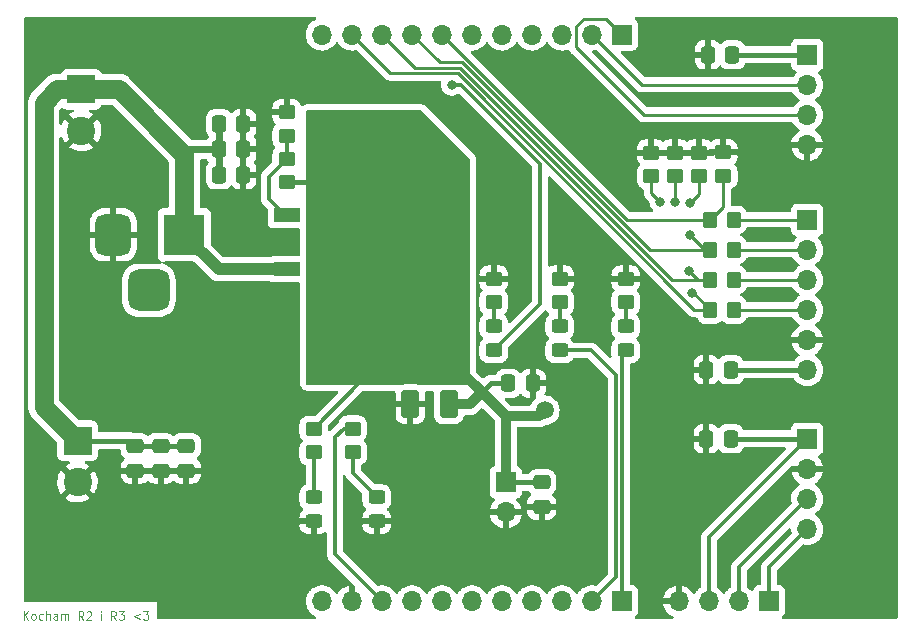
<source format=gtl>
%TF.GenerationSoftware,KiCad,Pcbnew,(6.0.9-0)*%
%TF.CreationDate,2023-01-06T11:38:34+01:00*%
%TF.ProjectId,HumidityLoggerBreakout,48756d69-6469-4747-994c-6f6767657242,rev?*%
%TF.SameCoordinates,Original*%
%TF.FileFunction,Copper,L1,Top*%
%TF.FilePolarity,Positive*%
%FSLAX46Y46*%
G04 Gerber Fmt 4.6, Leading zero omitted, Abs format (unit mm)*
G04 Created by KiCad (PCBNEW (6.0.9-0)) date 2023-01-06 11:38:34*
%MOMM*%
%LPD*%
G01*
G04 APERTURE LIST*
G04 Aperture macros list*
%AMRoundRect*
0 Rectangle with rounded corners*
0 $1 Rounding radius*
0 $2 $3 $4 $5 $6 $7 $8 $9 X,Y pos of 4 corners*
0 Add a 4 corners polygon primitive as box body*
4,1,4,$2,$3,$4,$5,$6,$7,$8,$9,$2,$3,0*
0 Add four circle primitives for the rounded corners*
1,1,$1+$1,$2,$3*
1,1,$1+$1,$4,$5*
1,1,$1+$1,$6,$7*
1,1,$1+$1,$8,$9*
0 Add four rect primitives between the rounded corners*
20,1,$1+$1,$2,$3,$4,$5,0*
20,1,$1+$1,$4,$5,$6,$7,0*
20,1,$1+$1,$6,$7,$8,$9,0*
20,1,$1+$1,$8,$9,$2,$3,0*%
G04 Aperture macros list end*
%ADD10C,0.100000*%
%TA.AperFunction,NonConductor*%
%ADD11C,0.100000*%
%TD*%
%TA.AperFunction,SMDPad,CuDef*%
%ADD12RoundRect,0.250000X0.450000X-0.350000X0.450000X0.350000X-0.450000X0.350000X-0.450000X-0.350000X0*%
%TD*%
%TA.AperFunction,ComponentPad*%
%ADD13R,2.400000X2.400000*%
%TD*%
%TA.AperFunction,ComponentPad*%
%ADD14C,2.400000*%
%TD*%
%TA.AperFunction,SMDPad,CuDef*%
%ADD15RoundRect,0.250000X0.337500X0.475000X-0.337500X0.475000X-0.337500X-0.475000X0.337500X-0.475000X0*%
%TD*%
%TA.AperFunction,SMDPad,CuDef*%
%ADD16RoundRect,0.250000X0.450000X-0.325000X0.450000X0.325000X-0.450000X0.325000X-0.450000X-0.325000X0*%
%TD*%
%TA.AperFunction,ComponentPad*%
%ADD17R,1.700000X1.700000*%
%TD*%
%TA.AperFunction,ComponentPad*%
%ADD18O,1.700000X1.700000*%
%TD*%
%TA.AperFunction,SMDPad,CuDef*%
%ADD19R,2.200000X1.200000*%
%TD*%
%TA.AperFunction,SMDPad,CuDef*%
%ADD20R,6.400000X5.800000*%
%TD*%
%TA.AperFunction,SMDPad,CuDef*%
%ADD21RoundRect,0.250000X-0.350000X-0.450000X0.350000X-0.450000X0.350000X0.450000X-0.350000X0.450000X0*%
%TD*%
%TA.AperFunction,SMDPad,CuDef*%
%ADD22RoundRect,0.250001X0.499999X0.924999X-0.499999X0.924999X-0.499999X-0.924999X0.499999X-0.924999X0*%
%TD*%
%TA.AperFunction,SMDPad,CuDef*%
%ADD23RoundRect,0.250000X-0.337500X-0.475000X0.337500X-0.475000X0.337500X0.475000X-0.337500X0.475000X0*%
%TD*%
%TA.AperFunction,SMDPad,CuDef*%
%ADD24RoundRect,0.250000X-0.450000X0.350000X-0.450000X-0.350000X0.450000X-0.350000X0.450000X0.350000X0*%
%TD*%
%TA.AperFunction,SMDPad,CuDef*%
%ADD25RoundRect,0.250000X-0.475000X0.337500X-0.475000X-0.337500X0.475000X-0.337500X0.475000X0.337500X0*%
%TD*%
%TA.AperFunction,ComponentPad*%
%ADD26R,3.500000X3.500000*%
%TD*%
%TA.AperFunction,ComponentPad*%
%ADD27RoundRect,0.750000X-0.750000X-1.000000X0.750000X-1.000000X0.750000X1.000000X-0.750000X1.000000X0*%
%TD*%
%TA.AperFunction,ComponentPad*%
%ADD28RoundRect,0.875000X-0.875000X-0.875000X0.875000X-0.875000X0.875000X0.875000X-0.875000X0.875000X0*%
%TD*%
%TA.AperFunction,SMDPad,CuDef*%
%ADD29RoundRect,0.250000X-0.450000X0.325000X-0.450000X-0.325000X0.450000X-0.325000X0.450000X0.325000X0*%
%TD*%
%TA.AperFunction,ViaPad*%
%ADD30C,0.800000*%
%TD*%
%TA.AperFunction,ViaPad*%
%ADD31C,1.500000*%
%TD*%
%TA.AperFunction,Conductor*%
%ADD32C,1.016000*%
%TD*%
%TA.AperFunction,Conductor*%
%ADD33C,1.625600*%
%TD*%
%TA.AperFunction,Conductor*%
%ADD34C,0.406400*%
%TD*%
%TA.AperFunction,Conductor*%
%ADD35C,0.609600*%
%TD*%
%TA.AperFunction,Conductor*%
%ADD36C,0.812800*%
%TD*%
%TA.AperFunction,Conductor*%
%ADD37C,0.304800*%
%TD*%
%TA.AperFunction,Conductor*%
%ADD38C,0.254000*%
%TD*%
%TA.AperFunction,Conductor*%
%ADD39C,0.250000*%
%TD*%
G04 APERTURE END LIST*
D10*
D11*
X90491333Y-101535666D02*
X90491333Y-100835666D01*
X90891333Y-101535666D02*
X90591333Y-101135666D01*
X90891333Y-100835666D02*
X90491333Y-101235666D01*
X91291333Y-101535666D02*
X91224666Y-101502333D01*
X91191333Y-101469000D01*
X91158000Y-101402333D01*
X91158000Y-101202333D01*
X91191333Y-101135666D01*
X91224666Y-101102333D01*
X91291333Y-101069000D01*
X91391333Y-101069000D01*
X91458000Y-101102333D01*
X91491333Y-101135666D01*
X91524666Y-101202333D01*
X91524666Y-101402333D01*
X91491333Y-101469000D01*
X91458000Y-101502333D01*
X91391333Y-101535666D01*
X91291333Y-101535666D01*
X92124666Y-101502333D02*
X92058000Y-101535666D01*
X91924666Y-101535666D01*
X91858000Y-101502333D01*
X91824666Y-101469000D01*
X91791333Y-101402333D01*
X91791333Y-101202333D01*
X91824666Y-101135666D01*
X91858000Y-101102333D01*
X91924666Y-101069000D01*
X92058000Y-101069000D01*
X92124666Y-101102333D01*
X92424666Y-101535666D02*
X92424666Y-100835666D01*
X92724666Y-101535666D02*
X92724666Y-101169000D01*
X92691333Y-101102333D01*
X92624666Y-101069000D01*
X92524666Y-101069000D01*
X92458000Y-101102333D01*
X92424666Y-101135666D01*
X93358000Y-101535666D02*
X93358000Y-101169000D01*
X93324666Y-101102333D01*
X93258000Y-101069000D01*
X93124666Y-101069000D01*
X93058000Y-101102333D01*
X93358000Y-101502333D02*
X93291333Y-101535666D01*
X93124666Y-101535666D01*
X93058000Y-101502333D01*
X93024666Y-101435666D01*
X93024666Y-101369000D01*
X93058000Y-101302333D01*
X93124666Y-101269000D01*
X93291333Y-101269000D01*
X93358000Y-101235666D01*
X93691333Y-101535666D02*
X93691333Y-101069000D01*
X93691333Y-101135666D02*
X93724666Y-101102333D01*
X93791333Y-101069000D01*
X93891333Y-101069000D01*
X93958000Y-101102333D01*
X93991333Y-101169000D01*
X93991333Y-101535666D01*
X93991333Y-101169000D02*
X94024666Y-101102333D01*
X94091333Y-101069000D01*
X94191333Y-101069000D01*
X94258000Y-101102333D01*
X94291333Y-101169000D01*
X94291333Y-101535666D01*
X95558000Y-101535666D02*
X95324666Y-101202333D01*
X95158000Y-101535666D02*
X95158000Y-100835666D01*
X95424666Y-100835666D01*
X95491333Y-100869000D01*
X95524666Y-100902333D01*
X95558000Y-100969000D01*
X95558000Y-101069000D01*
X95524666Y-101135666D01*
X95491333Y-101169000D01*
X95424666Y-101202333D01*
X95158000Y-101202333D01*
X95824666Y-100902333D02*
X95858000Y-100869000D01*
X95924666Y-100835666D01*
X96091333Y-100835666D01*
X96158000Y-100869000D01*
X96191333Y-100902333D01*
X96224666Y-100969000D01*
X96224666Y-101035666D01*
X96191333Y-101135666D01*
X95791333Y-101535666D01*
X96224666Y-101535666D01*
X97058000Y-101535666D02*
X97058000Y-101069000D01*
X97058000Y-100835666D02*
X97024666Y-100869000D01*
X97058000Y-100902333D01*
X97091333Y-100869000D01*
X97058000Y-100835666D01*
X97058000Y-100902333D01*
X98324666Y-101535666D02*
X98091333Y-101202333D01*
X97924666Y-101535666D02*
X97924666Y-100835666D01*
X98191333Y-100835666D01*
X98258000Y-100869000D01*
X98291333Y-100902333D01*
X98324666Y-100969000D01*
X98324666Y-101069000D01*
X98291333Y-101135666D01*
X98258000Y-101169000D01*
X98191333Y-101202333D01*
X97924666Y-101202333D01*
X98558000Y-100835666D02*
X98991333Y-100835666D01*
X98758000Y-101102333D01*
X98858000Y-101102333D01*
X98924666Y-101135666D01*
X98958000Y-101169000D01*
X98991333Y-101235666D01*
X98991333Y-101402333D01*
X98958000Y-101469000D01*
X98924666Y-101502333D01*
X98858000Y-101535666D01*
X98658000Y-101535666D01*
X98591333Y-101502333D01*
X98558000Y-101469000D01*
X100358000Y-101069000D02*
X99824666Y-101269000D01*
X100358000Y-101469000D01*
X100624666Y-100835666D02*
X101058000Y-100835666D01*
X100824666Y-101102333D01*
X100924666Y-101102333D01*
X100991333Y-101135666D01*
X101024666Y-101169000D01*
X101058000Y-101235666D01*
X101058000Y-101402333D01*
X101024666Y-101469000D01*
X100991333Y-101502333D01*
X100924666Y-101535666D01*
X100724666Y-101535666D01*
X100658000Y-101502333D01*
X100624666Y-101469000D01*
D12*
%TO.P,R12,1*%
%TO.N,Net-(D2-Pad1)*%
X135890000Y-74660000D03*
%TO.P,R12,2*%
%TO.N,GND*%
X135890000Y-72660000D03*
%TD*%
%TO.P,R10,1*%
%TO.N,Net-(D1-Pad1)*%
X141478000Y-74660000D03*
%TO.P,R10,2*%
%TO.N,GND*%
X141478000Y-72660000D03*
%TD*%
D13*
%TO.P,J2,1,Pin_1*%
%TO.N,+12V*%
X95377000Y-56642000D03*
D14*
%TO.P,J2,2,Pin_2*%
%TO.N,GND*%
X95377000Y-60142000D03*
%TD*%
D15*
%TO.P,C7,1*%
%TO.N,+5V*%
X150516500Y-53721000D03*
%TO.P,C7,2*%
%TO.N,GND*%
X148441500Y-53721000D03*
%TD*%
D16*
%TO.P,D3,1,K*%
%TO.N,GND*%
X115062000Y-93227000D03*
%TO.P,D3,2,A*%
%TO.N,Net-(D3-Pad2)*%
X115062000Y-91177000D03*
%TD*%
D17*
%TO.P,J3,1,Pin_1*%
%TO.N,Net-(J3-Pad1)*%
X156845000Y-67691000D03*
D18*
%TO.P,J3,2,Pin_2*%
%TO.N,Net-(J3-Pad2)*%
X156845000Y-70231000D03*
%TO.P,J3,3,Pin_3*%
%TO.N,Net-(J3-Pad3)*%
X156845000Y-72771000D03*
%TO.P,J3,4,Pin_4*%
%TO.N,Net-(J3-Pad4)*%
X156845000Y-75311000D03*
%TO.P,J3,5,Pin_5*%
%TO.N,GND*%
X156845000Y-77851000D03*
%TO.P,J3,6,Pin_6*%
%TO.N,+5V*%
X156845000Y-80391000D03*
%TD*%
D17*
%TO.P,J6,1,Pin_1*%
%TO.N,/D2*%
X141150000Y-100000000D03*
D18*
%TO.P,J6,2,Pin_2*%
%TO.N,/D3*%
X138610000Y-100000000D03*
%TO.P,J6,3,Pin_3*%
%TO.N,/D4*%
X136070000Y-100000000D03*
%TO.P,J6,4,Pin_4*%
%TO.N,/D5*%
X133530000Y-100000000D03*
%TO.P,J6,5,Pin_5*%
%TO.N,/D6*%
X130990000Y-100000000D03*
%TO.P,J6,6,Pin_6*%
%TO.N,/D7*%
X128450000Y-100000000D03*
%TO.P,J6,7,Pin_7*%
%TO.N,/D8*%
X125910000Y-100000000D03*
%TO.P,J6,8,Pin_8*%
%TO.N,/D9*%
X123370000Y-100000000D03*
%TO.P,J6,9,Pin_9*%
%TO.N,+3.3V*%
X120830000Y-100000000D03*
%TO.P,J6,10,Pin_10*%
%TO.N,GND*%
X118290000Y-100000000D03*
%TO.P,J6,11,Pin_11*%
%TO.N,/VBAT+*%
X115750000Y-100000000D03*
%TD*%
D19*
%TO.P,U1,1,ADJ*%
%TO.N,Net-(R11-Pad2)*%
X112767000Y-67316000D03*
D20*
%TO.P,U1,2,VO*%
%TO.N,+5V*%
X119067000Y-69596000D03*
D19*
%TO.P,U1,3,VI*%
%TO.N,+12V*%
X112767000Y-71876000D03*
%TD*%
D21*
%TO.P,R8,1*%
%TO.N,/D13*%
X148622000Y-75311000D03*
%TO.P,R8,2*%
%TO.N,Net-(J3-Pad4)*%
X150622000Y-75311000D03*
%TD*%
D17*
%TO.P,J9,1,Pin_1*%
%TO.N,+3.3V*%
X156845000Y-86233000D03*
D18*
%TO.P,J9,2,Pin_2*%
%TO.N,GND*%
X156845000Y-88773000D03*
%TO.P,J9,3,Pin_3*%
%TO.N,/SCL*%
X156845000Y-91313000D03*
%TO.P,J9,4,Pin_4*%
%TO.N,/SDA*%
X156845000Y-93853000D03*
%TD*%
D17*
%TO.P,J7,1,Pin_1*%
%TO.N,/A5*%
X141150000Y-52000000D03*
D18*
%TO.P,J7,2,Pin_2*%
%TO.N,/A4*%
X138610000Y-52000000D03*
%TO.P,J7,3,Pin_3*%
%TO.N,/A3*%
X136070000Y-52000000D03*
%TO.P,J7,4,Pin_4*%
%TO.N,/A2*%
X133530000Y-52000000D03*
%TO.P,J7,5,Pin_5*%
%TO.N,/A1*%
X130990000Y-52000000D03*
%TO.P,J7,6,Pin_6*%
%TO.N,/A0*%
X128450000Y-52000000D03*
%TO.P,J7,7,Pin_7*%
%TO.N,/D10*%
X125910000Y-52000000D03*
%TO.P,J7,8,Pin_8*%
%TO.N,/D11*%
X123370000Y-52000000D03*
%TO.P,J7,9,Pin_9*%
%TO.N,/D12*%
X120830000Y-52000000D03*
%TO.P,J7,10,Pin_10*%
%TO.N,/D13*%
X118290000Y-52000000D03*
%TO.P,J7,11,Pin_11*%
%TO.N,/RESET*%
X115750000Y-52000000D03*
%TD*%
D17*
%TO.P,J4,1,Pin_1*%
%TO.N,+5V*%
X156845000Y-53721000D03*
D18*
%TO.P,J4,2,Pin_2*%
%TO.N,/A4*%
X156845000Y-56261000D03*
%TO.P,J4,3,Pin_3*%
%TO.N,/A5*%
X156845000Y-58801000D03*
%TO.P,J4,4,Pin_4*%
%TO.N,GND*%
X156845000Y-61341000D03*
%TD*%
D22*
%TO.P,C5,1*%
%TO.N,+5V*%
X126492000Y-83312000D03*
%TO.P,C5,2*%
%TO.N,GND*%
X123242000Y-83312000D03*
%TD*%
D23*
%TO.P,C3,1*%
%TO.N,+12V*%
X107039500Y-63881000D03*
%TO.P,C3,2*%
%TO.N,GND*%
X109114500Y-63881000D03*
%TD*%
D17*
%TO.P,J5,1,Pin_1*%
%TO.N,+5V*%
X131318000Y-89911000D03*
D18*
%TO.P,J5,2,Pin_2*%
%TO.N,GND*%
X131318000Y-92451000D03*
%TD*%
D24*
%TO.P,R4,1*%
%TO.N,GND*%
X143637000Y-61992000D03*
%TO.P,R4,2*%
%TO.N,/D13*%
X143637000Y-63992000D03*
%TD*%
D25*
%TO.P,C10,1*%
%TO.N,+12V*%
X104267000Y-86846500D03*
%TO.P,C10,2*%
%TO.N,GND*%
X104267000Y-88921500D03*
%TD*%
D26*
%TO.P,J1,1*%
%TO.N,+12V*%
X104100000Y-68960000D03*
D27*
%TO.P,J1,2*%
%TO.N,GND*%
X98100000Y-68960000D03*
D28*
%TO.P,J1,3*%
%TO.N,unconnected-(J1-Pad3)*%
X101100000Y-73660000D03*
%TD*%
D25*
%TO.P,C12,1*%
%TO.N,+12V*%
X99949000Y-86846500D03*
%TO.P,C12,2*%
%TO.N,GND*%
X99949000Y-88921500D03*
%TD*%
D24*
%TO.P,R14,1*%
%TO.N,+3.3V*%
X118364000Y-85360000D03*
%TO.P,R14,2*%
%TO.N,Net-(D4-Pad2)*%
X118364000Y-87360000D03*
%TD*%
%TO.P,R13,1*%
%TO.N,+5V*%
X115062000Y-85376000D03*
%TO.P,R13,2*%
%TO.N,Net-(D3-Pad2)*%
X115062000Y-87376000D03*
%TD*%
%TO.P,R1,1*%
%TO.N,GND*%
X149733000Y-61976000D03*
%TO.P,R1,2*%
%TO.N,/D10*%
X149733000Y-63976000D03*
%TD*%
D12*
%TO.P,R11,1*%
%TO.N,+5V*%
X112776000Y-64500000D03*
%TO.P,R11,2*%
%TO.N,Net-(R11-Pad2)*%
X112776000Y-62500000D03*
%TD*%
D23*
%TO.P,C2,1*%
%TO.N,+12V*%
X107039500Y-59563000D03*
%TO.P,C2,2*%
%TO.N,GND*%
X109114500Y-59563000D03*
%TD*%
D29*
%TO.P,D1,1,K*%
%TO.N,Net-(D1-Pad1)*%
X141478000Y-76699000D03*
%TO.P,D1,2,A*%
%TO.N,/D2*%
X141478000Y-78749000D03*
%TD*%
D17*
%TO.P,J8,1,Pin_1*%
%TO.N,/SDA*%
X153600000Y-100000000D03*
D18*
%TO.P,J8,2,Pin_2*%
%TO.N,/SCL*%
X151060000Y-100000000D03*
%TO.P,J8,3,Pin_3*%
%TO.N,+3.3V*%
X148520000Y-100000000D03*
%TO.P,J8,4,Pin_4*%
%TO.N,GND*%
X145980000Y-100000000D03*
%TD*%
D21*
%TO.P,R6,1*%
%TO.N,/D11*%
X148622000Y-70231000D03*
%TO.P,R6,2*%
%TO.N,Net-(J3-Pad2)*%
X150622000Y-70231000D03*
%TD*%
%TO.P,R5,1*%
%TO.N,/D10*%
X148606000Y-67691000D03*
%TO.P,R5,2*%
%TO.N,Net-(J3-Pad1)*%
X150606000Y-67691000D03*
%TD*%
D12*
%TO.P,R15,1*%
%TO.N,Net-(D5-Pad1)*%
X130302000Y-74660000D03*
%TO.P,R15,2*%
%TO.N,GND*%
X130302000Y-72660000D03*
%TD*%
D15*
%TO.P,C9,1*%
%TO.N,+3.3V*%
X150389500Y-86233000D03*
%TO.P,C9,2*%
%TO.N,GND*%
X148314500Y-86233000D03*
%TD*%
D24*
%TO.P,R3,1*%
%TO.N,GND*%
X145669000Y-61992000D03*
%TO.P,R3,2*%
%TO.N,/D12*%
X145669000Y-63992000D03*
%TD*%
D29*
%TO.P,D2,1,K*%
%TO.N,Net-(D2-Pad1)*%
X135890000Y-76699000D03*
%TO.P,D2,2,A*%
%TO.N,/D3*%
X135890000Y-78749000D03*
%TD*%
D23*
%TO.P,C4,1*%
%TO.N,+5V*%
X131529000Y-81534000D03*
%TO.P,C4,2*%
%TO.N,GND*%
X133604000Y-81534000D03*
%TD*%
%TO.P,C1,1*%
%TO.N,+12V*%
X107039500Y-61722000D03*
%TO.P,C1,2*%
%TO.N,GND*%
X109114500Y-61722000D03*
%TD*%
D15*
%TO.P,C6,1*%
%TO.N,+5V*%
X150389500Y-80391000D03*
%TO.P,C6,2*%
%TO.N,GND*%
X148314500Y-80391000D03*
%TD*%
D21*
%TO.P,R7,1*%
%TO.N,/D12*%
X148606000Y-72771000D03*
%TO.P,R7,2*%
%TO.N,Net-(J3-Pad3)*%
X150606000Y-72771000D03*
%TD*%
D29*
%TO.P,D5,1,K*%
%TO.N,Net-(D5-Pad1)*%
X130302000Y-76699000D03*
%TO.P,D5,2,A*%
%TO.N,/A3*%
X130302000Y-78749000D03*
%TD*%
D16*
%TO.P,D4,1,K*%
%TO.N,GND*%
X120396000Y-93227000D03*
%TO.P,D4,2,A*%
%TO.N,Net-(D4-Pad2)*%
X120396000Y-91177000D03*
%TD*%
D13*
%TO.P,J10,1,Pin_1*%
%TO.N,+12V*%
X95061000Y-86388000D03*
D14*
%TO.P,J10,2,Pin_2*%
%TO.N,GND*%
X95061000Y-89888000D03*
%TD*%
D24*
%TO.P,R9,1*%
%TO.N,GND*%
X112776000Y-58563000D03*
%TO.P,R9,2*%
%TO.N,Net-(R11-Pad2)*%
X112776000Y-60563000D03*
%TD*%
%TO.P,R2,1*%
%TO.N,GND*%
X147701000Y-61992000D03*
%TO.P,R2,2*%
%TO.N,/D11*%
X147701000Y-63992000D03*
%TD*%
D25*
%TO.P,C11,1*%
%TO.N,+12V*%
X102108000Y-86846500D03*
%TO.P,C11,2*%
%TO.N,GND*%
X102108000Y-88921500D03*
%TD*%
%TO.P,C8,1*%
%TO.N,+5V*%
X134366000Y-89916000D03*
%TO.P,C8,2*%
%TO.N,GND*%
X134366000Y-91991000D03*
%TD*%
D30*
%TO.N,GND*%
X162560000Y-96520000D03*
X109220000Y-88900000D03*
X152908000Y-69088000D03*
X144780000Y-93980000D03*
X152908000Y-71628000D03*
X137160000Y-93980000D03*
X137160000Y-68580000D03*
X109220000Y-78740000D03*
X148844000Y-57404000D03*
X96520000Y-96520000D03*
X96520000Y-78740000D03*
X108077000Y-53340000D03*
X109220000Y-96520000D03*
X129540000Y-66040000D03*
X144526000Y-57404000D03*
X137160000Y-58420000D03*
X144780000Y-81280000D03*
X99060000Y-63500000D03*
X124460000Y-93980000D03*
X162560000Y-76200000D03*
X108077000Y-68580000D03*
X137160000Y-85725000D03*
X124460000Y-88900000D03*
X152400000Y-97536000D03*
X152908000Y-74168000D03*
X162560000Y-53721000D03*
X96520000Y-53340000D03*
%TO.N,+5V*%
X127254000Y-72136000D03*
X124206000Y-70866000D03*
X123190000Y-73406000D03*
X121412000Y-74676000D03*
X123190000Y-72136000D03*
X118872000Y-64516000D03*
X127254000Y-69596000D03*
X123190000Y-69596000D03*
X121412000Y-73660000D03*
X124206000Y-67056000D03*
X124206000Y-72136000D03*
X126238000Y-67056000D03*
X124206000Y-68326000D03*
X125222000Y-72136000D03*
X126238000Y-70866000D03*
X120142000Y-73660000D03*
X120142000Y-65532000D03*
X126238000Y-69596000D03*
X121412000Y-65532000D03*
X118872000Y-74676000D03*
X117602000Y-65532000D03*
X125222000Y-70866000D03*
X121412000Y-64516000D03*
X124206000Y-73406000D03*
X125222000Y-69596000D03*
X125222000Y-65786000D03*
X117602000Y-74676000D03*
X126238000Y-73406000D03*
X127254000Y-65786000D03*
D31*
X134620000Y-83820000D03*
D30*
X125222000Y-73406000D03*
X123190000Y-67056000D03*
X127254000Y-70866000D03*
X116332000Y-73660000D03*
X123190000Y-65786000D03*
X126238000Y-65786000D03*
X120142000Y-64516000D03*
X127254000Y-68326000D03*
X126238000Y-72136000D03*
X118872000Y-65532000D03*
X127254000Y-73406000D03*
X116332000Y-64516000D03*
X116332000Y-65532000D03*
X117602000Y-64516000D03*
X124206000Y-69596000D03*
X123190000Y-68326000D03*
X124206000Y-65786000D03*
X116332000Y-74676000D03*
X125222000Y-67056000D03*
X118872000Y-73660000D03*
X123190000Y-70866000D03*
X120142000Y-74676000D03*
X126238000Y-68326000D03*
X125222000Y-68326000D03*
X127254000Y-67056000D03*
X117602000Y-73660000D03*
%TO.N,/A3*%
X126746000Y-56261000D03*
%TO.N,/D11*%
X146939000Y-68961000D03*
X146939000Y-66294000D03*
%TO.N,/D12*%
X146812000Y-72009000D03*
X145669000Y-66167000D03*
%TO.N,/D13*%
X144399000Y-66167000D03*
X147066000Y-73914000D03*
%TD*%
D32*
%TO.N,+12V*%
X112767000Y-71876000D02*
X107016000Y-71876000D01*
D33*
X95377000Y-56642000D02*
X93345000Y-56642000D01*
D34*
X104267000Y-86846500D02*
X102108000Y-86846500D01*
D35*
X107039500Y-61722000D02*
X107039500Y-63881000D01*
D32*
X107016000Y-71876000D02*
X104100000Y-68960000D01*
D34*
X102108000Y-86846500D02*
X99949000Y-86846500D01*
D33*
X93345000Y-56642000D02*
X92202000Y-57785000D01*
D35*
X107039500Y-61722000D02*
X104568000Y-61722000D01*
D33*
X92202000Y-57785000D02*
X92202000Y-83529000D01*
X92202000Y-83529000D02*
X95061000Y-86388000D01*
D35*
X107039500Y-59563000D02*
X107039500Y-61722000D01*
X104568000Y-61722000D02*
X104100000Y-62190000D01*
D33*
X104100000Y-62190000D02*
X104100000Y-68960000D01*
X98552000Y-56642000D02*
X104100000Y-62190000D01*
X95377000Y-56642000D02*
X98552000Y-56642000D01*
D34*
X99490500Y-86388000D02*
X95061000Y-86388000D01*
X99949000Y-86846500D02*
X99490500Y-86388000D01*
D36*
%TO.N,+5V*%
X129286000Y-82296000D02*
X131318000Y-84328000D01*
X131318000Y-84328000D02*
X131318000Y-89911000D01*
D34*
X112776000Y-64500000D02*
X116316000Y-64500000D01*
D37*
X115062000Y-85376000D02*
X119067000Y-81371000D01*
X119067000Y-81371000D02*
X119067000Y-69596000D01*
D34*
X150389500Y-80391000D02*
X156845000Y-80391000D01*
X130048000Y-81534000D02*
X129286000Y-82296000D01*
D36*
X134112000Y-84328000D02*
X134620000Y-83820000D01*
D34*
X131323000Y-89916000D02*
X131318000Y-89911000D01*
X131529000Y-81534000D02*
X130048000Y-81534000D01*
X150516500Y-53721000D02*
X156845000Y-53721000D01*
D36*
X131318000Y-84328000D02*
X134112000Y-84328000D01*
D34*
X134366000Y-89916000D02*
X131323000Y-89916000D01*
D36*
X126492000Y-83312000D02*
X128270000Y-83312000D01*
D34*
X116316000Y-64500000D02*
X116332000Y-64516000D01*
D36*
X128270000Y-83312000D02*
X129286000Y-82296000D01*
X119067000Y-69596000D02*
X119067000Y-72077000D01*
X119067000Y-72077000D02*
X129286000Y-82296000D01*
D37*
%TO.N,Net-(D1-Pad1)*%
X141478000Y-76699000D02*
X141478000Y-74660000D01*
%TO.N,/D2*%
X141478000Y-78749000D02*
X141150000Y-79077000D01*
X141150000Y-79077000D02*
X141150000Y-100000000D01*
%TO.N,Net-(D2-Pad1)*%
X135890000Y-76699000D02*
X135890000Y-74660000D01*
%TO.N,/D3*%
X138566000Y-78749000D02*
X140645200Y-80828200D01*
X140645200Y-80828200D02*
X140645200Y-97964800D01*
X140645200Y-97964800D02*
X138610000Y-100000000D01*
X135890000Y-78749000D02*
X138566000Y-78749000D01*
%TO.N,Net-(D3-Pad2)*%
X115062000Y-87376000D02*
X115062000Y-91177000D01*
%TO.N,/A3*%
X130302000Y-78749000D02*
X134239000Y-74812000D01*
X126619000Y-56388000D02*
X126746000Y-56261000D01*
X134239000Y-74812000D02*
X134239000Y-62933130D01*
X127566870Y-56261000D02*
X126746000Y-56261000D01*
X134239000Y-62933130D02*
X127566870Y-56261000D01*
D38*
%TO.N,/A4*%
X142871000Y-56261000D02*
X138610000Y-52000000D01*
X156845000Y-56261000D02*
X142871000Y-56261000D01*
%TO.N,/A5*%
X156845000Y-58801000D02*
X143002000Y-58801000D01*
X137287000Y-53086000D02*
X137287000Y-51308000D01*
X139823000Y-50673000D02*
X141150000Y-52000000D01*
X137922000Y-50673000D02*
X139823000Y-50673000D01*
X137287000Y-51308000D02*
X137922000Y-50673000D01*
X143002000Y-58801000D02*
X137287000Y-53086000D01*
D37*
%TO.N,+3.3V*%
X148520000Y-100000000D02*
X148520000Y-94558000D01*
X116840000Y-96010000D02*
X120830000Y-100000000D01*
X116840000Y-86106000D02*
X116840000Y-96010000D01*
D34*
X150389500Y-86233000D02*
X156845000Y-86233000D01*
D37*
X148520000Y-94558000D02*
X156845000Y-86233000D01*
X117586000Y-85360000D02*
X116840000Y-86106000D01*
X118364000Y-85360000D02*
X117586000Y-85360000D01*
D38*
%TO.N,/D10*%
X148606000Y-67691000D02*
X141601000Y-67691000D01*
X149733000Y-66564000D02*
X148606000Y-67691000D01*
X141601000Y-67691000D02*
X125910000Y-52000000D01*
X149733000Y-63976000D02*
X149733000Y-66564000D01*
%TO.N,/D11*%
X148209000Y-70231000D02*
X146939000Y-68961000D01*
X147701000Y-63992000D02*
X147701000Y-65532000D01*
X148622000Y-70231000D02*
X148209000Y-70231000D01*
X125726000Y-54356000D02*
X123370000Y-52000000D01*
X148622000Y-70231000D02*
X143498948Y-70231000D01*
X147701000Y-65532000D02*
X146939000Y-66294000D01*
X127623948Y-54356000D02*
X125726000Y-54356000D01*
X143498948Y-70231000D02*
X127623948Y-54356000D01*
%TO.N,/D12*%
X123640000Y-54810000D02*
X120830000Y-52000000D01*
X148606000Y-72771000D02*
X147574000Y-72771000D01*
X145396896Y-72771000D02*
X127435896Y-54810000D01*
X127435896Y-54810000D02*
X123640000Y-54810000D01*
X147574000Y-72771000D02*
X146812000Y-72009000D01*
X145669000Y-63992000D02*
X145669000Y-66167000D01*
X148606000Y-72771000D02*
X145396896Y-72771000D01*
%TO.N,/D13*%
X143637000Y-63992000D02*
X143637000Y-65405000D01*
X147294844Y-75311000D02*
X127247844Y-55264000D01*
X143637000Y-65405000D02*
X144399000Y-66167000D01*
X121554000Y-55264000D02*
X118290000Y-52000000D01*
X127247844Y-55264000D02*
X121554000Y-55264000D01*
D39*
X147225000Y-73914000D02*
X148622000Y-75311000D01*
X147066000Y-73914000D02*
X147225000Y-73914000D01*
D38*
X148622000Y-75311000D02*
X147294844Y-75311000D01*
D37*
%TO.N,/SDA*%
X153600000Y-100000000D02*
X153600000Y-97098000D01*
X153600000Y-97098000D02*
X156845000Y-93853000D01*
%TO.N,/SCL*%
X151060000Y-100000000D02*
X151060000Y-97098000D01*
X151060000Y-97098000D02*
X156845000Y-91313000D01*
%TO.N,Net-(R11-Pad2)*%
X112655000Y-67316000D02*
X111252000Y-65913000D01*
X111252000Y-65913000D02*
X111252000Y-64024000D01*
X112767000Y-67316000D02*
X112655000Y-67316000D01*
X111252000Y-64024000D02*
X112776000Y-62500000D01*
X112776000Y-67307000D02*
X112767000Y-67316000D01*
X112776000Y-60563000D02*
X112776000Y-62500000D01*
D38*
%TO.N,Net-(J3-Pad1)*%
X150606000Y-67691000D02*
X156845000Y-67691000D01*
%TO.N,Net-(J3-Pad2)*%
X150622000Y-70231000D02*
X156845000Y-70231000D01*
%TO.N,Net-(J3-Pad3)*%
X150606000Y-72771000D02*
X156845000Y-72771000D01*
%TO.N,Net-(J3-Pad4)*%
X150622000Y-75311000D02*
X156845000Y-75311000D01*
D37*
%TO.N,Net-(D4-Pad2)*%
X118364000Y-87360000D02*
X118364000Y-89145000D01*
X118364000Y-89145000D02*
X120396000Y-91177000D01*
%TO.N,Net-(D5-Pad1)*%
X130302000Y-76699000D02*
X130302000Y-74660000D01*
%TD*%
%TA.AperFunction,Conductor*%
%TO.N,GND*%
G36*
X115226115Y-50528502D02*
G01*
X115272608Y-50582158D01*
X115282712Y-50652432D01*
X115253218Y-50717012D01*
X115216175Y-50746262D01*
X115023607Y-50846507D01*
X115019474Y-50849610D01*
X115019471Y-50849612D01*
X114849100Y-50977530D01*
X114844965Y-50980635D01*
X114690629Y-51142138D01*
X114564743Y-51326680D01*
X114470688Y-51529305D01*
X114410989Y-51744570D01*
X114387251Y-51966695D01*
X114400110Y-52189715D01*
X114401247Y-52194761D01*
X114401248Y-52194767D01*
X114425304Y-52301508D01*
X114449222Y-52407639D01*
X114533266Y-52614616D01*
X114584942Y-52698944D01*
X114647291Y-52800688D01*
X114649987Y-52805088D01*
X114796250Y-52973938D01*
X114968126Y-53116632D01*
X115161000Y-53229338D01*
X115165825Y-53231180D01*
X115165826Y-53231181D01*
X115238612Y-53258975D01*
X115369692Y-53309030D01*
X115374760Y-53310061D01*
X115374763Y-53310062D01*
X115482003Y-53331880D01*
X115588597Y-53353567D01*
X115593772Y-53353757D01*
X115593774Y-53353757D01*
X115806673Y-53361564D01*
X115806677Y-53361564D01*
X115811837Y-53361753D01*
X115816957Y-53361097D01*
X115816959Y-53361097D01*
X116028288Y-53334025D01*
X116028289Y-53334025D01*
X116033416Y-53333368D01*
X116038366Y-53331883D01*
X116242429Y-53270661D01*
X116242434Y-53270659D01*
X116247384Y-53269174D01*
X116447994Y-53170896D01*
X116629860Y-53041173D01*
X116673271Y-52997914D01*
X116773400Y-52898134D01*
X116788096Y-52883489D01*
X116829203Y-52826283D01*
X116918453Y-52702077D01*
X116919776Y-52703028D01*
X116966645Y-52659857D01*
X117036580Y-52647625D01*
X117102026Y-52675144D01*
X117129875Y-52706994D01*
X117189987Y-52805088D01*
X117336250Y-52973938D01*
X117508126Y-53116632D01*
X117701000Y-53229338D01*
X117705825Y-53231180D01*
X117705826Y-53231181D01*
X117778612Y-53258975D01*
X117909692Y-53309030D01*
X117914760Y-53310061D01*
X117914763Y-53310062D01*
X118022003Y-53331880D01*
X118128597Y-53353567D01*
X118133772Y-53353757D01*
X118133774Y-53353757D01*
X118346673Y-53361564D01*
X118346677Y-53361564D01*
X118351837Y-53361753D01*
X118356957Y-53361097D01*
X118356959Y-53361097D01*
X118430414Y-53351687D01*
X118573416Y-53333368D01*
X118578369Y-53331882D01*
X118578374Y-53331881D01*
X118613614Y-53321308D01*
X118617651Y-53320097D01*
X118688646Y-53319679D01*
X118742954Y-53351687D01*
X121048750Y-55657483D01*
X121056326Y-55665809D01*
X121060447Y-55672303D01*
X121066222Y-55677726D01*
X121110265Y-55719085D01*
X121113107Y-55721840D01*
X121132906Y-55741639D01*
X121136037Y-55744068D01*
X121136042Y-55744072D01*
X121136128Y-55744139D01*
X121145153Y-55751847D01*
X121171715Y-55776791D01*
X121171719Y-55776794D01*
X121177494Y-55782217D01*
X121184440Y-55786036D01*
X121184445Y-55786039D01*
X121195328Y-55792022D01*
X121211856Y-55802878D01*
X121221671Y-55810492D01*
X121221674Y-55810494D01*
X121227933Y-55815349D01*
X121235203Y-55818495D01*
X121235208Y-55818498D01*
X121268650Y-55832969D01*
X121279311Y-55838192D01*
X121311247Y-55855749D01*
X121311252Y-55855751D01*
X121318197Y-55859569D01*
X121325871Y-55861539D01*
X121325878Y-55861542D01*
X121337913Y-55864632D01*
X121356618Y-55871036D01*
X121368013Y-55875967D01*
X121375292Y-55879117D01*
X121402342Y-55883401D01*
X121419127Y-55886060D01*
X121430740Y-55888465D01*
X121473718Y-55899500D01*
X121494065Y-55899500D01*
X121513777Y-55901051D01*
X121533879Y-55904235D01*
X121541771Y-55903489D01*
X121578056Y-55900059D01*
X121589914Y-55899500D01*
X125734781Y-55899500D01*
X125802902Y-55919502D01*
X125849395Y-55973158D01*
X125859499Y-56043432D01*
X125854613Y-56064439D01*
X125852458Y-56071072D01*
X125832496Y-56261000D01*
X125833186Y-56267565D01*
X125839844Y-56330908D01*
X125852458Y-56450928D01*
X125911473Y-56632556D01*
X125914776Y-56638278D01*
X125914777Y-56638279D01*
X125927754Y-56660756D01*
X126006960Y-56797944D01*
X126011378Y-56802851D01*
X126011379Y-56802852D01*
X126130325Y-56934955D01*
X126134747Y-56939866D01*
X126289248Y-57052118D01*
X126295276Y-57054802D01*
X126295278Y-57054803D01*
X126457681Y-57127109D01*
X126463712Y-57129794D01*
X126550009Y-57148137D01*
X126644056Y-57168128D01*
X126644061Y-57168128D01*
X126650513Y-57169500D01*
X126841487Y-57169500D01*
X126847939Y-57168128D01*
X126847944Y-57168128D01*
X126941991Y-57148137D01*
X127028288Y-57129794D01*
X127034319Y-57127109D01*
X127196722Y-57054803D01*
X127196724Y-57054802D01*
X127202752Y-57052118D01*
X127243450Y-57022549D01*
X127310317Y-56998691D01*
X127379469Y-57014771D01*
X127406606Y-57035390D01*
X133541195Y-63169979D01*
X133575221Y-63232291D01*
X133578100Y-63259074D01*
X133578100Y-74486057D01*
X133558098Y-74554178D01*
X133541195Y-74575152D01*
X131724145Y-76392202D01*
X131661833Y-76426228D01*
X131591018Y-76421163D01*
X131534182Y-76378616D01*
X131509723Y-76316111D01*
X131500238Y-76224692D01*
X131500237Y-76224688D01*
X131499526Y-76217834D01*
X131491738Y-76194489D01*
X131445868Y-76057002D01*
X131443550Y-76050054D01*
X131350478Y-75899652D01*
X131231890Y-75781271D01*
X131197812Y-75718990D01*
X131202815Y-75648170D01*
X131231736Y-75603081D01*
X131346134Y-75488483D01*
X131351305Y-75483303D01*
X131410855Y-75386695D01*
X131440275Y-75338968D01*
X131440276Y-75338966D01*
X131444115Y-75332738D01*
X131499797Y-75164861D01*
X131502391Y-75139549D01*
X131510172Y-75063598D01*
X131510500Y-75060400D01*
X131510500Y-74259600D01*
X131510163Y-74256350D01*
X131500238Y-74160692D01*
X131500237Y-74160688D01*
X131499526Y-74153834D01*
X131487461Y-74117669D01*
X131445868Y-73993002D01*
X131443550Y-73986054D01*
X131350478Y-73835652D01*
X131323308Y-73808529D01*
X131263537Y-73748862D01*
X131229458Y-73686579D01*
X131234461Y-73615759D01*
X131263382Y-73570671D01*
X131345739Y-73488171D01*
X131354751Y-73476760D01*
X131439816Y-73338757D01*
X131445963Y-73325576D01*
X131497138Y-73171290D01*
X131500005Y-73157914D01*
X131509672Y-73063562D01*
X131510000Y-73057146D01*
X131510000Y-72932115D01*
X131505525Y-72916876D01*
X131504135Y-72915671D01*
X131496452Y-72914000D01*
X129112116Y-72914000D01*
X129096877Y-72918475D01*
X129095672Y-72919865D01*
X129094001Y-72927548D01*
X129094001Y-73057095D01*
X129094338Y-73063614D01*
X129104257Y-73159206D01*
X129107149Y-73172600D01*
X129158588Y-73326784D01*
X129164761Y-73339962D01*
X129250063Y-73477807D01*
X129259099Y-73489208D01*
X129340462Y-73570430D01*
X129374541Y-73632713D01*
X129369538Y-73703533D01*
X129340617Y-73748620D01*
X129257870Y-73831512D01*
X129257866Y-73831517D01*
X129252695Y-73836697D01*
X129248855Y-73842927D01*
X129248854Y-73842928D01*
X129164670Y-73979500D01*
X129159885Y-73987262D01*
X129157581Y-73994209D01*
X129118023Y-74113474D01*
X129104203Y-74155139D01*
X129103503Y-74161975D01*
X129103502Y-74161978D01*
X129102107Y-74175598D01*
X129093500Y-74259600D01*
X129093500Y-75060400D01*
X129093837Y-75063646D01*
X129093837Y-75063650D01*
X129096937Y-75093522D01*
X129104474Y-75166166D01*
X129160450Y-75333946D01*
X129253522Y-75484348D01*
X129368444Y-75599069D01*
X129372109Y-75602728D01*
X129406188Y-75665010D01*
X129401185Y-75735830D01*
X129372264Y-75780919D01*
X129309494Y-75843799D01*
X129252695Y-75900697D01*
X129248855Y-75906927D01*
X129248854Y-75906928D01*
X129171374Y-76032624D01*
X129159885Y-76051262D01*
X129104203Y-76219139D01*
X129103503Y-76225975D01*
X129103502Y-76225978D01*
X129102012Y-76240521D01*
X129093500Y-76323600D01*
X129093500Y-77074400D01*
X129104474Y-77180166D01*
X129106655Y-77186702D01*
X129106655Y-77186704D01*
X129150728Y-77318806D01*
X129160450Y-77347946D01*
X129253522Y-77498348D01*
X129378697Y-77623305D01*
X129382916Y-77625906D01*
X129423417Y-77683030D01*
X129426649Y-77753953D01*
X129391024Y-77815365D01*
X129383470Y-77821922D01*
X129377652Y-77825522D01*
X129252695Y-77950697D01*
X129248855Y-77956927D01*
X129248854Y-77956928D01*
X129180328Y-78068098D01*
X129159885Y-78101262D01*
X129139650Y-78162269D01*
X129110591Y-78249881D01*
X129104203Y-78269139D01*
X129103503Y-78275975D01*
X129103502Y-78275978D01*
X129099091Y-78319031D01*
X129093500Y-78373600D01*
X129093500Y-79124400D01*
X129093837Y-79127646D01*
X129093837Y-79127650D01*
X129103688Y-79222588D01*
X129104474Y-79230166D01*
X129106655Y-79236702D01*
X129106655Y-79236704D01*
X129132464Y-79314063D01*
X129160450Y-79397946D01*
X129253522Y-79548348D01*
X129378697Y-79673305D01*
X129384927Y-79677145D01*
X129384928Y-79677146D01*
X129522090Y-79761694D01*
X129529262Y-79766115D01*
X129609005Y-79792564D01*
X129690611Y-79819632D01*
X129690613Y-79819632D01*
X129697139Y-79821797D01*
X129703975Y-79822497D01*
X129703978Y-79822498D01*
X129747031Y-79826909D01*
X129801600Y-79832500D01*
X130802400Y-79832500D01*
X130805646Y-79832163D01*
X130805650Y-79832163D01*
X130901308Y-79822238D01*
X130901312Y-79822237D01*
X130908166Y-79821526D01*
X130914702Y-79819345D01*
X130914704Y-79819345D01*
X131046806Y-79775272D01*
X131075946Y-79765550D01*
X131226348Y-79672478D01*
X131351305Y-79547303D01*
X131355146Y-79541072D01*
X131440275Y-79402968D01*
X131440276Y-79402966D01*
X131444115Y-79396738D01*
X131472111Y-79312331D01*
X131497632Y-79235389D01*
X131497632Y-79235387D01*
X131499797Y-79228861D01*
X131510500Y-79124400D01*
X131510500Y-78527344D01*
X131530502Y-78459223D01*
X131547405Y-78438249D01*
X134598958Y-75386695D01*
X134661270Y-75352669D01*
X134732085Y-75357734D01*
X134788921Y-75400281D01*
X134795181Y-75409462D01*
X134841522Y-75484348D01*
X134956444Y-75599069D01*
X134960109Y-75602728D01*
X134994188Y-75665010D01*
X134989185Y-75735830D01*
X134960264Y-75780919D01*
X134897494Y-75843799D01*
X134840695Y-75900697D01*
X134836855Y-75906927D01*
X134836854Y-75906928D01*
X134759374Y-76032624D01*
X134747885Y-76051262D01*
X134692203Y-76219139D01*
X134691503Y-76225975D01*
X134691502Y-76225978D01*
X134690012Y-76240521D01*
X134681500Y-76323600D01*
X134681500Y-77074400D01*
X134692474Y-77180166D01*
X134694655Y-77186702D01*
X134694655Y-77186704D01*
X134738728Y-77318806D01*
X134748450Y-77347946D01*
X134841522Y-77498348D01*
X134966697Y-77623305D01*
X134970916Y-77625906D01*
X135011417Y-77683030D01*
X135014649Y-77753953D01*
X134979024Y-77815365D01*
X134971470Y-77821922D01*
X134965652Y-77825522D01*
X134840695Y-77950697D01*
X134836855Y-77956927D01*
X134836854Y-77956928D01*
X134768328Y-78068098D01*
X134747885Y-78101262D01*
X134727650Y-78162269D01*
X134698591Y-78249881D01*
X134692203Y-78269139D01*
X134691503Y-78275975D01*
X134691502Y-78275978D01*
X134687091Y-78319031D01*
X134681500Y-78373600D01*
X134681500Y-79124400D01*
X134681837Y-79127646D01*
X134681837Y-79127650D01*
X134691688Y-79222588D01*
X134692474Y-79230166D01*
X134694655Y-79236702D01*
X134694655Y-79236704D01*
X134720464Y-79314063D01*
X134748450Y-79397946D01*
X134841522Y-79548348D01*
X134966697Y-79673305D01*
X134972927Y-79677145D01*
X134972928Y-79677146D01*
X135110090Y-79761694D01*
X135117262Y-79766115D01*
X135197005Y-79792564D01*
X135278611Y-79819632D01*
X135278613Y-79819632D01*
X135285139Y-79821797D01*
X135291975Y-79822497D01*
X135291978Y-79822498D01*
X135335031Y-79826909D01*
X135389600Y-79832500D01*
X136390400Y-79832500D01*
X136393646Y-79832163D01*
X136393650Y-79832163D01*
X136489308Y-79822238D01*
X136489312Y-79822237D01*
X136496166Y-79821526D01*
X136502702Y-79819345D01*
X136502704Y-79819345D01*
X136634806Y-79775272D01*
X136663946Y-79765550D01*
X136814348Y-79672478D01*
X136939305Y-79547303D01*
X136987090Y-79469782D01*
X137039862Y-79422290D01*
X137094349Y-79409900D01*
X138240056Y-79409900D01*
X138308177Y-79429902D01*
X138329151Y-79446805D01*
X139947395Y-81065048D01*
X139981420Y-81127360D01*
X139984300Y-81154143D01*
X139984300Y-97638856D01*
X139964298Y-97706977D01*
X139947400Y-97727946D01*
X139034454Y-98640893D01*
X138972143Y-98674917D01*
X138923265Y-98675844D01*
X138877821Y-98667749D01*
X138743373Y-98643800D01*
X138743367Y-98643799D01*
X138738284Y-98642894D01*
X138664452Y-98641992D01*
X138520081Y-98640228D01*
X138520079Y-98640228D01*
X138514911Y-98640165D01*
X138294091Y-98673955D01*
X138081756Y-98743357D01*
X137883607Y-98846507D01*
X137879474Y-98849610D01*
X137879471Y-98849612D01*
X137709100Y-98977530D01*
X137704965Y-98980635D01*
X137679541Y-99007240D01*
X137611280Y-99078671D01*
X137550629Y-99142138D01*
X137443201Y-99299621D01*
X137388293Y-99344621D01*
X137317768Y-99352792D01*
X137254021Y-99321538D01*
X137233324Y-99297054D01*
X137152822Y-99172617D01*
X137152820Y-99172614D01*
X137150014Y-99168277D01*
X136999670Y-99003051D01*
X136995619Y-98999852D01*
X136995615Y-98999848D01*
X136828414Y-98867800D01*
X136828410Y-98867798D01*
X136824359Y-98864598D01*
X136788028Y-98844542D01*
X136730900Y-98813006D01*
X136628789Y-98756638D01*
X136623920Y-98754914D01*
X136623916Y-98754912D01*
X136423087Y-98683795D01*
X136423083Y-98683794D01*
X136418212Y-98682069D01*
X136413119Y-98681162D01*
X136413116Y-98681161D01*
X136203373Y-98643800D01*
X136203367Y-98643799D01*
X136198284Y-98642894D01*
X136124452Y-98641992D01*
X135980081Y-98640228D01*
X135980079Y-98640228D01*
X135974911Y-98640165D01*
X135754091Y-98673955D01*
X135541756Y-98743357D01*
X135343607Y-98846507D01*
X135339474Y-98849610D01*
X135339471Y-98849612D01*
X135169100Y-98977530D01*
X135164965Y-98980635D01*
X135139541Y-99007240D01*
X135071280Y-99078671D01*
X135010629Y-99142138D01*
X134903201Y-99299621D01*
X134848293Y-99344621D01*
X134777768Y-99352792D01*
X134714021Y-99321538D01*
X134693324Y-99297054D01*
X134612822Y-99172617D01*
X134612820Y-99172614D01*
X134610014Y-99168277D01*
X134459670Y-99003051D01*
X134455619Y-98999852D01*
X134455615Y-98999848D01*
X134288414Y-98867800D01*
X134288410Y-98867798D01*
X134284359Y-98864598D01*
X134248028Y-98844542D01*
X134190900Y-98813006D01*
X134088789Y-98756638D01*
X134083920Y-98754914D01*
X134083916Y-98754912D01*
X133883087Y-98683795D01*
X133883083Y-98683794D01*
X133878212Y-98682069D01*
X133873119Y-98681162D01*
X133873116Y-98681161D01*
X133663373Y-98643800D01*
X133663367Y-98643799D01*
X133658284Y-98642894D01*
X133584452Y-98641992D01*
X133440081Y-98640228D01*
X133440079Y-98640228D01*
X133434911Y-98640165D01*
X133214091Y-98673955D01*
X133001756Y-98743357D01*
X132803607Y-98846507D01*
X132799474Y-98849610D01*
X132799471Y-98849612D01*
X132629100Y-98977530D01*
X132624965Y-98980635D01*
X132599541Y-99007240D01*
X132531280Y-99078671D01*
X132470629Y-99142138D01*
X132363201Y-99299621D01*
X132308293Y-99344621D01*
X132237768Y-99352792D01*
X132174021Y-99321538D01*
X132153324Y-99297054D01*
X132072822Y-99172617D01*
X132072820Y-99172614D01*
X132070014Y-99168277D01*
X131919670Y-99003051D01*
X131915619Y-98999852D01*
X131915615Y-98999848D01*
X131748414Y-98867800D01*
X131748410Y-98867798D01*
X131744359Y-98864598D01*
X131708028Y-98844542D01*
X131650900Y-98813006D01*
X131548789Y-98756638D01*
X131543920Y-98754914D01*
X131543916Y-98754912D01*
X131343087Y-98683795D01*
X131343083Y-98683794D01*
X131338212Y-98682069D01*
X131333119Y-98681162D01*
X131333116Y-98681161D01*
X131123373Y-98643800D01*
X131123367Y-98643799D01*
X131118284Y-98642894D01*
X131044452Y-98641992D01*
X130900081Y-98640228D01*
X130900079Y-98640228D01*
X130894911Y-98640165D01*
X130674091Y-98673955D01*
X130461756Y-98743357D01*
X130263607Y-98846507D01*
X130259474Y-98849610D01*
X130259471Y-98849612D01*
X130089100Y-98977530D01*
X130084965Y-98980635D01*
X130059541Y-99007240D01*
X129991280Y-99078671D01*
X129930629Y-99142138D01*
X129823201Y-99299621D01*
X129768293Y-99344621D01*
X129697768Y-99352792D01*
X129634021Y-99321538D01*
X129613324Y-99297054D01*
X129532822Y-99172617D01*
X129532820Y-99172614D01*
X129530014Y-99168277D01*
X129379670Y-99003051D01*
X129375619Y-98999852D01*
X129375615Y-98999848D01*
X129208414Y-98867800D01*
X129208410Y-98867798D01*
X129204359Y-98864598D01*
X129168028Y-98844542D01*
X129110900Y-98813006D01*
X129008789Y-98756638D01*
X129003920Y-98754914D01*
X129003916Y-98754912D01*
X128803087Y-98683795D01*
X128803083Y-98683794D01*
X128798212Y-98682069D01*
X128793119Y-98681162D01*
X128793116Y-98681161D01*
X128583373Y-98643800D01*
X128583367Y-98643799D01*
X128578284Y-98642894D01*
X128504452Y-98641992D01*
X128360081Y-98640228D01*
X128360079Y-98640228D01*
X128354911Y-98640165D01*
X128134091Y-98673955D01*
X127921756Y-98743357D01*
X127723607Y-98846507D01*
X127719474Y-98849610D01*
X127719471Y-98849612D01*
X127549100Y-98977530D01*
X127544965Y-98980635D01*
X127519541Y-99007240D01*
X127451280Y-99078671D01*
X127390629Y-99142138D01*
X127283201Y-99299621D01*
X127228293Y-99344621D01*
X127157768Y-99352792D01*
X127094021Y-99321538D01*
X127073324Y-99297054D01*
X126992822Y-99172617D01*
X126992820Y-99172614D01*
X126990014Y-99168277D01*
X126839670Y-99003051D01*
X126835619Y-98999852D01*
X126835615Y-98999848D01*
X126668414Y-98867800D01*
X126668410Y-98867798D01*
X126664359Y-98864598D01*
X126628028Y-98844542D01*
X126570900Y-98813006D01*
X126468789Y-98756638D01*
X126463920Y-98754914D01*
X126463916Y-98754912D01*
X126263087Y-98683795D01*
X126263083Y-98683794D01*
X126258212Y-98682069D01*
X126253119Y-98681162D01*
X126253116Y-98681161D01*
X126043373Y-98643800D01*
X126043367Y-98643799D01*
X126038284Y-98642894D01*
X125964452Y-98641992D01*
X125820081Y-98640228D01*
X125820079Y-98640228D01*
X125814911Y-98640165D01*
X125594091Y-98673955D01*
X125381756Y-98743357D01*
X125183607Y-98846507D01*
X125179474Y-98849610D01*
X125179471Y-98849612D01*
X125009100Y-98977530D01*
X125004965Y-98980635D01*
X124979541Y-99007240D01*
X124911280Y-99078671D01*
X124850629Y-99142138D01*
X124743201Y-99299621D01*
X124688293Y-99344621D01*
X124617768Y-99352792D01*
X124554021Y-99321538D01*
X124533324Y-99297054D01*
X124452822Y-99172617D01*
X124452820Y-99172614D01*
X124450014Y-99168277D01*
X124299670Y-99003051D01*
X124295619Y-98999852D01*
X124295615Y-98999848D01*
X124128414Y-98867800D01*
X124128410Y-98867798D01*
X124124359Y-98864598D01*
X124088028Y-98844542D01*
X124030900Y-98813006D01*
X123928789Y-98756638D01*
X123923920Y-98754914D01*
X123923916Y-98754912D01*
X123723087Y-98683795D01*
X123723083Y-98683794D01*
X123718212Y-98682069D01*
X123713119Y-98681162D01*
X123713116Y-98681161D01*
X123503373Y-98643800D01*
X123503367Y-98643799D01*
X123498284Y-98642894D01*
X123424452Y-98641992D01*
X123280081Y-98640228D01*
X123280079Y-98640228D01*
X123274911Y-98640165D01*
X123054091Y-98673955D01*
X122841756Y-98743357D01*
X122643607Y-98846507D01*
X122639474Y-98849610D01*
X122639471Y-98849612D01*
X122469100Y-98977530D01*
X122464965Y-98980635D01*
X122439541Y-99007240D01*
X122371280Y-99078671D01*
X122310629Y-99142138D01*
X122203201Y-99299621D01*
X122148293Y-99344621D01*
X122077768Y-99352792D01*
X122014021Y-99321538D01*
X121993324Y-99297054D01*
X121912822Y-99172617D01*
X121912820Y-99172614D01*
X121910014Y-99168277D01*
X121759670Y-99003051D01*
X121755619Y-98999852D01*
X121755615Y-98999848D01*
X121588414Y-98867800D01*
X121588410Y-98867798D01*
X121584359Y-98864598D01*
X121548028Y-98844542D01*
X121490900Y-98813006D01*
X121388789Y-98756638D01*
X121383920Y-98754914D01*
X121383916Y-98754912D01*
X121183087Y-98683795D01*
X121183083Y-98683794D01*
X121178212Y-98682069D01*
X121173119Y-98681162D01*
X121173116Y-98681161D01*
X120963373Y-98643800D01*
X120963367Y-98643799D01*
X120958284Y-98642894D01*
X120884452Y-98641992D01*
X120740081Y-98640228D01*
X120740079Y-98640228D01*
X120734911Y-98640165D01*
X120514091Y-98673955D01*
X120513806Y-98672093D01*
X120451055Y-98668829D01*
X120403689Y-98639035D01*
X117537805Y-95773152D01*
X117503779Y-95710840D01*
X117500900Y-95684057D01*
X117500900Y-93599095D01*
X119188001Y-93599095D01*
X119188338Y-93605614D01*
X119198257Y-93701206D01*
X119201149Y-93714600D01*
X119252588Y-93868784D01*
X119258761Y-93881962D01*
X119344063Y-94019807D01*
X119353099Y-94031208D01*
X119467829Y-94145739D01*
X119479240Y-94154751D01*
X119617243Y-94239816D01*
X119630424Y-94245963D01*
X119784710Y-94297138D01*
X119798086Y-94300005D01*
X119892438Y-94309672D01*
X119898854Y-94310000D01*
X120123885Y-94310000D01*
X120139124Y-94305525D01*
X120140329Y-94304135D01*
X120142000Y-94296452D01*
X120142000Y-94291884D01*
X120650000Y-94291884D01*
X120654475Y-94307123D01*
X120655865Y-94308328D01*
X120663548Y-94309999D01*
X120893095Y-94309999D01*
X120899614Y-94309662D01*
X120995206Y-94299743D01*
X121008600Y-94296851D01*
X121162784Y-94245412D01*
X121175962Y-94239239D01*
X121313807Y-94153937D01*
X121325208Y-94144901D01*
X121439739Y-94030171D01*
X121448751Y-94018760D01*
X121533816Y-93880757D01*
X121539963Y-93867576D01*
X121591138Y-93713290D01*
X121594005Y-93699914D01*
X121603672Y-93605562D01*
X121604000Y-93599146D01*
X121604000Y-93499115D01*
X121599525Y-93483876D01*
X121598135Y-93482671D01*
X121590452Y-93481000D01*
X120668115Y-93481000D01*
X120652876Y-93485475D01*
X120651671Y-93486865D01*
X120650000Y-93494548D01*
X120650000Y-94291884D01*
X120142000Y-94291884D01*
X120142000Y-93499115D01*
X120137525Y-93483876D01*
X120136135Y-93482671D01*
X120128452Y-93481000D01*
X119206116Y-93481000D01*
X119190877Y-93485475D01*
X119189672Y-93486865D01*
X119188001Y-93494548D01*
X119188001Y-93599095D01*
X117500900Y-93599095D01*
X117500900Y-89423634D01*
X117520902Y-89355513D01*
X117574558Y-89309020D01*
X117644832Y-89298916D01*
X117709412Y-89328410D01*
X117742273Y-89372988D01*
X117750521Y-89391777D01*
X117753012Y-89397881D01*
X117774006Y-89453441D01*
X117778309Y-89459702D01*
X117781615Y-89466026D01*
X117784271Y-89470798D01*
X117787906Y-89476944D01*
X117790958Y-89483896D01*
X117795580Y-89489919D01*
X117827102Y-89531001D01*
X117830973Y-89536328D01*
X117864611Y-89585271D01*
X117870287Y-89590328D01*
X117907819Y-89623768D01*
X117913095Y-89628749D01*
X118545724Y-90261377D01*
X119150595Y-90866248D01*
X119184620Y-90928560D01*
X119187500Y-90955343D01*
X119187500Y-91552400D01*
X119187837Y-91555646D01*
X119187837Y-91555650D01*
X119194415Y-91619044D01*
X119198474Y-91658166D01*
X119200655Y-91664702D01*
X119200655Y-91664704D01*
X119224775Y-91737000D01*
X119254450Y-91825946D01*
X119347522Y-91976348D01*
X119472697Y-92101305D01*
X119477235Y-92104102D01*
X119517824Y-92161353D01*
X119521054Y-92232276D01*
X119485428Y-92293687D01*
X119476932Y-92301062D01*
X119466793Y-92309098D01*
X119352261Y-92423829D01*
X119343249Y-92435240D01*
X119258184Y-92573243D01*
X119252037Y-92586424D01*
X119200862Y-92740710D01*
X119197995Y-92754086D01*
X119188328Y-92848438D01*
X119188000Y-92854855D01*
X119188000Y-92954885D01*
X119192475Y-92970124D01*
X119193865Y-92971329D01*
X119201548Y-92973000D01*
X121585884Y-92973000D01*
X121601123Y-92968525D01*
X121602328Y-92967135D01*
X121603999Y-92959452D01*
X121603999Y-92854905D01*
X121603662Y-92848386D01*
X121593743Y-92752794D01*
X121590851Y-92739400D01*
X121584034Y-92718966D01*
X129986257Y-92718966D01*
X130016565Y-92853446D01*
X130019645Y-92863275D01*
X130099770Y-93060603D01*
X130104413Y-93069794D01*
X130215694Y-93251388D01*
X130221777Y-93259699D01*
X130361213Y-93420667D01*
X130368580Y-93427883D01*
X130532434Y-93563916D01*
X130540881Y-93569831D01*
X130724756Y-93677279D01*
X130734042Y-93681729D01*
X130933001Y-93757703D01*
X130942899Y-93760579D01*
X131046250Y-93781606D01*
X131060299Y-93780410D01*
X131064000Y-93770065D01*
X131064000Y-93769517D01*
X131572000Y-93769517D01*
X131576064Y-93783359D01*
X131589478Y-93785393D01*
X131596184Y-93784534D01*
X131606262Y-93782392D01*
X131810255Y-93721191D01*
X131819842Y-93717433D01*
X132011095Y-93623739D01*
X132019945Y-93618464D01*
X132193328Y-93494792D01*
X132201200Y-93488139D01*
X132352052Y-93337812D01*
X132358730Y-93329965D01*
X132483003Y-93157020D01*
X132488313Y-93148183D01*
X132582670Y-92957267D01*
X132586469Y-92947672D01*
X132648377Y-92743910D01*
X132650555Y-92733837D01*
X132651986Y-92722962D01*
X132649775Y-92708778D01*
X132636617Y-92705000D01*
X131590115Y-92705000D01*
X131574876Y-92709475D01*
X131573671Y-92710865D01*
X131572000Y-92718548D01*
X131572000Y-93769517D01*
X131064000Y-93769517D01*
X131064000Y-92723115D01*
X131059525Y-92707876D01*
X131058135Y-92706671D01*
X131050452Y-92705000D01*
X130001225Y-92705000D01*
X129987694Y-92708973D01*
X129986257Y-92718966D01*
X121584034Y-92718966D01*
X121539412Y-92585216D01*
X121533239Y-92572038D01*
X121447937Y-92434193D01*
X121438901Y-92422792D01*
X121391622Y-92375595D01*
X133133001Y-92375595D01*
X133133338Y-92382114D01*
X133143257Y-92477706D01*
X133146149Y-92491100D01*
X133197588Y-92645284D01*
X133203761Y-92658462D01*
X133289063Y-92796307D01*
X133298099Y-92807708D01*
X133412829Y-92922239D01*
X133424240Y-92931251D01*
X133562243Y-93016316D01*
X133575424Y-93022463D01*
X133729710Y-93073638D01*
X133743086Y-93076505D01*
X133837438Y-93086172D01*
X133843854Y-93086500D01*
X134093885Y-93086500D01*
X134109124Y-93082025D01*
X134110329Y-93080635D01*
X134112000Y-93072952D01*
X134112000Y-93068384D01*
X134620000Y-93068384D01*
X134624475Y-93083623D01*
X134625865Y-93084828D01*
X134633548Y-93086499D01*
X134888095Y-93086499D01*
X134894614Y-93086162D01*
X134990206Y-93076243D01*
X135003600Y-93073351D01*
X135157784Y-93021912D01*
X135170962Y-93015739D01*
X135308807Y-92930437D01*
X135320208Y-92921401D01*
X135434739Y-92806671D01*
X135443751Y-92795260D01*
X135528816Y-92657257D01*
X135534963Y-92644076D01*
X135586138Y-92489790D01*
X135589005Y-92476414D01*
X135598672Y-92382062D01*
X135599000Y-92375646D01*
X135599000Y-92263115D01*
X135594525Y-92247876D01*
X135593135Y-92246671D01*
X135585452Y-92245000D01*
X134638115Y-92245000D01*
X134622876Y-92249475D01*
X134621671Y-92250865D01*
X134620000Y-92258548D01*
X134620000Y-93068384D01*
X134112000Y-93068384D01*
X134112000Y-92263115D01*
X134107525Y-92247876D01*
X134106135Y-92246671D01*
X134098452Y-92245000D01*
X133151116Y-92245000D01*
X133135877Y-92249475D01*
X133134672Y-92250865D01*
X133133001Y-92258548D01*
X133133001Y-92375595D01*
X121391622Y-92375595D01*
X121324172Y-92308262D01*
X121315238Y-92301206D01*
X121274177Y-92243288D01*
X121270947Y-92172365D01*
X121306574Y-92110954D01*
X121314407Y-92104154D01*
X121320348Y-92100478D01*
X121445305Y-91975303D01*
X121538115Y-91824738D01*
X121567601Y-91735841D01*
X121591632Y-91663389D01*
X121591632Y-91663387D01*
X121593797Y-91656861D01*
X121597172Y-91623926D01*
X121600651Y-91589962D01*
X121604500Y-91552400D01*
X121604500Y-90801600D01*
X121599530Y-90753700D01*
X121594238Y-90702692D01*
X121594237Y-90702688D01*
X121593526Y-90695834D01*
X121583070Y-90664492D01*
X121539868Y-90535002D01*
X121537550Y-90528054D01*
X121444478Y-90377652D01*
X121319303Y-90252695D01*
X121313072Y-90248854D01*
X121174968Y-90163725D01*
X121174966Y-90163724D01*
X121168738Y-90159885D01*
X121088995Y-90133436D01*
X121007389Y-90106368D01*
X121007387Y-90106368D01*
X121000861Y-90104203D01*
X120994025Y-90103503D01*
X120994022Y-90103502D01*
X120950969Y-90099091D01*
X120896400Y-90093500D01*
X120299344Y-90093500D01*
X120231223Y-90073498D01*
X120210249Y-90056595D01*
X119061805Y-88908152D01*
X119027780Y-88845840D01*
X119024900Y-88819057D01*
X119024900Y-88530056D01*
X119044902Y-88461935D01*
X119098558Y-88415442D01*
X119111023Y-88410533D01*
X119130993Y-88403870D01*
X119130995Y-88403869D01*
X119137946Y-88401550D01*
X119288348Y-88308478D01*
X119413305Y-88183303D01*
X119454482Y-88116502D01*
X119502275Y-88038968D01*
X119502276Y-88038966D01*
X119506115Y-88032738D01*
X119537619Y-87937757D01*
X119559632Y-87871389D01*
X119559632Y-87871387D01*
X119561797Y-87864861D01*
X119562873Y-87854365D01*
X119566909Y-87814969D01*
X119572500Y-87760400D01*
X119572500Y-86959600D01*
X119570954Y-86944700D01*
X119562238Y-86860692D01*
X119562237Y-86860688D01*
X119561526Y-86853834D01*
X119505550Y-86686054D01*
X119412478Y-86535652D01*
X119325891Y-86449216D01*
X119291812Y-86386934D01*
X119296815Y-86316114D01*
X119325736Y-86271025D01*
X119408134Y-86188483D01*
X119413305Y-86183303D01*
X119495508Y-86049946D01*
X119502275Y-86038968D01*
X119502276Y-86038966D01*
X119506115Y-86032738D01*
X119561797Y-85864861D01*
X119572500Y-85760400D01*
X119572500Y-84959600D01*
X119569855Y-84934109D01*
X119562238Y-84860692D01*
X119562237Y-84860688D01*
X119561526Y-84853834D01*
X119556960Y-84840146D01*
X119511911Y-84705120D01*
X119505550Y-84686054D01*
X119412478Y-84535652D01*
X119287303Y-84410695D01*
X119246358Y-84385456D01*
X119142968Y-84321725D01*
X119142966Y-84321724D01*
X119136738Y-84317885D01*
X119037592Y-84285000D01*
X119034867Y-84284096D01*
X121984000Y-84284096D01*
X121984337Y-84290611D01*
X121994256Y-84386203D01*
X121997150Y-84399602D01*
X122048588Y-84553783D01*
X122054762Y-84566962D01*
X122140063Y-84704807D01*
X122149099Y-84716208D01*
X122263830Y-84830739D01*
X122275241Y-84839751D01*
X122413245Y-84924818D01*
X122426423Y-84930962D01*
X122580716Y-84982139D01*
X122594081Y-84985005D01*
X122688439Y-84994672D01*
X122694855Y-84995000D01*
X122969885Y-84995000D01*
X122985124Y-84990525D01*
X122986329Y-84989135D01*
X122988000Y-84981452D01*
X122988000Y-84976885D01*
X123496000Y-84976885D01*
X123500475Y-84992124D01*
X123501865Y-84993329D01*
X123509548Y-84995000D01*
X123789096Y-84995000D01*
X123795611Y-84994663D01*
X123891203Y-84984744D01*
X123904602Y-84981850D01*
X124058783Y-84930412D01*
X124071962Y-84924238D01*
X124209807Y-84838937D01*
X124221208Y-84829901D01*
X124335739Y-84715170D01*
X124344751Y-84703759D01*
X124429818Y-84565755D01*
X124435962Y-84552577D01*
X124487139Y-84398284D01*
X124490005Y-84384919D01*
X124499672Y-84290561D01*
X124500000Y-84284145D01*
X124500000Y-83584115D01*
X124495525Y-83568876D01*
X124494135Y-83567671D01*
X124486452Y-83566000D01*
X123514115Y-83566000D01*
X123498876Y-83570475D01*
X123497671Y-83571865D01*
X123496000Y-83579548D01*
X123496000Y-84976885D01*
X122988000Y-84976885D01*
X122988000Y-83584115D01*
X122983525Y-83568876D01*
X122982135Y-83567671D01*
X122974452Y-83566000D01*
X122002115Y-83566000D01*
X121986876Y-83570475D01*
X121985671Y-83571865D01*
X121984000Y-83579548D01*
X121984000Y-84284096D01*
X119034867Y-84284096D01*
X118975389Y-84264368D01*
X118975387Y-84264368D01*
X118968861Y-84262203D01*
X118962025Y-84261503D01*
X118962022Y-84261502D01*
X118918675Y-84257061D01*
X118864400Y-84251500D01*
X117863600Y-84251500D01*
X117860354Y-84251837D01*
X117860350Y-84251837D01*
X117764692Y-84261762D01*
X117764688Y-84261763D01*
X117757834Y-84262474D01*
X117751298Y-84264655D01*
X117751296Y-84264655D01*
X117683122Y-84287400D01*
X117590054Y-84318450D01*
X117439652Y-84411522D01*
X117314695Y-84536697D01*
X117310855Y-84542927D01*
X117310854Y-84542928D01*
X117226670Y-84679500D01*
X117221885Y-84687262D01*
X117188556Y-84787749D01*
X117182251Y-84806757D01*
X117147398Y-84859464D01*
X117145729Y-84860611D01*
X117140676Y-84866282D01*
X117140674Y-84866284D01*
X117107240Y-84903810D01*
X117102260Y-84909086D01*
X116757061Y-85254286D01*
X116485596Y-85525751D01*
X116423283Y-85559776D01*
X116352468Y-85554712D01*
X116295632Y-85512165D01*
X116270821Y-85445645D01*
X116270500Y-85436656D01*
X116270500Y-85154344D01*
X116290502Y-85086223D01*
X116307405Y-85065249D01*
X119161249Y-82211405D01*
X119223561Y-82177379D01*
X119250344Y-82174500D01*
X121861043Y-82174500D01*
X121929164Y-82194502D01*
X121975657Y-82248158D01*
X121986387Y-82313343D01*
X121984328Y-82333441D01*
X121984000Y-82339856D01*
X121984000Y-83039885D01*
X121988475Y-83055124D01*
X121989865Y-83056329D01*
X121997548Y-83058000D01*
X124481885Y-83058000D01*
X124497124Y-83053525D01*
X124498329Y-83052135D01*
X124500000Y-83044452D01*
X124500000Y-82339904D01*
X124499663Y-82333382D01*
X124497600Y-82313502D01*
X124510465Y-82243681D01*
X124559037Y-82191900D01*
X124622927Y-82174500D01*
X125110539Y-82174500D01*
X125178660Y-82194502D01*
X125225153Y-82248158D01*
X125235883Y-82313343D01*
X125233500Y-82336600D01*
X125233500Y-84287400D01*
X125233837Y-84290646D01*
X125233837Y-84290650D01*
X125243752Y-84386203D01*
X125244474Y-84393165D01*
X125246655Y-84399701D01*
X125246655Y-84399703D01*
X125290286Y-84530479D01*
X125300450Y-84560945D01*
X125393522Y-84711348D01*
X125518697Y-84836305D01*
X125524927Y-84840145D01*
X125524928Y-84840146D01*
X125662090Y-84924694D01*
X125669262Y-84929115D01*
X125705984Y-84941295D01*
X125830611Y-84982632D01*
X125830613Y-84982632D01*
X125837139Y-84984797D01*
X125843975Y-84985497D01*
X125843978Y-84985498D01*
X125887031Y-84989909D01*
X125941600Y-84995500D01*
X127042400Y-84995500D01*
X127045646Y-84995163D01*
X127045650Y-84995163D01*
X127141307Y-84985238D01*
X127141311Y-84985237D01*
X127148165Y-84984526D01*
X127154701Y-84982345D01*
X127154703Y-84982345D01*
X127304450Y-84932385D01*
X127315945Y-84928550D01*
X127466348Y-84835478D01*
X127591305Y-84710303D01*
X127595645Y-84703262D01*
X127680275Y-84565968D01*
X127680276Y-84565966D01*
X127684115Y-84559738D01*
X127737196Y-84399703D01*
X127737632Y-84398389D01*
X127737632Y-84398387D01*
X127739797Y-84391861D01*
X127745105Y-84340057D01*
X127771947Y-84274330D01*
X127830062Y-84233548D01*
X127870449Y-84226900D01*
X128188077Y-84226900D01*
X128207786Y-84228451D01*
X128221854Y-84230679D01*
X128228442Y-84230334D01*
X128228446Y-84230334D01*
X128290662Y-84227073D01*
X128297256Y-84226900D01*
X128317952Y-84226900D01*
X128338536Y-84224737D01*
X128345106Y-84224220D01*
X128350924Y-84223915D01*
X128407316Y-84220960D01*
X128407320Y-84220959D01*
X128413910Y-84220614D01*
X128420284Y-84218906D01*
X128420285Y-84218906D01*
X128423591Y-84218020D01*
X128427664Y-84216929D01*
X128447109Y-84213325D01*
X128461266Y-84211837D01*
X128526803Y-84190543D01*
X128533104Y-84188676D01*
X128556874Y-84182307D01*
X128593300Y-84172547D01*
X128593303Y-84172546D01*
X128599677Y-84170838D01*
X128605558Y-84167841D01*
X128605564Y-84167839D01*
X128612364Y-84164374D01*
X128630633Y-84156807D01*
X128637888Y-84154450D01*
X128637896Y-84154446D01*
X128644173Y-84152407D01*
X128703857Y-84117948D01*
X128709642Y-84114807D01*
X128771035Y-84083526D01*
X128776163Y-84079374D01*
X128776167Y-84079371D01*
X128782100Y-84074566D01*
X128798394Y-84063368D01*
X128805009Y-84059549D01*
X128805013Y-84059546D01*
X128810727Y-84056247D01*
X128861944Y-84010131D01*
X128866945Y-84005861D01*
X128883025Y-83992839D01*
X128897649Y-83978215D01*
X128902434Y-83973674D01*
X128948738Y-83931982D01*
X128948739Y-83931981D01*
X128953649Y-83927560D01*
X128962025Y-83916032D01*
X128974864Y-83901000D01*
X129196905Y-83678959D01*
X129259217Y-83644933D01*
X129330032Y-83649998D01*
X129375095Y-83678959D01*
X130366195Y-84670059D01*
X130400221Y-84732371D01*
X130403100Y-84759154D01*
X130403100Y-88454902D01*
X130383098Y-88523023D01*
X130329442Y-88569516D01*
X130321329Y-88572884D01*
X130229705Y-88607232D01*
X130229704Y-88607233D01*
X130221295Y-88610385D01*
X130104739Y-88697739D01*
X130017385Y-88814295D01*
X129966255Y-88950684D01*
X129959500Y-89012866D01*
X129959500Y-90809134D01*
X129966255Y-90871316D01*
X130017385Y-91007705D01*
X130104739Y-91124261D01*
X130221295Y-91211615D01*
X130229704Y-91214767D01*
X130229705Y-91214768D01*
X130338960Y-91255726D01*
X130395725Y-91298367D01*
X130420425Y-91364929D01*
X130405218Y-91434278D01*
X130385825Y-91460759D01*
X130262590Y-91589717D01*
X130256104Y-91597727D01*
X130136098Y-91773649D01*
X130131000Y-91782623D01*
X130041338Y-91975783D01*
X130037775Y-91985470D01*
X129982389Y-92185183D01*
X129983912Y-92193607D01*
X129996292Y-92197000D01*
X132636344Y-92197000D01*
X132649875Y-92193027D01*
X132651180Y-92183947D01*
X132609214Y-92016875D01*
X132605894Y-92007124D01*
X132520972Y-91811814D01*
X132516105Y-91802739D01*
X132400426Y-91623926D01*
X132394136Y-91615757D01*
X132250293Y-91457677D01*
X132219241Y-91393831D01*
X132227635Y-91323333D01*
X132272812Y-91268564D01*
X132299256Y-91254895D01*
X132406297Y-91214767D01*
X132414705Y-91211615D01*
X132531261Y-91124261D01*
X132618615Y-91007705D01*
X132669745Y-90871316D01*
X132676500Y-90809134D01*
X132676500Y-90753700D01*
X132696502Y-90685579D01*
X132750158Y-90639086D01*
X132802500Y-90627700D01*
X133160346Y-90627700D01*
X133228467Y-90647702D01*
X133267490Y-90687397D01*
X133292522Y-90727848D01*
X133417697Y-90852805D01*
X133422235Y-90855602D01*
X133462824Y-90912853D01*
X133466054Y-90983776D01*
X133430428Y-91045187D01*
X133421932Y-91052562D01*
X133411793Y-91060598D01*
X133297261Y-91175329D01*
X133288249Y-91186740D01*
X133203184Y-91324743D01*
X133197037Y-91337924D01*
X133145862Y-91492210D01*
X133142995Y-91505586D01*
X133133328Y-91599938D01*
X133133000Y-91606355D01*
X133133000Y-91718885D01*
X133137475Y-91734124D01*
X133138865Y-91735329D01*
X133146548Y-91737000D01*
X135580884Y-91737000D01*
X135596123Y-91732525D01*
X135597328Y-91731135D01*
X135598999Y-91723452D01*
X135598999Y-91606405D01*
X135598662Y-91599886D01*
X135588743Y-91504294D01*
X135585851Y-91490900D01*
X135534412Y-91336716D01*
X135528239Y-91323538D01*
X135442937Y-91185693D01*
X135433901Y-91174292D01*
X135319172Y-91059762D01*
X135310238Y-91052706D01*
X135269177Y-90994788D01*
X135265947Y-90923865D01*
X135301574Y-90862454D01*
X135309407Y-90855654D01*
X135315348Y-90851978D01*
X135440305Y-90726803D01*
X135444146Y-90720572D01*
X135529275Y-90582468D01*
X135529276Y-90582466D01*
X135533115Y-90576238D01*
X135562202Y-90488543D01*
X135586632Y-90414889D01*
X135586632Y-90414887D01*
X135588797Y-90408361D01*
X135591944Y-90377652D01*
X135593909Y-90358469D01*
X135599500Y-90303900D01*
X135599500Y-89528100D01*
X135598242Y-89515978D01*
X135589238Y-89429192D01*
X135589237Y-89429188D01*
X135588526Y-89422334D01*
X135583382Y-89406914D01*
X135534868Y-89261502D01*
X135532550Y-89254554D01*
X135439478Y-89104152D01*
X135314303Y-88979195D01*
X135268050Y-88950684D01*
X135169968Y-88890225D01*
X135169966Y-88890224D01*
X135163738Y-88886385D01*
X135003254Y-88833155D01*
X135002389Y-88832868D01*
X135002387Y-88832868D01*
X134995861Y-88830703D01*
X134989025Y-88830003D01*
X134989022Y-88830002D01*
X134945969Y-88825591D01*
X134891400Y-88820000D01*
X133840600Y-88820000D01*
X133837354Y-88820337D01*
X133837350Y-88820337D01*
X133741692Y-88830262D01*
X133741688Y-88830263D01*
X133734834Y-88830974D01*
X133728298Y-88833155D01*
X133728296Y-88833155D01*
X133690275Y-88845840D01*
X133567054Y-88886950D01*
X133416652Y-88980022D01*
X133291695Y-89105197D01*
X133287855Y-89111427D01*
X133287854Y-89111428D01*
X133267520Y-89144416D01*
X133214748Y-89191909D01*
X133160260Y-89204300D01*
X132802500Y-89204300D01*
X132734379Y-89184298D01*
X132687886Y-89130642D01*
X132676500Y-89078300D01*
X132676500Y-89012866D01*
X132669745Y-88950684D01*
X132618615Y-88814295D01*
X132531261Y-88697739D01*
X132414705Y-88610385D01*
X132406296Y-88607233D01*
X132406295Y-88607232D01*
X132314671Y-88572884D01*
X132257906Y-88530243D01*
X132233206Y-88463681D01*
X132232900Y-88454902D01*
X132232900Y-85368900D01*
X132252902Y-85300779D01*
X132306558Y-85254286D01*
X132358900Y-85242900D01*
X134030077Y-85242900D01*
X134049786Y-85244451D01*
X134063854Y-85246679D01*
X134070442Y-85246334D01*
X134070446Y-85246334D01*
X134132662Y-85243073D01*
X134139256Y-85242900D01*
X134159952Y-85242900D01*
X134180536Y-85240737D01*
X134187106Y-85240220D01*
X134192924Y-85239915D01*
X134249316Y-85236960D01*
X134249320Y-85236959D01*
X134255910Y-85236614D01*
X134262284Y-85234906D01*
X134262285Y-85234906D01*
X134265591Y-85234020D01*
X134269664Y-85232929D01*
X134289109Y-85229325D01*
X134303266Y-85227837D01*
X134368803Y-85206543D01*
X134375104Y-85204676D01*
X134398874Y-85198307D01*
X134435300Y-85188547D01*
X134435303Y-85188546D01*
X134441677Y-85186838D01*
X134447558Y-85183841D01*
X134447564Y-85183839D01*
X134454364Y-85180374D01*
X134472633Y-85172807D01*
X134479888Y-85170450D01*
X134479896Y-85170446D01*
X134486173Y-85168407D01*
X134502995Y-85158695D01*
X134545857Y-85133948D01*
X134551642Y-85130807D01*
X134613035Y-85099526D01*
X134614784Y-85098110D01*
X134670644Y-85078877D01*
X134775248Y-85069725D01*
X134839371Y-85064115D01*
X135052076Y-85007120D01*
X135251654Y-84914056D01*
X135432038Y-84787749D01*
X135587749Y-84632038D01*
X135638942Y-84558928D01*
X135710899Y-84456162D01*
X135710900Y-84456160D01*
X135714056Y-84451653D01*
X135716379Y-84446671D01*
X135716382Y-84446666D01*
X135787581Y-84293977D01*
X135807120Y-84252076D01*
X135864115Y-84039371D01*
X135883307Y-83820000D01*
X135864115Y-83600629D01*
X135807120Y-83387924D01*
X135763585Y-83294562D01*
X135716382Y-83193334D01*
X135716379Y-83193329D01*
X135714056Y-83188347D01*
X135621616Y-83056329D01*
X135590908Y-83012473D01*
X135590906Y-83012470D01*
X135587749Y-83007962D01*
X135432038Y-82852251D01*
X135251654Y-82725944D01*
X135052076Y-82632880D01*
X134839371Y-82575885D01*
X134704225Y-82564062D01*
X134638108Y-82538199D01*
X134596468Y-82480695D01*
X134592527Y-82409808D01*
X134607947Y-82372425D01*
X134629316Y-82337757D01*
X134635463Y-82324576D01*
X134686638Y-82170290D01*
X134689505Y-82156914D01*
X134699172Y-82062562D01*
X134699500Y-82056146D01*
X134699500Y-81806115D01*
X134695025Y-81790876D01*
X134693635Y-81789671D01*
X134685952Y-81788000D01*
X133876115Y-81788000D01*
X133860876Y-81792475D01*
X133859671Y-81793865D01*
X133858000Y-81801548D01*
X133858000Y-82752135D01*
X133837998Y-82820256D01*
X133812996Y-82848653D01*
X133812470Y-82849095D01*
X133807962Y-82852251D01*
X133652251Y-83007962D01*
X133649094Y-83012470D01*
X133649092Y-83012473D01*
X133618384Y-83056329D01*
X133525944Y-83188347D01*
X133523621Y-83193329D01*
X133523618Y-83193334D01*
X133455064Y-83340350D01*
X133408147Y-83393635D01*
X133340869Y-83413100D01*
X131749154Y-83413100D01*
X131681033Y-83393098D01*
X131660059Y-83376195D01*
X131266459Y-82982595D01*
X131232433Y-82920283D01*
X131237498Y-82849468D01*
X131280045Y-82792632D01*
X131346565Y-82767821D01*
X131355554Y-82767500D01*
X131916900Y-82767500D01*
X131920146Y-82767163D01*
X131920150Y-82767163D01*
X132015808Y-82757238D01*
X132015812Y-82757237D01*
X132022666Y-82756526D01*
X132029202Y-82754345D01*
X132029204Y-82754345D01*
X132183498Y-82702868D01*
X132190446Y-82700550D01*
X132340848Y-82607478D01*
X132465805Y-82482303D01*
X132468602Y-82477765D01*
X132525853Y-82437176D01*
X132596776Y-82433946D01*
X132658187Y-82469572D01*
X132665562Y-82478068D01*
X132673598Y-82488207D01*
X132788329Y-82602739D01*
X132799740Y-82611751D01*
X132937743Y-82696816D01*
X132950924Y-82702963D01*
X133105210Y-82754138D01*
X133118586Y-82757005D01*
X133212938Y-82766672D01*
X133219354Y-82767000D01*
X133331885Y-82767000D01*
X133347124Y-82762525D01*
X133348329Y-82761135D01*
X133350000Y-82753452D01*
X133350000Y-81261885D01*
X133858000Y-81261885D01*
X133862475Y-81277124D01*
X133863865Y-81278329D01*
X133871548Y-81280000D01*
X134681384Y-81280000D01*
X134696623Y-81275525D01*
X134697828Y-81274135D01*
X134699499Y-81266452D01*
X134699499Y-81011905D01*
X134699162Y-81005386D01*
X134689243Y-80909794D01*
X134686351Y-80896400D01*
X134634912Y-80742216D01*
X134628739Y-80729038D01*
X134543437Y-80591193D01*
X134534401Y-80579792D01*
X134419671Y-80465261D01*
X134408260Y-80456249D01*
X134270257Y-80371184D01*
X134257076Y-80365037D01*
X134102790Y-80313862D01*
X134089414Y-80310995D01*
X133995062Y-80301328D01*
X133988645Y-80301000D01*
X133876115Y-80301000D01*
X133860876Y-80305475D01*
X133859671Y-80306865D01*
X133858000Y-80314548D01*
X133858000Y-81261885D01*
X133350000Y-81261885D01*
X133350000Y-80319116D01*
X133345525Y-80303877D01*
X133344135Y-80302672D01*
X133336452Y-80301001D01*
X133219405Y-80301001D01*
X133212886Y-80301338D01*
X133117294Y-80311257D01*
X133103900Y-80314149D01*
X132949716Y-80365588D01*
X132936538Y-80371761D01*
X132798693Y-80457063D01*
X132787292Y-80466099D01*
X132672762Y-80580828D01*
X132665706Y-80589762D01*
X132607788Y-80630823D01*
X132536865Y-80634053D01*
X132475454Y-80598426D01*
X132468654Y-80590593D01*
X132464978Y-80584652D01*
X132339803Y-80459695D01*
X132333572Y-80455854D01*
X132195468Y-80370725D01*
X132195466Y-80370724D01*
X132189238Y-80366885D01*
X132109495Y-80340436D01*
X132027889Y-80313368D01*
X132027887Y-80313368D01*
X132021361Y-80311203D01*
X132014525Y-80310503D01*
X132014522Y-80310502D01*
X131971469Y-80306091D01*
X131916900Y-80300500D01*
X131141100Y-80300500D01*
X131137854Y-80300837D01*
X131137850Y-80300837D01*
X131042192Y-80310762D01*
X131042188Y-80310763D01*
X131035334Y-80311474D01*
X131028798Y-80313655D01*
X131028796Y-80313655D01*
X131012428Y-80319116D01*
X130867554Y-80367450D01*
X130717152Y-80460522D01*
X130592195Y-80585697D01*
X130588355Y-80591927D01*
X130588354Y-80591928D01*
X130552025Y-80650865D01*
X130499385Y-80736262D01*
X130497080Y-80743213D01*
X130494126Y-80749547D01*
X130447210Y-80802833D01*
X130379930Y-80822300D01*
X130077030Y-80822300D01*
X130068460Y-80822008D01*
X130018054Y-80818571D01*
X130018050Y-80818571D01*
X130010479Y-80818055D01*
X130003003Y-80819360D01*
X130003000Y-80819360D01*
X129947217Y-80829096D01*
X129940692Y-80830059D01*
X129884533Y-80836855D01*
X129884532Y-80836855D01*
X129876989Y-80837768D01*
X129869881Y-80840454D01*
X129867581Y-80841019D01*
X129850520Y-80845686D01*
X129848266Y-80846367D01*
X129840785Y-80847672D01*
X129833833Y-80850724D01*
X129833829Y-80850725D01*
X129782003Y-80873476D01*
X129775899Y-80875967D01*
X129715851Y-80898657D01*
X129709595Y-80902957D01*
X129707511Y-80904046D01*
X129692048Y-80912653D01*
X129690012Y-80913857D01*
X129683055Y-80916911D01*
X129632104Y-80956007D01*
X129626796Y-80959863D01*
X129580149Y-80991921D01*
X129580144Y-80991926D01*
X129573888Y-80996225D01*
X129568836Y-81001895D01*
X129568835Y-81001896D01*
X129532245Y-81042964D01*
X129527264Y-81048240D01*
X129518779Y-81056725D01*
X129456467Y-81090751D01*
X129385652Y-81085686D01*
X129340589Y-81056725D01*
X128820405Y-80536541D01*
X128786379Y-80474229D01*
X128783500Y-80447446D01*
X128783500Y-72387885D01*
X129094000Y-72387885D01*
X129098475Y-72403124D01*
X129099865Y-72404329D01*
X129107548Y-72406000D01*
X130029885Y-72406000D01*
X130045124Y-72401525D01*
X130046329Y-72400135D01*
X130048000Y-72392452D01*
X130048000Y-72387885D01*
X130556000Y-72387885D01*
X130560475Y-72403124D01*
X130561865Y-72404329D01*
X130569548Y-72406000D01*
X131491884Y-72406000D01*
X131507123Y-72401525D01*
X131508328Y-72400135D01*
X131509999Y-72392452D01*
X131509999Y-72262905D01*
X131509662Y-72256386D01*
X131499743Y-72160794D01*
X131496851Y-72147400D01*
X131445412Y-71993216D01*
X131439239Y-71980038D01*
X131353937Y-71842193D01*
X131344901Y-71830792D01*
X131230171Y-71716261D01*
X131218760Y-71707249D01*
X131080757Y-71622184D01*
X131067576Y-71616037D01*
X130913290Y-71564862D01*
X130899914Y-71561995D01*
X130805562Y-71552328D01*
X130799145Y-71552000D01*
X130574115Y-71552000D01*
X130558876Y-71556475D01*
X130557671Y-71557865D01*
X130556000Y-71565548D01*
X130556000Y-72387885D01*
X130048000Y-72387885D01*
X130048000Y-71570116D01*
X130043525Y-71554877D01*
X130042135Y-71553672D01*
X130034452Y-71552001D01*
X129804905Y-71552001D01*
X129798386Y-71552338D01*
X129702794Y-71562257D01*
X129689400Y-71565149D01*
X129535216Y-71616588D01*
X129522038Y-71622761D01*
X129384193Y-71708063D01*
X129372792Y-71717099D01*
X129258261Y-71831829D01*
X129249249Y-71843240D01*
X129164184Y-71981243D01*
X129158037Y-71994424D01*
X129106862Y-72148710D01*
X129103995Y-72162086D01*
X129094328Y-72256438D01*
X129094000Y-72262855D01*
X129094000Y-72387885D01*
X128783500Y-72387885D01*
X128783500Y-62536190D01*
X128781807Y-62504600D01*
X128780650Y-62483001D01*
X128780649Y-62482991D01*
X128780559Y-62481308D01*
X128777680Y-62454525D01*
X128777410Y-62452857D01*
X128769875Y-62406360D01*
X128769874Y-62406355D01*
X128768884Y-62400248D01*
X128761169Y-62379562D01*
X128719378Y-62267521D01*
X128719377Y-62267519D01*
X128717806Y-62263307D01*
X128710847Y-62250562D01*
X128685936Y-62204943D01*
X128685935Y-62204941D01*
X128683780Y-62200995D01*
X128639158Y-62141388D01*
X128598891Y-62087598D01*
X128598887Y-62087594D01*
X128596194Y-62083996D01*
X124606004Y-58093806D01*
X124600326Y-58088705D01*
X124566366Y-58058200D01*
X124565123Y-58057083D01*
X124544149Y-58040180D01*
X124538306Y-58035966D01*
X124504570Y-58011638D01*
X124504565Y-58011635D01*
X124499549Y-58008018D01*
X124366600Y-57947302D01*
X124342846Y-57940327D01*
X124302802Y-57928569D01*
X124302798Y-57928568D01*
X124298479Y-57927300D01*
X124294030Y-57926660D01*
X124294024Y-57926659D01*
X124158257Y-57907139D01*
X124158252Y-57907139D01*
X124153810Y-57906500D01*
X114553000Y-57906500D01*
X114549654Y-57906860D01*
X114549649Y-57906860D01*
X114447215Y-57917872D01*
X114447208Y-57917873D01*
X114443851Y-57918234D01*
X114440551Y-57918952D01*
X114440550Y-57918952D01*
X114394790Y-57928906D01*
X114394785Y-57928907D01*
X114391509Y-57929620D01*
X114287343Y-57964290D01*
X114164388Y-58043308D01*
X114160993Y-58046250D01*
X114160990Y-58046252D01*
X114154822Y-58051597D01*
X114090242Y-58081090D01*
X114019968Y-58070987D01*
X113966312Y-58024495D01*
X113952785Y-57996249D01*
X113919412Y-57896216D01*
X113913239Y-57883038D01*
X113827937Y-57745193D01*
X113818901Y-57733792D01*
X113704171Y-57619261D01*
X113692760Y-57610249D01*
X113554757Y-57525184D01*
X113541576Y-57519037D01*
X113387290Y-57467862D01*
X113373914Y-57464995D01*
X113279562Y-57455328D01*
X113273145Y-57455000D01*
X113048115Y-57455000D01*
X113032876Y-57459475D01*
X113031671Y-57460865D01*
X113030000Y-57468548D01*
X113030000Y-58691000D01*
X113009998Y-58759121D01*
X112956342Y-58805614D01*
X112904000Y-58817000D01*
X111586116Y-58817000D01*
X111570877Y-58821475D01*
X111569672Y-58822865D01*
X111568001Y-58830548D01*
X111568001Y-58960095D01*
X111568338Y-58966614D01*
X111578257Y-59062206D01*
X111581149Y-59075600D01*
X111632588Y-59229784D01*
X111638761Y-59242962D01*
X111724063Y-59380807D01*
X111733099Y-59392208D01*
X111814462Y-59473430D01*
X111848541Y-59535713D01*
X111843538Y-59606533D01*
X111814617Y-59651620D01*
X111731870Y-59734512D01*
X111731866Y-59734517D01*
X111726695Y-59739697D01*
X111722855Y-59745927D01*
X111722854Y-59745928D01*
X111661680Y-59845171D01*
X111633885Y-59890262D01*
X111578203Y-60058139D01*
X111577503Y-60064975D01*
X111577502Y-60064978D01*
X111574769Y-60091650D01*
X111567500Y-60162600D01*
X111567500Y-60963400D01*
X111567837Y-60966646D01*
X111567837Y-60966650D01*
X111576864Y-61053646D01*
X111578474Y-61069166D01*
X111634450Y-61236946D01*
X111727522Y-61387348D01*
X111732704Y-61392521D01*
X111782609Y-61442339D01*
X111816688Y-61504621D01*
X111811685Y-61575442D01*
X111782764Y-61620530D01*
X111726695Y-61676697D01*
X111722855Y-61682927D01*
X111722854Y-61682928D01*
X111652355Y-61797299D01*
X111633885Y-61827262D01*
X111578203Y-61995139D01*
X111567500Y-62099600D01*
X111567500Y-62721655D01*
X111547498Y-62789776D01*
X111530596Y-62810750D01*
X110803954Y-63537393D01*
X110797688Y-63543246D01*
X110757248Y-63578524D01*
X110723109Y-63627099D01*
X110719177Y-63632393D01*
X110682537Y-63679121D01*
X110679411Y-63686045D01*
X110675698Y-63692176D01*
X110673062Y-63696796D01*
X110669640Y-63703178D01*
X110665269Y-63709397D01*
X110662509Y-63716476D01*
X110643702Y-63764713D01*
X110641146Y-63770792D01*
X110616711Y-63824912D01*
X110615325Y-63832388D01*
X110613170Y-63839266D01*
X110611710Y-63844391D01*
X110609922Y-63851355D01*
X110607162Y-63858434D01*
X110606170Y-63865966D01*
X110606170Y-63865968D01*
X110599414Y-63917292D01*
X110598384Y-63923798D01*
X110587560Y-63982197D01*
X110587997Y-63989777D01*
X110587997Y-63989778D01*
X110590891Y-64039967D01*
X110591100Y-64047220D01*
X110591100Y-65885737D01*
X110590808Y-65894308D01*
X110587158Y-65947843D01*
X110588463Y-65955320D01*
X110588463Y-65955321D01*
X110597368Y-66006343D01*
X110598330Y-66012865D01*
X110605463Y-66071805D01*
X110608149Y-66078913D01*
X110609860Y-66085879D01*
X110611279Y-66091068D01*
X110613356Y-66097947D01*
X110614661Y-66105424D01*
X110638529Y-66159795D01*
X110641012Y-66165881D01*
X110662006Y-66221441D01*
X110666309Y-66227702D01*
X110669615Y-66234026D01*
X110672271Y-66238798D01*
X110675906Y-66244944D01*
X110678958Y-66251896D01*
X110683580Y-66257919D01*
X110715102Y-66299001D01*
X110718973Y-66304328D01*
X110752611Y-66353271D01*
X110758287Y-66358328D01*
X110795819Y-66391768D01*
X110801095Y-66396749D01*
X111121595Y-66717249D01*
X111155621Y-66779561D01*
X111158500Y-66806344D01*
X111158500Y-67964134D01*
X111165255Y-68026316D01*
X111216385Y-68162705D01*
X111303739Y-68279261D01*
X111420295Y-68366615D01*
X111556684Y-68417745D01*
X111618866Y-68424500D01*
X113787500Y-68424500D01*
X113855621Y-68444502D01*
X113902114Y-68498158D01*
X113913500Y-68550500D01*
X113913500Y-70641500D01*
X113893498Y-70709621D01*
X113839842Y-70756114D01*
X113787500Y-70767500D01*
X111618866Y-70767500D01*
X111556684Y-70774255D01*
X111420295Y-70825385D01*
X111413119Y-70830763D01*
X111413112Y-70830767D01*
X111408364Y-70834326D01*
X111341857Y-70859174D01*
X111332799Y-70859500D01*
X107489238Y-70859500D01*
X107421117Y-70839498D01*
X107400143Y-70822595D01*
X106395405Y-69817857D01*
X106361379Y-69755545D01*
X106358500Y-69728762D01*
X106358500Y-67161866D01*
X106351745Y-67099684D01*
X106300615Y-66963295D01*
X106213261Y-66846739D01*
X106096705Y-66759385D01*
X105960316Y-66708255D01*
X105898134Y-66701500D01*
X105547300Y-66701500D01*
X105479179Y-66681498D01*
X105432686Y-66627842D01*
X105421300Y-66575500D01*
X105421300Y-62661300D01*
X105441302Y-62593179D01*
X105494958Y-62546686D01*
X105547300Y-62535300D01*
X105949131Y-62535300D01*
X106017252Y-62555302D01*
X106056272Y-62594993D01*
X106103522Y-62671348D01*
X106108704Y-62676521D01*
X106108708Y-62676526D01*
X106144609Y-62712365D01*
X106178688Y-62774647D01*
X106173685Y-62845467D01*
X106144764Y-62890554D01*
X106102695Y-62932697D01*
X106098855Y-62938927D01*
X106098854Y-62938928D01*
X106039306Y-63035533D01*
X106009885Y-63083262D01*
X106007581Y-63090209D01*
X105960455Y-63232291D01*
X105954203Y-63251139D01*
X105943500Y-63355600D01*
X105943500Y-64406400D01*
X105943837Y-64409646D01*
X105943837Y-64409650D01*
X105953700Y-64504704D01*
X105954474Y-64512166D01*
X106010450Y-64679946D01*
X106103522Y-64830348D01*
X106228697Y-64955305D01*
X106234927Y-64959145D01*
X106234928Y-64959146D01*
X106372288Y-65043816D01*
X106379262Y-65048115D01*
X106426054Y-65063635D01*
X106540611Y-65101632D01*
X106540613Y-65101632D01*
X106547139Y-65103797D01*
X106553975Y-65104497D01*
X106553978Y-65104498D01*
X106597031Y-65108909D01*
X106651600Y-65114500D01*
X107427400Y-65114500D01*
X107430646Y-65114163D01*
X107430650Y-65114163D01*
X107526308Y-65104238D01*
X107526312Y-65104237D01*
X107533166Y-65103526D01*
X107539702Y-65101345D01*
X107539704Y-65101345D01*
X107690605Y-65051000D01*
X107700946Y-65047550D01*
X107851348Y-64954478D01*
X107976305Y-64829303D01*
X107979102Y-64824765D01*
X108036353Y-64784176D01*
X108107276Y-64780946D01*
X108168687Y-64816572D01*
X108176062Y-64825068D01*
X108184098Y-64835207D01*
X108298829Y-64949739D01*
X108310240Y-64958751D01*
X108448243Y-65043816D01*
X108461424Y-65049963D01*
X108615710Y-65101138D01*
X108629086Y-65104005D01*
X108723438Y-65113672D01*
X108729854Y-65114000D01*
X108842385Y-65114000D01*
X108857624Y-65109525D01*
X108858829Y-65108135D01*
X108860500Y-65100452D01*
X108860500Y-65095884D01*
X109368500Y-65095884D01*
X109372975Y-65111123D01*
X109374365Y-65112328D01*
X109382048Y-65113999D01*
X109499095Y-65113999D01*
X109505614Y-65113662D01*
X109601206Y-65103743D01*
X109614600Y-65100851D01*
X109768784Y-65049412D01*
X109781962Y-65043239D01*
X109919807Y-64957937D01*
X109931208Y-64948901D01*
X110045739Y-64834171D01*
X110054751Y-64822760D01*
X110139816Y-64684757D01*
X110145963Y-64671576D01*
X110197138Y-64517290D01*
X110200005Y-64503914D01*
X110209672Y-64409562D01*
X110210000Y-64403146D01*
X110210000Y-64153115D01*
X110205525Y-64137876D01*
X110204135Y-64136671D01*
X110196452Y-64135000D01*
X109386615Y-64135000D01*
X109371376Y-64139475D01*
X109370171Y-64140865D01*
X109368500Y-64148548D01*
X109368500Y-65095884D01*
X108860500Y-65095884D01*
X108860500Y-63608885D01*
X109368500Y-63608885D01*
X109372975Y-63624124D01*
X109374365Y-63625329D01*
X109382048Y-63627000D01*
X110191884Y-63627000D01*
X110207123Y-63622525D01*
X110208328Y-63621135D01*
X110209999Y-63613452D01*
X110209999Y-63358905D01*
X110209662Y-63352386D01*
X110199743Y-63256794D01*
X110196851Y-63243400D01*
X110145412Y-63089216D01*
X110139239Y-63076038D01*
X110053937Y-62938193D01*
X110044901Y-62926792D01*
X110008683Y-62890637D01*
X109974604Y-62828354D01*
X109979607Y-62757534D01*
X110008529Y-62712445D01*
X110045739Y-62675171D01*
X110054751Y-62663760D01*
X110139816Y-62525757D01*
X110145963Y-62512576D01*
X110197138Y-62358290D01*
X110200005Y-62344914D01*
X110209672Y-62250562D01*
X110210000Y-62244146D01*
X110210000Y-61994115D01*
X110205525Y-61978876D01*
X110204135Y-61977671D01*
X110196452Y-61976000D01*
X109386615Y-61976000D01*
X109371376Y-61980475D01*
X109370171Y-61981865D01*
X109368500Y-61989548D01*
X109368500Y-63608885D01*
X108860500Y-63608885D01*
X108860500Y-61449885D01*
X109368500Y-61449885D01*
X109372975Y-61465124D01*
X109374365Y-61466329D01*
X109382048Y-61468000D01*
X110191884Y-61468000D01*
X110207123Y-61463525D01*
X110208328Y-61462135D01*
X110209999Y-61454452D01*
X110209999Y-61199905D01*
X110209662Y-61193386D01*
X110199743Y-61097794D01*
X110196851Y-61084400D01*
X110145412Y-60930216D01*
X110139239Y-60917038D01*
X110053937Y-60779193D01*
X110044901Y-60767792D01*
X110008683Y-60731637D01*
X109974604Y-60669354D01*
X109979607Y-60598534D01*
X110008529Y-60553445D01*
X110045739Y-60516171D01*
X110054751Y-60504760D01*
X110139816Y-60366757D01*
X110145963Y-60353576D01*
X110197138Y-60199290D01*
X110200005Y-60185914D01*
X110209672Y-60091562D01*
X110210000Y-60085146D01*
X110210000Y-59835115D01*
X110205525Y-59819876D01*
X110204135Y-59818671D01*
X110196452Y-59817000D01*
X109386615Y-59817000D01*
X109371376Y-59821475D01*
X109370171Y-59822865D01*
X109368500Y-59830548D01*
X109368500Y-61449885D01*
X108860500Y-61449885D01*
X108860500Y-59290885D01*
X109368500Y-59290885D01*
X109372975Y-59306124D01*
X109374365Y-59307329D01*
X109382048Y-59309000D01*
X110191884Y-59309000D01*
X110207123Y-59304525D01*
X110208328Y-59303135D01*
X110209999Y-59295452D01*
X110209999Y-59040905D01*
X110209662Y-59034386D01*
X110199743Y-58938794D01*
X110196851Y-58925400D01*
X110145412Y-58771216D01*
X110139239Y-58758038D01*
X110053937Y-58620193D01*
X110044901Y-58608792D01*
X109930171Y-58494261D01*
X109918760Y-58485249D01*
X109780757Y-58400184D01*
X109767576Y-58394037D01*
X109613290Y-58342862D01*
X109599914Y-58339995D01*
X109505562Y-58330328D01*
X109499145Y-58330000D01*
X109386615Y-58330000D01*
X109371376Y-58334475D01*
X109370171Y-58335865D01*
X109368500Y-58343548D01*
X109368500Y-59290885D01*
X108860500Y-59290885D01*
X108860500Y-58348116D01*
X108856025Y-58332877D01*
X108854635Y-58331672D01*
X108846952Y-58330001D01*
X108729905Y-58330001D01*
X108723386Y-58330338D01*
X108627794Y-58340257D01*
X108614400Y-58343149D01*
X108460216Y-58394588D01*
X108447038Y-58400761D01*
X108309193Y-58486063D01*
X108297792Y-58495099D01*
X108183262Y-58609828D01*
X108176206Y-58618762D01*
X108118288Y-58659823D01*
X108047365Y-58663053D01*
X107985954Y-58627426D01*
X107979154Y-58619593D01*
X107975478Y-58613652D01*
X107850303Y-58488695D01*
X107745605Y-58424158D01*
X107705968Y-58399725D01*
X107705966Y-58399724D01*
X107699738Y-58395885D01*
X107562906Y-58350500D01*
X107538389Y-58342368D01*
X107538387Y-58342368D01*
X107531861Y-58340203D01*
X107525025Y-58339503D01*
X107525022Y-58339502D01*
X107481969Y-58335091D01*
X107427400Y-58329500D01*
X106651600Y-58329500D01*
X106648354Y-58329837D01*
X106648350Y-58329837D01*
X106552692Y-58339762D01*
X106552688Y-58339763D01*
X106545834Y-58340474D01*
X106539298Y-58342655D01*
X106539296Y-58342655D01*
X106482206Y-58361702D01*
X106378054Y-58396450D01*
X106227652Y-58489522D01*
X106102695Y-58614697D01*
X106098855Y-58620927D01*
X106098854Y-58620928D01*
X106085863Y-58642004D01*
X106009885Y-58765262D01*
X105999144Y-58797646D01*
X105975945Y-58867590D01*
X105954203Y-58933139D01*
X105943500Y-59037600D01*
X105943500Y-60088400D01*
X105943837Y-60091646D01*
X105943837Y-60091650D01*
X105953618Y-60185914D01*
X105954474Y-60194166D01*
X105956655Y-60200702D01*
X105956655Y-60200704D01*
X105996090Y-60318905D01*
X106010450Y-60361946D01*
X106103522Y-60512348D01*
X106108704Y-60517521D01*
X106108708Y-60517526D01*
X106144609Y-60553365D01*
X106178688Y-60615647D01*
X106173685Y-60686467D01*
X106144764Y-60731554D01*
X106102695Y-60773697D01*
X106098855Y-60779927D01*
X106098854Y-60779928D01*
X106056391Y-60848816D01*
X106003619Y-60896309D01*
X105949131Y-60908700D01*
X104739491Y-60908700D01*
X104671370Y-60888698D01*
X104650396Y-60871795D01*
X102069486Y-58290885D01*
X111568000Y-58290885D01*
X111572475Y-58306124D01*
X111573865Y-58307329D01*
X111581548Y-58309000D01*
X112503885Y-58309000D01*
X112519124Y-58304525D01*
X112520329Y-58303135D01*
X112522000Y-58295452D01*
X112522000Y-57473116D01*
X112517525Y-57457877D01*
X112516135Y-57456672D01*
X112508452Y-57455001D01*
X112278905Y-57455001D01*
X112272386Y-57455338D01*
X112176794Y-57465257D01*
X112163400Y-57468149D01*
X112009216Y-57519588D01*
X111996038Y-57525761D01*
X111858193Y-57611063D01*
X111846792Y-57620099D01*
X111732261Y-57734829D01*
X111723249Y-57746240D01*
X111638184Y-57884243D01*
X111632037Y-57897424D01*
X111580862Y-58051710D01*
X111577995Y-58065086D01*
X111568328Y-58159438D01*
X111568000Y-58165855D01*
X111568000Y-58290885D01*
X102069486Y-58290885D01*
X99445509Y-55666908D01*
X99445503Y-55666903D01*
X99404559Y-55625959D01*
X99398320Y-55621590D01*
X99361625Y-55595896D01*
X99352906Y-55589205D01*
X99351089Y-55587680D01*
X99312761Y-55555520D01*
X99267363Y-55529309D01*
X99258111Y-55523415D01*
X99215173Y-55493350D01*
X99210188Y-55491025D01*
X99210182Y-55491022D01*
X99167670Y-55471199D01*
X99157926Y-55466126D01*
X99112538Y-55439922D01*
X99107380Y-55438045D01*
X99107372Y-55438041D01*
X99063286Y-55421996D01*
X99053133Y-55417790D01*
X99005637Y-55395642D01*
X98955003Y-55382075D01*
X98944534Y-55378774D01*
X98895284Y-55360848D01*
X98889871Y-55359893D01*
X98889869Y-55359893D01*
X98843678Y-55351748D01*
X98832948Y-55349369D01*
X98787632Y-55337227D01*
X98787633Y-55337227D01*
X98782318Y-55335803D01*
X98730101Y-55331235D01*
X98719207Y-55329800D01*
X98673026Y-55321656D01*
X98673015Y-55321655D01*
X98667599Y-55320700D01*
X97161955Y-55320700D01*
X97093834Y-55300698D01*
X97047341Y-55247042D01*
X97043973Y-55238930D01*
X97043139Y-55236705D01*
X97027615Y-55195295D01*
X97022235Y-55188116D01*
X97022233Y-55188113D01*
X96945642Y-55085919D01*
X96940261Y-55078739D01*
X96823705Y-54991385D01*
X96687316Y-54940255D01*
X96625134Y-54933500D01*
X94128866Y-54933500D01*
X94066684Y-54940255D01*
X93930295Y-54991385D01*
X93813739Y-55078739D01*
X93808358Y-55085919D01*
X93731767Y-55188113D01*
X93731765Y-55188116D01*
X93726385Y-55195295D01*
X93710861Y-55236705D01*
X93710027Y-55238930D01*
X93667385Y-55295695D01*
X93600823Y-55320394D01*
X93592045Y-55320700D01*
X93229401Y-55320700D01*
X93223985Y-55321655D01*
X93223974Y-55321656D01*
X93177793Y-55329800D01*
X93166899Y-55331235D01*
X93114682Y-55335803D01*
X93109367Y-55337227D01*
X93109368Y-55337227D01*
X93064052Y-55349369D01*
X93053322Y-55351748D01*
X93007131Y-55359893D01*
X93007129Y-55359893D01*
X93001716Y-55360848D01*
X92952466Y-55378774D01*
X92941997Y-55382075D01*
X92891363Y-55395642D01*
X92843867Y-55417790D01*
X92833714Y-55421996D01*
X92789628Y-55438041D01*
X92789620Y-55438045D01*
X92784462Y-55439922D01*
X92739074Y-55466126D01*
X92729330Y-55471199D01*
X92686818Y-55491022D01*
X92686812Y-55491025D01*
X92681827Y-55493350D01*
X92638889Y-55523415D01*
X92629637Y-55529309D01*
X92584239Y-55555520D01*
X92545911Y-55587680D01*
X92544094Y-55589205D01*
X92535375Y-55595896D01*
X92498681Y-55621590D01*
X92492441Y-55625959D01*
X92451497Y-55666903D01*
X92451491Y-55666908D01*
X91226908Y-56891491D01*
X91226903Y-56891497D01*
X91185959Y-56932441D01*
X91182802Y-56936950D01*
X91182800Y-56936952D01*
X91155896Y-56975375D01*
X91149206Y-56984093D01*
X91115520Y-57024239D01*
X91089309Y-57069637D01*
X91083415Y-57078889D01*
X91053350Y-57121827D01*
X91051025Y-57126812D01*
X91051022Y-57126818D01*
X91031199Y-57169330D01*
X91026126Y-57179074D01*
X90999922Y-57224462D01*
X90998045Y-57229620D01*
X90998041Y-57229628D01*
X90981996Y-57273714D01*
X90977790Y-57283867D01*
X90955642Y-57331363D01*
X90942545Y-57380242D01*
X90942076Y-57381993D01*
X90938774Y-57392466D01*
X90920848Y-57441716D01*
X90919893Y-57447129D01*
X90919893Y-57447131D01*
X90911748Y-57493322D01*
X90909369Y-57504052D01*
X90895803Y-57554682D01*
X90895324Y-57560162D01*
X90891236Y-57606891D01*
X90889800Y-57617793D01*
X90881656Y-57663974D01*
X90881655Y-57663985D01*
X90880700Y-57669401D01*
X90880700Y-83644599D01*
X90881655Y-83650015D01*
X90881656Y-83650026D01*
X90889800Y-83696207D01*
X90891235Y-83707101D01*
X90895803Y-83759318D01*
X90897227Y-83764632D01*
X90909369Y-83809948D01*
X90911748Y-83820678D01*
X90920848Y-83872284D01*
X90938774Y-83921534D01*
X90942075Y-83932003D01*
X90955642Y-83982637D01*
X90977788Y-84030128D01*
X90981996Y-84040286D01*
X90998041Y-84084372D01*
X90998045Y-84084380D01*
X90999922Y-84089538D01*
X91016325Y-84117948D01*
X91026123Y-84134919D01*
X91031199Y-84144670D01*
X91051022Y-84187182D01*
X91051025Y-84187188D01*
X91053350Y-84192173D01*
X91082321Y-84233548D01*
X91083411Y-84235104D01*
X91089309Y-84244363D01*
X91115520Y-84289761D01*
X91142828Y-84322306D01*
X91149205Y-84329906D01*
X91155896Y-84338625D01*
X91185959Y-84381559D01*
X91226903Y-84422503D01*
X91226908Y-84422509D01*
X93315595Y-86511195D01*
X93349620Y-86573507D01*
X93352500Y-86600290D01*
X93352500Y-87636134D01*
X93359255Y-87698316D01*
X93410385Y-87834705D01*
X93497739Y-87951261D01*
X93614295Y-88038615D01*
X93750684Y-88089745D01*
X93812866Y-88096500D01*
X94292914Y-88096500D01*
X94361035Y-88116502D01*
X94407528Y-88170158D01*
X94417632Y-88240432D01*
X94388138Y-88305012D01*
X94345665Y-88336926D01*
X94234869Y-88388004D01*
X94226714Y-88392524D01*
X94059468Y-88502175D01*
X94050330Y-88512917D01*
X94054903Y-88522693D01*
X95048188Y-89515978D01*
X95062132Y-89523592D01*
X95063965Y-89523461D01*
X95070580Y-89519210D01*
X96063488Y-88526302D01*
X96069872Y-88514612D01*
X96060460Y-88502502D01*
X95934144Y-88414873D01*
X95926116Y-88410145D01*
X95774763Y-88335506D01*
X95722514Y-88287438D01*
X95704547Y-88218752D01*
X95726566Y-88151257D01*
X95781581Y-88106380D01*
X95830491Y-88096500D01*
X96309134Y-88096500D01*
X96371316Y-88089745D01*
X96507705Y-88038615D01*
X96624261Y-87951261D01*
X96711615Y-87834705D01*
X96762745Y-87698316D01*
X96769500Y-87636134D01*
X96769500Y-87225700D01*
X96789502Y-87157579D01*
X96843158Y-87111086D01*
X96895500Y-87099700D01*
X98589500Y-87099700D01*
X98657621Y-87119702D01*
X98704114Y-87173358D01*
X98715500Y-87225700D01*
X98715500Y-87234400D01*
X98715837Y-87237646D01*
X98715837Y-87237650D01*
X98725389Y-87329705D01*
X98726474Y-87340166D01*
X98728655Y-87346702D01*
X98728655Y-87346704D01*
X98766499Y-87460135D01*
X98782450Y-87507946D01*
X98875522Y-87658348D01*
X99000697Y-87783305D01*
X99005235Y-87786102D01*
X99045824Y-87843353D01*
X99049054Y-87914276D01*
X99013428Y-87975687D01*
X99004932Y-87983062D01*
X98994793Y-87991098D01*
X98880261Y-88105829D01*
X98871249Y-88117240D01*
X98786184Y-88255243D01*
X98780037Y-88268424D01*
X98728862Y-88422710D01*
X98725995Y-88436086D01*
X98716328Y-88530438D01*
X98716000Y-88536855D01*
X98716000Y-88649385D01*
X98720475Y-88664624D01*
X98721865Y-88665829D01*
X98729548Y-88667500D01*
X105481884Y-88667500D01*
X105497123Y-88663025D01*
X105498328Y-88661635D01*
X105499999Y-88653952D01*
X105499999Y-88536905D01*
X105499662Y-88530386D01*
X105489743Y-88434794D01*
X105486851Y-88421400D01*
X105435412Y-88267216D01*
X105429239Y-88254038D01*
X105343937Y-88116193D01*
X105334901Y-88104792D01*
X105220172Y-87990262D01*
X105211238Y-87983206D01*
X105170177Y-87925288D01*
X105166947Y-87854365D01*
X105202574Y-87792954D01*
X105210407Y-87786154D01*
X105216348Y-87782478D01*
X105341305Y-87657303D01*
X105346580Y-87648746D01*
X105430275Y-87512968D01*
X105430276Y-87512966D01*
X105434115Y-87506738D01*
X105469480Y-87400115D01*
X105487632Y-87345389D01*
X105487632Y-87345387D01*
X105489797Y-87338861D01*
X105493601Y-87301739D01*
X105500172Y-87237598D01*
X105500500Y-87234400D01*
X105500500Y-86458600D01*
X105500163Y-86455350D01*
X105490238Y-86359692D01*
X105490237Y-86359688D01*
X105489526Y-86352834D01*
X105433550Y-86185054D01*
X105340478Y-86034652D01*
X105215303Y-85909695D01*
X105209072Y-85905854D01*
X105070968Y-85820725D01*
X105070966Y-85820724D01*
X105064738Y-85816885D01*
X104984995Y-85790436D01*
X104903389Y-85763368D01*
X104903387Y-85763368D01*
X104896861Y-85761203D01*
X104890025Y-85760503D01*
X104890022Y-85760502D01*
X104846969Y-85756091D01*
X104792400Y-85750500D01*
X103741600Y-85750500D01*
X103738354Y-85750837D01*
X103738350Y-85750837D01*
X103642692Y-85760762D01*
X103642688Y-85760763D01*
X103635834Y-85761474D01*
X103629298Y-85763655D01*
X103629296Y-85763655D01*
X103591095Y-85776400D01*
X103468054Y-85817450D01*
X103317652Y-85910522D01*
X103312479Y-85915704D01*
X103312474Y-85915708D01*
X103276635Y-85951609D01*
X103214353Y-85985688D01*
X103143533Y-85980685D01*
X103098445Y-85951764D01*
X103061483Y-85914866D01*
X103056303Y-85909695D01*
X103050072Y-85905854D01*
X102911968Y-85820725D01*
X102911966Y-85820724D01*
X102905738Y-85816885D01*
X102825995Y-85790436D01*
X102744389Y-85763368D01*
X102744387Y-85763368D01*
X102737861Y-85761203D01*
X102731025Y-85760503D01*
X102731022Y-85760502D01*
X102687969Y-85756091D01*
X102633400Y-85750500D01*
X101582600Y-85750500D01*
X101579354Y-85750837D01*
X101579350Y-85750837D01*
X101483692Y-85760762D01*
X101483688Y-85760763D01*
X101476834Y-85761474D01*
X101470298Y-85763655D01*
X101470296Y-85763655D01*
X101432095Y-85776400D01*
X101309054Y-85817450D01*
X101158652Y-85910522D01*
X101153479Y-85915704D01*
X101153474Y-85915708D01*
X101117635Y-85951609D01*
X101055353Y-85985688D01*
X100984533Y-85980685D01*
X100939445Y-85951764D01*
X100902483Y-85914866D01*
X100897303Y-85909695D01*
X100891072Y-85905854D01*
X100752968Y-85820725D01*
X100752966Y-85820724D01*
X100746738Y-85816885D01*
X100666995Y-85790436D01*
X100585389Y-85763368D01*
X100585387Y-85763368D01*
X100578861Y-85761203D01*
X100572025Y-85760503D01*
X100572022Y-85760502D01*
X100528969Y-85756091D01*
X100474400Y-85750500D01*
X99838434Y-85750500D01*
X99792665Y-85741893D01*
X99769471Y-85732850D01*
X99763403Y-85730300D01*
X99704891Y-85703880D01*
X99697423Y-85702496D01*
X99695164Y-85701788D01*
X99678182Y-85696951D01*
X99675873Y-85696358D01*
X99668792Y-85693597D01*
X99661263Y-85692606D01*
X99661260Y-85692605D01*
X99605144Y-85685217D01*
X99598630Y-85684185D01*
X99542985Y-85673872D01*
X99542984Y-85673872D01*
X99535517Y-85672488D01*
X99527937Y-85672925D01*
X99527936Y-85672925D01*
X99473030Y-85676091D01*
X99465777Y-85676300D01*
X96895500Y-85676300D01*
X96827379Y-85656298D01*
X96780886Y-85602642D01*
X96769500Y-85550300D01*
X96769500Y-85139866D01*
X96762745Y-85077684D01*
X96711615Y-84941295D01*
X96624261Y-84824739D01*
X96507705Y-84737385D01*
X96371316Y-84686255D01*
X96309134Y-84679500D01*
X95273290Y-84679500D01*
X95205169Y-84659498D01*
X95184195Y-84642595D01*
X93560205Y-83018604D01*
X93526179Y-82956292D01*
X93523300Y-82929509D01*
X93523300Y-70019961D01*
X96092001Y-70019961D01*
X96092209Y-70025071D01*
X96103082Y-70158767D01*
X96104852Y-70169320D01*
X96157967Y-70376185D01*
X96161701Y-70386731D01*
X96250510Y-70580705D01*
X96256046Y-70590412D01*
X96377803Y-70765597D01*
X96384976Y-70774176D01*
X96535824Y-70925024D01*
X96544403Y-70932197D01*
X96719588Y-71053954D01*
X96729295Y-71059490D01*
X96923269Y-71148299D01*
X96933815Y-71152033D01*
X97140679Y-71205147D01*
X97151234Y-71206918D01*
X97284930Y-71217793D01*
X97290036Y-71218000D01*
X97827885Y-71218000D01*
X97843124Y-71213525D01*
X97844329Y-71212135D01*
X97846000Y-71204452D01*
X97846000Y-71199884D01*
X98354000Y-71199884D01*
X98358475Y-71215123D01*
X98359865Y-71216328D01*
X98367548Y-71217999D01*
X98909961Y-71217999D01*
X98915071Y-71217791D01*
X99048767Y-71206918D01*
X99059320Y-71205148D01*
X99266185Y-71152033D01*
X99276731Y-71148299D01*
X99470705Y-71059490D01*
X99480412Y-71053954D01*
X99655597Y-70932197D01*
X99664176Y-70925024D01*
X99815024Y-70774176D01*
X99822197Y-70765597D01*
X99943954Y-70590412D01*
X99949490Y-70580705D01*
X100038299Y-70386731D01*
X100042033Y-70376185D01*
X100095147Y-70169321D01*
X100096918Y-70158766D01*
X100107793Y-70025070D01*
X100108000Y-70019964D01*
X100108000Y-69232115D01*
X100103525Y-69216876D01*
X100102135Y-69215671D01*
X100094452Y-69214000D01*
X98372115Y-69214000D01*
X98356876Y-69218475D01*
X98355671Y-69219865D01*
X98354000Y-69227548D01*
X98354000Y-71199884D01*
X97846000Y-71199884D01*
X97846000Y-69232115D01*
X97841525Y-69216876D01*
X97840135Y-69215671D01*
X97832452Y-69214000D01*
X96110116Y-69214000D01*
X96094877Y-69218475D01*
X96093672Y-69219865D01*
X96092001Y-69227548D01*
X96092001Y-70019961D01*
X93523300Y-70019961D01*
X93523300Y-68687885D01*
X96092000Y-68687885D01*
X96096475Y-68703124D01*
X96097865Y-68704329D01*
X96105548Y-68706000D01*
X97827885Y-68706000D01*
X97843124Y-68701525D01*
X97844329Y-68700135D01*
X97846000Y-68692452D01*
X97846000Y-68687885D01*
X98354000Y-68687885D01*
X98358475Y-68703124D01*
X98359865Y-68704329D01*
X98367548Y-68706000D01*
X100089884Y-68706000D01*
X100105123Y-68701525D01*
X100106328Y-68700135D01*
X100107999Y-68692452D01*
X100107999Y-67900039D01*
X100107791Y-67894929D01*
X100096918Y-67761233D01*
X100095148Y-67750680D01*
X100042033Y-67543815D01*
X100038299Y-67533269D01*
X99949490Y-67339295D01*
X99943954Y-67329588D01*
X99822197Y-67154403D01*
X99815024Y-67145824D01*
X99664176Y-66994976D01*
X99655597Y-66987803D01*
X99480412Y-66866046D01*
X99470705Y-66860510D01*
X99276731Y-66771701D01*
X99266185Y-66767967D01*
X99059321Y-66714853D01*
X99048766Y-66713082D01*
X98915070Y-66702207D01*
X98909964Y-66702000D01*
X98372115Y-66702000D01*
X98356876Y-66706475D01*
X98355671Y-66707865D01*
X98354000Y-66715548D01*
X98354000Y-68687885D01*
X97846000Y-68687885D01*
X97846000Y-66720116D01*
X97841525Y-66704877D01*
X97840135Y-66703672D01*
X97832452Y-66702001D01*
X97290039Y-66702001D01*
X97284929Y-66702209D01*
X97151233Y-66713082D01*
X97140680Y-66714852D01*
X96933815Y-66767967D01*
X96923269Y-66771701D01*
X96729295Y-66860510D01*
X96719588Y-66866046D01*
X96544403Y-66987803D01*
X96535824Y-66994976D01*
X96384976Y-67145824D01*
X96377803Y-67154403D01*
X96256046Y-67329588D01*
X96250510Y-67339295D01*
X96161701Y-67533269D01*
X96157967Y-67543815D01*
X96104853Y-67750679D01*
X96103082Y-67761234D01*
X96092207Y-67894930D01*
X96092000Y-67900036D01*
X96092000Y-68687885D01*
X93523300Y-68687885D01*
X93523300Y-61515359D01*
X94368386Y-61515359D01*
X94377099Y-61526879D01*
X94465586Y-61591760D01*
X94473505Y-61596708D01*
X94689877Y-61710547D01*
X94698451Y-61714275D01*
X94929282Y-61794885D01*
X94938291Y-61797299D01*
X95178518Y-61842908D01*
X95187775Y-61843962D01*
X95432107Y-61853563D01*
X95441420Y-61853237D01*
X95684478Y-61826618D01*
X95693655Y-61824917D01*
X95930107Y-61762665D01*
X95938926Y-61759628D01*
X96163584Y-61663107D01*
X96171856Y-61658800D01*
X96379777Y-61530135D01*
X96381620Y-61528796D01*
X96389038Y-61517541D01*
X96382974Y-61507184D01*
X95389812Y-60514022D01*
X95375868Y-60506408D01*
X95374035Y-60506539D01*
X95367420Y-60510790D01*
X94375044Y-61503166D01*
X94368386Y-61515359D01*
X93523300Y-61515359D01*
X93523300Y-60757565D01*
X93543302Y-60689444D01*
X93596958Y-60642951D01*
X93667232Y-60632847D01*
X93731812Y-60662341D01*
X93767888Y-60714987D01*
X93810708Y-60834250D01*
X93814505Y-60842778D01*
X93930234Y-61058160D01*
X93935245Y-61066027D01*
X93992173Y-61142263D01*
X94003431Y-61150712D01*
X94015850Y-61143940D01*
X95004978Y-60154812D01*
X95011356Y-60143132D01*
X95741408Y-60143132D01*
X95741539Y-60144965D01*
X95745790Y-60151580D01*
X96740732Y-61146522D01*
X96753112Y-61153282D01*
X96761453Y-61147038D01*
X96879700Y-60963202D01*
X96884147Y-60955011D01*
X96984572Y-60732076D01*
X96987767Y-60723298D01*
X97054135Y-60487973D01*
X97055993Y-60478844D01*
X97087044Y-60234770D01*
X97087525Y-60228483D01*
X97089706Y-60145160D01*
X97089555Y-60138851D01*
X97071321Y-59893486D01*
X97069944Y-59884280D01*
X97015979Y-59645786D01*
X97013255Y-59636875D01*
X96924633Y-59408983D01*
X96920619Y-59400567D01*
X96799284Y-59188276D01*
X96794074Y-59180553D01*
X96762787Y-59140865D01*
X96750863Y-59132395D01*
X96739328Y-59138882D01*
X95749022Y-60129188D01*
X95741408Y-60143132D01*
X95011356Y-60143132D01*
X95012592Y-60140868D01*
X95012461Y-60139035D01*
X95008210Y-60132420D01*
X94013828Y-59138038D01*
X94000520Y-59130771D01*
X93990481Y-59137893D01*
X93985581Y-59143784D01*
X93980168Y-59151373D01*
X93853322Y-59360409D01*
X93849084Y-59368726D01*
X93765497Y-59568059D01*
X93720708Y-59623145D01*
X93653248Y-59645271D01*
X93584534Y-59627413D01*
X93536383Y-59575241D01*
X93523300Y-59519333D01*
X93523300Y-58384491D01*
X93543302Y-58316370D01*
X93560205Y-58295396D01*
X93643844Y-58211757D01*
X93706156Y-58177731D01*
X93776971Y-58182796D01*
X93813150Y-58206047D01*
X93813739Y-58205261D01*
X93930295Y-58292615D01*
X94066684Y-58343745D01*
X94128866Y-58350500D01*
X94608914Y-58350500D01*
X94677035Y-58370502D01*
X94723528Y-58424158D01*
X94733632Y-58494432D01*
X94704138Y-58559012D01*
X94661665Y-58590926D01*
X94550869Y-58642004D01*
X94542714Y-58646524D01*
X94375468Y-58756175D01*
X94366330Y-58766917D01*
X94370903Y-58776693D01*
X95364188Y-59769978D01*
X95378132Y-59777592D01*
X95379965Y-59777461D01*
X95386580Y-59773210D01*
X96379488Y-58780302D01*
X96385872Y-58768612D01*
X96376460Y-58756502D01*
X96250144Y-58668873D01*
X96242116Y-58664145D01*
X96090763Y-58589506D01*
X96038514Y-58541438D01*
X96020547Y-58472752D01*
X96042566Y-58405257D01*
X96097581Y-58360380D01*
X96146491Y-58350500D01*
X96625134Y-58350500D01*
X96687316Y-58343745D01*
X96823705Y-58292615D01*
X96940261Y-58205261D01*
X96972991Y-58161590D01*
X97022233Y-58095887D01*
X97022235Y-58095884D01*
X97027615Y-58088705D01*
X97043973Y-58045070D01*
X97086615Y-57988305D01*
X97153177Y-57963606D01*
X97161955Y-57963300D01*
X97952509Y-57963300D01*
X98020630Y-57983302D01*
X98041604Y-58000205D01*
X102741795Y-62700396D01*
X102775821Y-62762708D01*
X102778700Y-62789491D01*
X102778700Y-66575500D01*
X102758698Y-66643621D01*
X102705042Y-66690114D01*
X102652700Y-66701500D01*
X102301866Y-66701500D01*
X102239684Y-66708255D01*
X102103295Y-66759385D01*
X101986739Y-66846739D01*
X101899385Y-66963295D01*
X101848255Y-67099684D01*
X101841500Y-67161866D01*
X101841500Y-70758134D01*
X101848255Y-70820316D01*
X101899385Y-70956705D01*
X101986739Y-71073261D01*
X102103295Y-71160615D01*
X102111696Y-71163764D01*
X102113918Y-71164981D01*
X102164064Y-71215240D01*
X102179077Y-71284631D01*
X102154191Y-71351123D01*
X102097307Y-71393605D01*
X102053408Y-71401500D01*
X100132636Y-71401500D01*
X100130963Y-71401591D01*
X100130948Y-71401591D01*
X100080773Y-71404309D01*
X100075043Y-71404619D01*
X100070757Y-71405456D01*
X99998904Y-71419488D01*
X99844607Y-71449620D01*
X99625048Y-71532804D01*
X99491986Y-71611027D01*
X99454432Y-71633104D01*
X99422644Y-71651791D01*
X99243181Y-71803181D01*
X99091791Y-71982644D01*
X98972804Y-72185048D01*
X98889620Y-72404607D01*
X98844619Y-72635043D01*
X98841500Y-72692636D01*
X98841500Y-74627364D01*
X98841591Y-74629037D01*
X98841591Y-74629052D01*
X98843402Y-74662492D01*
X98844619Y-74684957D01*
X98845456Y-74689243D01*
X98880161Y-74866954D01*
X98889620Y-74915393D01*
X98972804Y-75134952D01*
X99091791Y-75337356D01*
X99243181Y-75516819D01*
X99422644Y-75668209D01*
X99427248Y-75670915D01*
X99427250Y-75670917D01*
X99484338Y-75704477D01*
X99625048Y-75787196D01*
X99844607Y-75870380D01*
X99849839Y-75871402D01*
X99849840Y-75871402D01*
X100031758Y-75906928D01*
X100075043Y-75915381D01*
X100079401Y-75915617D01*
X100130948Y-75918409D01*
X100130963Y-75918409D01*
X100132636Y-75918500D01*
X102067364Y-75918500D01*
X102069037Y-75918409D01*
X102069052Y-75918409D01*
X102120599Y-75915617D01*
X102124957Y-75915381D01*
X102168242Y-75906928D01*
X102350160Y-75871402D01*
X102350161Y-75871402D01*
X102355393Y-75870380D01*
X102574952Y-75787196D01*
X102715662Y-75704477D01*
X102772750Y-75670917D01*
X102772752Y-75670915D01*
X102777356Y-75668209D01*
X102956819Y-75516819D01*
X103108209Y-75337356D01*
X103227196Y-75134952D01*
X103310380Y-74915393D01*
X103319840Y-74866954D01*
X103354544Y-74689243D01*
X103355381Y-74684957D01*
X103356598Y-74662492D01*
X103358409Y-74629052D01*
X103358409Y-74629037D01*
X103358500Y-74627364D01*
X103358500Y-72692636D01*
X103355381Y-72635043D01*
X103310380Y-72404607D01*
X103227196Y-72185048D01*
X103108209Y-71982644D01*
X102956819Y-71803181D01*
X102777356Y-71651791D01*
X102745569Y-71633104D01*
X102708014Y-71611027D01*
X102574952Y-71532804D01*
X102388932Y-71462327D01*
X102332317Y-71419488D01*
X102307849Y-71352840D01*
X102323298Y-71283545D01*
X102373759Y-71233602D01*
X102433573Y-71218500D01*
X104868761Y-71218500D01*
X104936882Y-71238502D01*
X104957856Y-71255405D01*
X106253189Y-72550738D01*
X106262291Y-72560880D01*
X106286225Y-72590649D01*
X106324962Y-72623153D01*
X106328616Y-72626341D01*
X106330507Y-72628056D01*
X106332692Y-72630241D01*
X106335072Y-72632196D01*
X106366224Y-72657785D01*
X106367237Y-72658627D01*
X106438933Y-72718786D01*
X106443642Y-72721375D01*
X106447790Y-72724782D01*
X106453214Y-72727690D01*
X106453218Y-72727693D01*
X106507815Y-72756967D01*
X106527731Y-72767646D01*
X106530349Y-72769050D01*
X106531478Y-72769663D01*
X106613621Y-72814821D01*
X106618737Y-72816444D01*
X106623474Y-72818984D01*
X106713096Y-72846384D01*
X106714300Y-72846759D01*
X106803635Y-72875098D01*
X106808973Y-72875697D01*
X106814109Y-72877267D01*
X106820240Y-72877890D01*
X106820241Y-72877890D01*
X106839544Y-72879851D01*
X106907431Y-72886746D01*
X106908551Y-72886866D01*
X106958784Y-72892500D01*
X106962289Y-72892500D01*
X106963397Y-72892562D01*
X106969092Y-72893010D01*
X107006305Y-72896790D01*
X107006312Y-72896790D01*
X107012435Y-72897412D01*
X107058486Y-72893059D01*
X107070343Y-72892500D01*
X111332799Y-72892500D01*
X111400920Y-72912502D01*
X111408364Y-72917674D01*
X111413112Y-72921233D01*
X111413119Y-72921237D01*
X111420295Y-72926615D01*
X111556684Y-72977745D01*
X111618866Y-72984500D01*
X113787500Y-72984500D01*
X113855621Y-73004502D01*
X113902114Y-73058158D01*
X113913500Y-73110500D01*
X113913500Y-81535000D01*
X113913860Y-81538346D01*
X113913860Y-81538351D01*
X113923122Y-81624500D01*
X113925234Y-81644149D01*
X113936620Y-81696491D01*
X113946117Y-81725025D01*
X113968035Y-81790876D01*
X113971290Y-81800657D01*
X114050308Y-81923612D01*
X114096801Y-81977268D01*
X114100194Y-81980208D01*
X114200450Y-82067081D01*
X114200453Y-82067083D01*
X114207261Y-82072982D01*
X114340210Y-82133698D01*
X114363964Y-82140673D01*
X114404008Y-82152431D01*
X114404012Y-82152432D01*
X114408331Y-82153700D01*
X114412780Y-82154340D01*
X114412786Y-82154341D01*
X114548553Y-82173861D01*
X114548558Y-82173861D01*
X114553000Y-82174500D01*
X117024656Y-82174500D01*
X117092777Y-82194502D01*
X117139270Y-82248158D01*
X117149374Y-82318432D01*
X117119880Y-82383012D01*
X117113751Y-82389595D01*
X115272752Y-84230595D01*
X115210440Y-84264620D01*
X115183657Y-84267500D01*
X114561600Y-84267500D01*
X114558354Y-84267837D01*
X114558350Y-84267837D01*
X114462692Y-84277762D01*
X114462688Y-84277763D01*
X114455834Y-84278474D01*
X114449298Y-84280655D01*
X114449296Y-84280655D01*
X114337705Y-84317885D01*
X114288054Y-84334450D01*
X114137652Y-84427522D01*
X114012695Y-84552697D01*
X114008855Y-84558927D01*
X114008854Y-84558928D01*
X113929748Y-84687262D01*
X113919885Y-84703262D01*
X113908567Y-84737385D01*
X113873205Y-84844000D01*
X113864203Y-84871139D01*
X113863503Y-84877975D01*
X113863502Y-84877978D01*
X113860577Y-84906525D01*
X113853500Y-84975600D01*
X113853500Y-85776400D01*
X113853837Y-85779646D01*
X113853837Y-85779650D01*
X113863356Y-85871389D01*
X113864474Y-85882166D01*
X113866655Y-85888702D01*
X113866655Y-85888704D01*
X113887642Y-85951609D01*
X113920450Y-86049946D01*
X114013522Y-86200348D01*
X114018704Y-86205521D01*
X114100109Y-86286784D01*
X114134188Y-86349066D01*
X114129185Y-86419886D01*
X114100264Y-86464975D01*
X114073810Y-86491475D01*
X114012695Y-86552697D01*
X114008855Y-86558927D01*
X114008854Y-86558928D01*
X113944985Y-86662543D01*
X113919885Y-86703262D01*
X113864203Y-86871139D01*
X113853500Y-86975600D01*
X113853500Y-87776400D01*
X113853837Y-87779646D01*
X113853837Y-87779650D01*
X113863356Y-87871389D01*
X113864474Y-87882166D01*
X113866655Y-87888702D01*
X113866655Y-87888704D01*
X113885746Y-87945926D01*
X113920450Y-88049946D01*
X114013522Y-88200348D01*
X114138697Y-88325305D01*
X114144927Y-88329145D01*
X114144928Y-88329146D01*
X114282090Y-88413694D01*
X114289262Y-88418115D01*
X114314770Y-88426576D01*
X114373128Y-88467007D01*
X114400364Y-88532571D01*
X114401100Y-88546168D01*
X114401100Y-90031944D01*
X114381098Y-90100065D01*
X114327442Y-90146558D01*
X114314977Y-90151467D01*
X114295007Y-90158130D01*
X114295005Y-90158131D01*
X114288054Y-90160450D01*
X114137652Y-90253522D01*
X114012695Y-90378697D01*
X114008855Y-90384927D01*
X114008854Y-90384928D01*
X113944985Y-90488543D01*
X113919885Y-90529262D01*
X113864203Y-90697139D01*
X113863503Y-90703975D01*
X113863502Y-90703978D01*
X113859091Y-90747031D01*
X113853500Y-90801600D01*
X113853500Y-91552400D01*
X113853837Y-91555646D01*
X113853837Y-91555650D01*
X113860415Y-91619044D01*
X113864474Y-91658166D01*
X113866655Y-91664702D01*
X113866655Y-91664704D01*
X113890775Y-91737000D01*
X113920450Y-91825946D01*
X114013522Y-91976348D01*
X114138697Y-92101305D01*
X114143235Y-92104102D01*
X114183824Y-92161353D01*
X114187054Y-92232276D01*
X114151428Y-92293687D01*
X114142932Y-92301062D01*
X114132793Y-92309098D01*
X114018261Y-92423829D01*
X114009249Y-92435240D01*
X113924184Y-92573243D01*
X113918037Y-92586424D01*
X113866862Y-92740710D01*
X113863995Y-92754086D01*
X113854328Y-92848438D01*
X113854000Y-92854855D01*
X113854000Y-92954885D01*
X113858475Y-92970124D01*
X113859865Y-92971329D01*
X113867548Y-92973000D01*
X115190000Y-92973000D01*
X115258121Y-92993002D01*
X115304614Y-93046658D01*
X115316000Y-93099000D01*
X115316000Y-94291884D01*
X115320475Y-94307123D01*
X115321865Y-94308328D01*
X115329548Y-94309999D01*
X115559095Y-94309999D01*
X115565614Y-94309662D01*
X115661206Y-94299743D01*
X115674600Y-94296851D01*
X115828784Y-94245412D01*
X115841962Y-94239239D01*
X115986035Y-94150083D01*
X115987650Y-94152692D01*
X116040641Y-94131241D01*
X116110405Y-94144409D01*
X116161976Y-94193204D01*
X116179100Y-94256623D01*
X116179100Y-95982737D01*
X116178808Y-95991308D01*
X116175158Y-96044843D01*
X116176463Y-96052320D01*
X116176463Y-96052321D01*
X116185368Y-96103343D01*
X116186330Y-96109865D01*
X116193463Y-96168805D01*
X116196149Y-96175913D01*
X116197860Y-96182879D01*
X116199279Y-96188068D01*
X116201356Y-96194947D01*
X116202661Y-96202424D01*
X116226529Y-96256795D01*
X116229012Y-96262881D01*
X116250006Y-96318441D01*
X116254309Y-96324702D01*
X116257615Y-96331026D01*
X116260271Y-96335798D01*
X116263906Y-96341944D01*
X116266958Y-96348896D01*
X116271580Y-96354919D01*
X116303102Y-96396001D01*
X116306973Y-96401328D01*
X116340611Y-96450271D01*
X116346287Y-96455328D01*
X116383819Y-96488768D01*
X116389095Y-96493749D01*
X118507095Y-98611749D01*
X118541121Y-98674061D01*
X118544000Y-98700844D01*
X118544000Y-100128000D01*
X118523998Y-100196121D01*
X118470342Y-100242614D01*
X118418000Y-100254000D01*
X118162000Y-100254000D01*
X118093879Y-100233998D01*
X118047386Y-100180342D01*
X118036000Y-100128000D01*
X118036000Y-98683102D01*
X118032082Y-98669758D01*
X118017806Y-98667771D01*
X117979324Y-98673660D01*
X117969288Y-98676051D01*
X117766868Y-98742212D01*
X117757359Y-98746209D01*
X117568463Y-98844542D01*
X117559738Y-98850036D01*
X117389433Y-98977905D01*
X117381726Y-98984748D01*
X117234590Y-99138717D01*
X117228109Y-99146722D01*
X117123498Y-99300074D01*
X117068587Y-99345076D01*
X116998062Y-99353247D01*
X116934315Y-99321993D01*
X116913618Y-99297509D01*
X116832822Y-99172617D01*
X116832820Y-99172614D01*
X116830014Y-99168277D01*
X116679670Y-99003051D01*
X116675619Y-98999852D01*
X116675615Y-98999848D01*
X116508414Y-98867800D01*
X116508410Y-98867798D01*
X116504359Y-98864598D01*
X116468028Y-98844542D01*
X116410900Y-98813006D01*
X116308789Y-98756638D01*
X116303920Y-98754914D01*
X116303916Y-98754912D01*
X116103087Y-98683795D01*
X116103083Y-98683794D01*
X116098212Y-98682069D01*
X116093119Y-98681162D01*
X116093116Y-98681161D01*
X115883373Y-98643800D01*
X115883367Y-98643799D01*
X115878284Y-98642894D01*
X115804452Y-98641992D01*
X115660081Y-98640228D01*
X115660079Y-98640228D01*
X115654911Y-98640165D01*
X115434091Y-98673955D01*
X115221756Y-98743357D01*
X115023607Y-98846507D01*
X115019474Y-98849610D01*
X115019471Y-98849612D01*
X114849100Y-98977530D01*
X114844965Y-98980635D01*
X114819541Y-99007240D01*
X114751280Y-99078671D01*
X114690629Y-99142138D01*
X114687720Y-99146403D01*
X114687714Y-99146411D01*
X114675404Y-99164457D01*
X114564743Y-99326680D01*
X114470688Y-99529305D01*
X114410989Y-99744570D01*
X114387251Y-99966695D01*
X114387548Y-99971848D01*
X114387548Y-99971851D01*
X114394367Y-100090115D01*
X114400110Y-100189715D01*
X114401247Y-100194761D01*
X114401248Y-100194767D01*
X114412031Y-100242614D01*
X114449222Y-100407639D01*
X114533266Y-100614616D01*
X114570685Y-100675678D01*
X114647291Y-100800688D01*
X114649987Y-100805088D01*
X114796250Y-100973938D01*
X114968126Y-101116632D01*
X115161000Y-101229338D01*
X115165825Y-101231180D01*
X115165826Y-101231181D01*
X115209321Y-101247790D01*
X115265824Y-101290778D01*
X115290117Y-101357489D01*
X115274487Y-101426743D01*
X115223896Y-101476554D01*
X115164372Y-101491500D01*
X101875834Y-101491500D01*
X101807713Y-101471498D01*
X101761220Y-101417842D01*
X101749834Y-101365500D01*
X101749834Y-100072000D01*
X90634500Y-100072000D01*
X90566379Y-100051998D01*
X90519886Y-99998342D01*
X90508500Y-99946000D01*
X90508500Y-93599095D01*
X113854001Y-93599095D01*
X113854338Y-93605614D01*
X113864257Y-93701206D01*
X113867149Y-93714600D01*
X113918588Y-93868784D01*
X113924761Y-93881962D01*
X114010063Y-94019807D01*
X114019099Y-94031208D01*
X114133829Y-94145739D01*
X114145240Y-94154751D01*
X114283243Y-94239816D01*
X114296424Y-94245963D01*
X114450710Y-94297138D01*
X114464086Y-94300005D01*
X114558438Y-94309672D01*
X114564854Y-94310000D01*
X114789885Y-94310000D01*
X114805124Y-94305525D01*
X114806329Y-94304135D01*
X114808000Y-94296452D01*
X114808000Y-93499115D01*
X114803525Y-93483876D01*
X114802135Y-93482671D01*
X114794452Y-93481000D01*
X113872116Y-93481000D01*
X113856877Y-93485475D01*
X113855672Y-93486865D01*
X113854001Y-93494548D01*
X113854001Y-93599095D01*
X90508500Y-93599095D01*
X90508500Y-91261359D01*
X94052386Y-91261359D01*
X94061099Y-91272879D01*
X94149586Y-91337760D01*
X94157505Y-91342708D01*
X94373877Y-91456547D01*
X94382451Y-91460275D01*
X94613282Y-91540885D01*
X94622291Y-91543299D01*
X94862518Y-91588908D01*
X94871775Y-91589962D01*
X95116107Y-91599563D01*
X95125420Y-91599237D01*
X95368478Y-91572618D01*
X95377655Y-91570917D01*
X95614107Y-91508665D01*
X95622926Y-91505628D01*
X95847584Y-91409107D01*
X95855856Y-91404800D01*
X96063777Y-91276135D01*
X96065620Y-91274796D01*
X96073038Y-91263541D01*
X96066974Y-91253184D01*
X95073812Y-90260022D01*
X95059868Y-90252408D01*
X95058035Y-90252539D01*
X95051420Y-90256790D01*
X94059044Y-91249166D01*
X94052386Y-91261359D01*
X90508500Y-91261359D01*
X90508500Y-89847835D01*
X93349022Y-89847835D01*
X93360754Y-90092064D01*
X93361891Y-90101324D01*
X93409593Y-90341143D01*
X93412082Y-90350118D01*
X93494708Y-90580250D01*
X93498505Y-90588778D01*
X93614234Y-90804160D01*
X93619245Y-90812027D01*
X93676173Y-90888263D01*
X93687431Y-90896712D01*
X93699850Y-90889940D01*
X94688978Y-89900812D01*
X94695356Y-89889132D01*
X95425408Y-89889132D01*
X95425539Y-89890965D01*
X95429790Y-89897580D01*
X96424732Y-90892522D01*
X96437112Y-90899282D01*
X96445453Y-90893038D01*
X96563700Y-90709202D01*
X96568147Y-90701011D01*
X96668572Y-90478076D01*
X96671767Y-90469298D01*
X96738135Y-90233973D01*
X96739993Y-90224844D01*
X96771044Y-89980770D01*
X96771525Y-89974483D01*
X96773706Y-89891160D01*
X96773555Y-89884851D01*
X96755321Y-89639486D01*
X96753944Y-89630280D01*
X96699979Y-89391786D01*
X96697255Y-89382875D01*
X96667397Y-89306095D01*
X98716001Y-89306095D01*
X98716338Y-89312614D01*
X98726257Y-89408206D01*
X98729149Y-89421600D01*
X98780588Y-89575784D01*
X98786761Y-89588962D01*
X98872063Y-89726807D01*
X98881099Y-89738208D01*
X98995829Y-89852739D01*
X99007240Y-89861751D01*
X99145243Y-89946816D01*
X99158424Y-89952963D01*
X99312710Y-90004138D01*
X99326086Y-90007005D01*
X99420438Y-90016672D01*
X99426854Y-90017000D01*
X99676885Y-90017000D01*
X99692124Y-90012525D01*
X99693329Y-90011135D01*
X99695000Y-90003452D01*
X99695000Y-89998884D01*
X100203000Y-89998884D01*
X100207475Y-90014123D01*
X100208865Y-90015328D01*
X100216548Y-90016999D01*
X100471095Y-90016999D01*
X100477614Y-90016662D01*
X100573206Y-90006743D01*
X100586600Y-90003851D01*
X100740784Y-89952412D01*
X100753962Y-89946239D01*
X100891807Y-89860937D01*
X100903208Y-89851901D01*
X100939363Y-89815683D01*
X101001646Y-89781604D01*
X101072466Y-89786607D01*
X101117555Y-89815529D01*
X101154829Y-89852739D01*
X101166240Y-89861751D01*
X101304243Y-89946816D01*
X101317424Y-89952963D01*
X101471710Y-90004138D01*
X101485086Y-90007005D01*
X101579438Y-90016672D01*
X101585854Y-90017000D01*
X101835885Y-90017000D01*
X101851124Y-90012525D01*
X101852329Y-90011135D01*
X101854000Y-90003452D01*
X101854000Y-89998884D01*
X102362000Y-89998884D01*
X102366475Y-90014123D01*
X102367865Y-90015328D01*
X102375548Y-90016999D01*
X102630095Y-90016999D01*
X102636614Y-90016662D01*
X102732206Y-90006743D01*
X102745600Y-90003851D01*
X102899784Y-89952412D01*
X102912962Y-89946239D01*
X103050807Y-89860937D01*
X103062208Y-89851901D01*
X103098363Y-89815683D01*
X103160646Y-89781604D01*
X103231466Y-89786607D01*
X103276555Y-89815529D01*
X103313829Y-89852739D01*
X103325240Y-89861751D01*
X103463243Y-89946816D01*
X103476424Y-89952963D01*
X103630710Y-90004138D01*
X103644086Y-90007005D01*
X103738438Y-90016672D01*
X103744854Y-90017000D01*
X103994885Y-90017000D01*
X104010124Y-90012525D01*
X104011329Y-90011135D01*
X104013000Y-90003452D01*
X104013000Y-89998884D01*
X104521000Y-89998884D01*
X104525475Y-90014123D01*
X104526865Y-90015328D01*
X104534548Y-90016999D01*
X104789095Y-90016999D01*
X104795614Y-90016662D01*
X104891206Y-90006743D01*
X104904600Y-90003851D01*
X105058784Y-89952412D01*
X105071962Y-89946239D01*
X105209807Y-89860937D01*
X105221208Y-89851901D01*
X105335739Y-89737171D01*
X105344751Y-89725760D01*
X105429816Y-89587757D01*
X105435963Y-89574576D01*
X105487138Y-89420290D01*
X105490005Y-89406914D01*
X105499672Y-89312562D01*
X105500000Y-89306146D01*
X105500000Y-89193615D01*
X105495525Y-89178376D01*
X105494135Y-89177171D01*
X105486452Y-89175500D01*
X104539115Y-89175500D01*
X104523876Y-89179975D01*
X104522671Y-89181365D01*
X104521000Y-89189048D01*
X104521000Y-89998884D01*
X104013000Y-89998884D01*
X104013000Y-89193615D01*
X104008525Y-89178376D01*
X104007135Y-89177171D01*
X103999452Y-89175500D01*
X102380115Y-89175500D01*
X102364876Y-89179975D01*
X102363671Y-89181365D01*
X102362000Y-89189048D01*
X102362000Y-89998884D01*
X101854000Y-89998884D01*
X101854000Y-89193615D01*
X101849525Y-89178376D01*
X101848135Y-89177171D01*
X101840452Y-89175500D01*
X100221115Y-89175500D01*
X100205876Y-89179975D01*
X100204671Y-89181365D01*
X100203000Y-89189048D01*
X100203000Y-89998884D01*
X99695000Y-89998884D01*
X99695000Y-89193615D01*
X99690525Y-89178376D01*
X99689135Y-89177171D01*
X99681452Y-89175500D01*
X98734116Y-89175500D01*
X98718877Y-89179975D01*
X98717672Y-89181365D01*
X98716001Y-89189048D01*
X98716001Y-89306095D01*
X96667397Y-89306095D01*
X96608633Y-89154983D01*
X96604619Y-89146567D01*
X96483284Y-88934276D01*
X96478074Y-88926553D01*
X96446787Y-88886865D01*
X96434863Y-88878395D01*
X96423328Y-88884882D01*
X95433022Y-89875188D01*
X95425408Y-89889132D01*
X94695356Y-89889132D01*
X94696592Y-89886868D01*
X94696461Y-89885035D01*
X94692210Y-89878420D01*
X93697828Y-88884038D01*
X93684520Y-88876771D01*
X93674481Y-88883893D01*
X93669581Y-88889784D01*
X93664168Y-88897373D01*
X93537322Y-89106409D01*
X93533084Y-89114726D01*
X93438529Y-89340214D01*
X93435572Y-89349052D01*
X93375384Y-89586042D01*
X93373763Y-89595232D01*
X93349267Y-89838510D01*
X93349022Y-89847835D01*
X90508500Y-89847835D01*
X90508500Y-50634500D01*
X90528502Y-50566379D01*
X90582158Y-50519886D01*
X90634500Y-50508500D01*
X115157994Y-50508500D01*
X115226115Y-50528502D01*
G37*
%TD.AperFunction*%
%TA.AperFunction,Conductor*%
G36*
X164433621Y-50528502D02*
G01*
X164480114Y-50582158D01*
X164491500Y-50634500D01*
X164491500Y-101365500D01*
X164471498Y-101433621D01*
X164417842Y-101480114D01*
X164365500Y-101491500D01*
X154820226Y-101491500D01*
X154752105Y-101471498D01*
X154705612Y-101417842D01*
X154695508Y-101347568D01*
X154725002Y-101282988D01*
X154744661Y-101264674D01*
X154806080Y-101218643D01*
X154806081Y-101218642D01*
X154813261Y-101213261D01*
X154900615Y-101096705D01*
X154951745Y-100960316D01*
X154958500Y-100898134D01*
X154958500Y-99101866D01*
X154951745Y-99039684D01*
X154900615Y-98903295D01*
X154813261Y-98786739D01*
X154696705Y-98699385D01*
X154560316Y-98648255D01*
X154498134Y-98641500D01*
X154386900Y-98641500D01*
X154318779Y-98621498D01*
X154272286Y-98567842D01*
X154260900Y-98515500D01*
X154260900Y-97423944D01*
X154280902Y-97355823D01*
X154297805Y-97334849D01*
X156421748Y-95210906D01*
X156484060Y-95176880D01*
X156535964Y-95176531D01*
X156678526Y-95205536D01*
X156678534Y-95205537D01*
X156683597Y-95206567D01*
X156801926Y-95210906D01*
X156901673Y-95214564D01*
X156901677Y-95214564D01*
X156906837Y-95214753D01*
X156911957Y-95214097D01*
X156911959Y-95214097D01*
X157123288Y-95187025D01*
X157123289Y-95187025D01*
X157128416Y-95186368D01*
X157160041Y-95176880D01*
X157337429Y-95123661D01*
X157337434Y-95123659D01*
X157342384Y-95122174D01*
X157542994Y-95023896D01*
X157724860Y-94894173D01*
X157883096Y-94736489D01*
X158013453Y-94555077D01*
X158063126Y-94454572D01*
X158110136Y-94359453D01*
X158110137Y-94359451D01*
X158112430Y-94354811D01*
X158170464Y-94163798D01*
X158175865Y-94146023D01*
X158175865Y-94146021D01*
X158177370Y-94141069D01*
X158206529Y-93919590D01*
X158206950Y-93902364D01*
X158208074Y-93856365D01*
X158208074Y-93856361D01*
X158208156Y-93853000D01*
X158189852Y-93630361D01*
X158135431Y-93413702D01*
X158046354Y-93208840D01*
X157967208Y-93086499D01*
X157927822Y-93025617D01*
X157927820Y-93025614D01*
X157925014Y-93021277D01*
X157774670Y-92856051D01*
X157770619Y-92852852D01*
X157770615Y-92852848D01*
X157603414Y-92720800D01*
X157603410Y-92720798D01*
X157599359Y-92717598D01*
X157558053Y-92694796D01*
X157508084Y-92644364D01*
X157493312Y-92574921D01*
X157518428Y-92508516D01*
X157545780Y-92481909D01*
X157589603Y-92450650D01*
X157724860Y-92354173D01*
X157778013Y-92301206D01*
X157829873Y-92249526D01*
X157883096Y-92196489D01*
X158013453Y-92015077D01*
X158030038Y-91981521D01*
X158110136Y-91819453D01*
X158110137Y-91819451D01*
X158112430Y-91814811D01*
X158162497Y-91650022D01*
X158175865Y-91606023D01*
X158175865Y-91606021D01*
X158177370Y-91601069D01*
X158206529Y-91379590D01*
X158208156Y-91313000D01*
X158189852Y-91090361D01*
X158135431Y-90873702D01*
X158046354Y-90668840D01*
X157956057Y-90529262D01*
X157927822Y-90485617D01*
X157927820Y-90485614D01*
X157925014Y-90481277D01*
X157774670Y-90316051D01*
X157770619Y-90312852D01*
X157770615Y-90312848D01*
X157603414Y-90180800D01*
X157603410Y-90180798D01*
X157599359Y-90177598D01*
X157557569Y-90154529D01*
X157507598Y-90104097D01*
X157492826Y-90034654D01*
X157517942Y-89968248D01*
X157545294Y-89941641D01*
X157720328Y-89816792D01*
X157728200Y-89810139D01*
X157879052Y-89659812D01*
X157885730Y-89651965D01*
X158010003Y-89479020D01*
X158015313Y-89470183D01*
X158109670Y-89279267D01*
X158113469Y-89269672D01*
X158175377Y-89065910D01*
X158177555Y-89055837D01*
X158178986Y-89044962D01*
X158176775Y-89030778D01*
X158163617Y-89027000D01*
X155528225Y-89027000D01*
X155514694Y-89030973D01*
X155513257Y-89040966D01*
X155543565Y-89175446D01*
X155546645Y-89185275D01*
X155626770Y-89382603D01*
X155631413Y-89391794D01*
X155742694Y-89573388D01*
X155748777Y-89581699D01*
X155888213Y-89742667D01*
X155895580Y-89749883D01*
X156059434Y-89885916D01*
X156067881Y-89891831D01*
X156136969Y-89932203D01*
X156185693Y-89983842D01*
X156198764Y-90053625D01*
X156172033Y-90119396D01*
X156131584Y-90152752D01*
X156118607Y-90159507D01*
X156114474Y-90162610D01*
X156114471Y-90162612D01*
X155969471Y-90271481D01*
X155939965Y-90293635D01*
X155785629Y-90455138D01*
X155659743Y-90639680D01*
X155637594Y-90687397D01*
X155579509Y-90812531D01*
X155565688Y-90842305D01*
X155505989Y-91057570D01*
X155482251Y-91279695D01*
X155482548Y-91284848D01*
X155482548Y-91284851D01*
X155488011Y-91379590D01*
X155495110Y-91502715D01*
X155521327Y-91619046D01*
X155516791Y-91689896D01*
X155487505Y-91735841D01*
X150611961Y-96611386D01*
X150605696Y-96617239D01*
X150565248Y-96652524D01*
X150560881Y-96658738D01*
X150531109Y-96701099D01*
X150527177Y-96706393D01*
X150490537Y-96753121D01*
X150487411Y-96760045D01*
X150483698Y-96766176D01*
X150481062Y-96770796D01*
X150477640Y-96777178D01*
X150473269Y-96783397D01*
X150470509Y-96790476D01*
X150451702Y-96838713D01*
X150449146Y-96844792D01*
X150424711Y-96898912D01*
X150423325Y-96906388D01*
X150421170Y-96913266D01*
X150419710Y-96918391D01*
X150417922Y-96925355D01*
X150415162Y-96932434D01*
X150414170Y-96939966D01*
X150414170Y-96939968D01*
X150407414Y-96991292D01*
X150406384Y-96997798D01*
X150395560Y-97056197D01*
X150395997Y-97063777D01*
X150395997Y-97063778D01*
X150398891Y-97113967D01*
X150399100Y-97121220D01*
X150399100Y-98736209D01*
X150379098Y-98804330D01*
X150340243Y-98842829D01*
X150338196Y-98844118D01*
X150333607Y-98846507D01*
X150329471Y-98849612D01*
X150329470Y-98849613D01*
X150312284Y-98862517D01*
X150154965Y-98980635D01*
X150129541Y-99007240D01*
X150061280Y-99078671D01*
X150000629Y-99142138D01*
X149893201Y-99299621D01*
X149838293Y-99344621D01*
X149767768Y-99352792D01*
X149704021Y-99321538D01*
X149683324Y-99297054D01*
X149602822Y-99172617D01*
X149602820Y-99172614D01*
X149600014Y-99168277D01*
X149449670Y-99003051D01*
X149445619Y-98999852D01*
X149445615Y-98999848D01*
X149278414Y-98867800D01*
X149278410Y-98867798D01*
X149274359Y-98864598D01*
X149246007Y-98848947D01*
X149196036Y-98798514D01*
X149180900Y-98738638D01*
X149180900Y-94883944D01*
X149200902Y-94815823D01*
X149217805Y-94794849D01*
X152325895Y-91686759D01*
X155456748Y-88555905D01*
X155519060Y-88521879D01*
X155545843Y-88519000D01*
X158163344Y-88519000D01*
X158176875Y-88515027D01*
X158178180Y-88505947D01*
X158136214Y-88338875D01*
X158132894Y-88329124D01*
X158047972Y-88133814D01*
X158043105Y-88124739D01*
X157927426Y-87945926D01*
X157921136Y-87937757D01*
X157777293Y-87779677D01*
X157746241Y-87715831D01*
X157754635Y-87645333D01*
X157799812Y-87590564D01*
X157826256Y-87576895D01*
X157933297Y-87536767D01*
X157941705Y-87533615D01*
X158058261Y-87446261D01*
X158145615Y-87329705D01*
X158196745Y-87193316D01*
X158203500Y-87131134D01*
X158203500Y-85334866D01*
X158196745Y-85272684D01*
X158145615Y-85136295D01*
X158058261Y-85019739D01*
X157941705Y-84932385D01*
X157805316Y-84881255D01*
X157743134Y-84874500D01*
X155946866Y-84874500D01*
X155884684Y-84881255D01*
X155748295Y-84932385D01*
X155631739Y-85019739D01*
X155544385Y-85136295D01*
X155493255Y-85272684D01*
X155486500Y-85334866D01*
X155486500Y-85395300D01*
X155466498Y-85463421D01*
X155412842Y-85509914D01*
X155360500Y-85521300D01*
X151538448Y-85521300D01*
X151470327Y-85501298D01*
X151423834Y-85447642D01*
X151423066Y-85445693D01*
X151420867Y-85440998D01*
X151418550Y-85434054D01*
X151325478Y-85283652D01*
X151288441Y-85246679D01*
X151214440Y-85172807D01*
X151200303Y-85158695D01*
X151194072Y-85154854D01*
X151055968Y-85069725D01*
X151055966Y-85069724D01*
X151049738Y-85065885D01*
X150969995Y-85039436D01*
X150888389Y-85012368D01*
X150888387Y-85012368D01*
X150881861Y-85010203D01*
X150875025Y-85009503D01*
X150875022Y-85009502D01*
X150829079Y-85004795D01*
X150777400Y-84999500D01*
X150001600Y-84999500D01*
X149998354Y-84999837D01*
X149998350Y-84999837D01*
X149902692Y-85009762D01*
X149902688Y-85009763D01*
X149895834Y-85010474D01*
X149889298Y-85012655D01*
X149889296Y-85012655D01*
X149884192Y-85014358D01*
X149728054Y-85066450D01*
X149577652Y-85159522D01*
X149452695Y-85284697D01*
X149449898Y-85289235D01*
X149392647Y-85329824D01*
X149321724Y-85333054D01*
X149260313Y-85297428D01*
X149252938Y-85288932D01*
X149244902Y-85278793D01*
X149130171Y-85164261D01*
X149118760Y-85155249D01*
X148980757Y-85070184D01*
X148967576Y-85064037D01*
X148813290Y-85012862D01*
X148799914Y-85009995D01*
X148705562Y-85000328D01*
X148699145Y-85000000D01*
X148586615Y-85000000D01*
X148571376Y-85004475D01*
X148570171Y-85005865D01*
X148568500Y-85013548D01*
X148568500Y-87447884D01*
X148572975Y-87463123D01*
X148574365Y-87464328D01*
X148582048Y-87465999D01*
X148699095Y-87465999D01*
X148705614Y-87465662D01*
X148801206Y-87455743D01*
X148814600Y-87452851D01*
X148968784Y-87401412D01*
X148981962Y-87395239D01*
X149119807Y-87309937D01*
X149131208Y-87300901D01*
X149245738Y-87186172D01*
X149252794Y-87177238D01*
X149310712Y-87136177D01*
X149381635Y-87132947D01*
X149443046Y-87168574D01*
X149449846Y-87176407D01*
X149453522Y-87182348D01*
X149578697Y-87307305D01*
X149584927Y-87311145D01*
X149584928Y-87311146D01*
X149722288Y-87395816D01*
X149729262Y-87400115D01*
X149809005Y-87426564D01*
X149890611Y-87453632D01*
X149890613Y-87453632D01*
X149897139Y-87455797D01*
X149903975Y-87456497D01*
X149903978Y-87456498D01*
X149947031Y-87460909D01*
X150001600Y-87466500D01*
X150777400Y-87466500D01*
X150780646Y-87466163D01*
X150780650Y-87466163D01*
X150876308Y-87456238D01*
X150876312Y-87456237D01*
X150883166Y-87455526D01*
X150889702Y-87453345D01*
X150889704Y-87453345D01*
X151021806Y-87409272D01*
X151050946Y-87399550D01*
X151201348Y-87306478D01*
X151326305Y-87181303D01*
X151331203Y-87173358D01*
X151415274Y-87036969D01*
X151419115Y-87030738D01*
X151421420Y-87023787D01*
X151424374Y-87017453D01*
X151471290Y-86964167D01*
X151538570Y-86944700D01*
X154894456Y-86944700D01*
X154962577Y-86964702D01*
X155009070Y-87018358D01*
X155019174Y-87088632D01*
X154989680Y-87153212D01*
X154983551Y-87159795D01*
X148071961Y-94071386D01*
X148065696Y-94077239D01*
X148025248Y-94112524D01*
X147995570Y-94154751D01*
X147991109Y-94161099D01*
X147987177Y-94166393D01*
X147950537Y-94213121D01*
X147947411Y-94220045D01*
X147943698Y-94226176D01*
X147941062Y-94230796D01*
X147937640Y-94237178D01*
X147933269Y-94243397D01*
X147912584Y-94296452D01*
X147911702Y-94298713D01*
X147909146Y-94304792D01*
X147884711Y-94358912D01*
X147883325Y-94366388D01*
X147881170Y-94373266D01*
X147879710Y-94378391D01*
X147877922Y-94385355D01*
X147875162Y-94392434D01*
X147874170Y-94399966D01*
X147874170Y-94399968D01*
X147867414Y-94451292D01*
X147866384Y-94457798D01*
X147855560Y-94516197D01*
X147855997Y-94523777D01*
X147855997Y-94523778D01*
X147858891Y-94573967D01*
X147859100Y-94581220D01*
X147859100Y-98736209D01*
X147839098Y-98804330D01*
X147800243Y-98842829D01*
X147798196Y-98844118D01*
X147793607Y-98846507D01*
X147789471Y-98849612D01*
X147789470Y-98849613D01*
X147772284Y-98862517D01*
X147614965Y-98980635D01*
X147589541Y-99007240D01*
X147521280Y-99078671D01*
X147460629Y-99142138D01*
X147457720Y-99146403D01*
X147457714Y-99146411D01*
X147445404Y-99164457D01*
X147353204Y-99299618D01*
X147352898Y-99300066D01*
X147297987Y-99345069D01*
X147227462Y-99353240D01*
X147163715Y-99321986D01*
X147143018Y-99297502D01*
X147062426Y-99172926D01*
X147056136Y-99164757D01*
X146912806Y-99007240D01*
X146905273Y-99000215D01*
X146738139Y-98868222D01*
X146729552Y-98862517D01*
X146543117Y-98759599D01*
X146533705Y-98755369D01*
X146332959Y-98684280D01*
X146322988Y-98681646D01*
X146251837Y-98668972D01*
X146238540Y-98670432D01*
X146234000Y-98684989D01*
X146234000Y-100128000D01*
X146213998Y-100196121D01*
X146160342Y-100242614D01*
X146108000Y-100254000D01*
X144663225Y-100254000D01*
X144649694Y-100257973D01*
X144648257Y-100267966D01*
X144678565Y-100402446D01*
X144681645Y-100412275D01*
X144761770Y-100609603D01*
X144766413Y-100618794D01*
X144877694Y-100800388D01*
X144883777Y-100808699D01*
X145023213Y-100969667D01*
X145030580Y-100976883D01*
X145194434Y-101112916D01*
X145202881Y-101118831D01*
X145386756Y-101226279D01*
X145396042Y-101230729D01*
X145440722Y-101247790D01*
X145497225Y-101290777D01*
X145521518Y-101357488D01*
X145505888Y-101426743D01*
X145455297Y-101476554D01*
X145395773Y-101491500D01*
X142370226Y-101491500D01*
X142302105Y-101471498D01*
X142255612Y-101417842D01*
X142245508Y-101347568D01*
X142275002Y-101282988D01*
X142294661Y-101264674D01*
X142356080Y-101218643D01*
X142356081Y-101218642D01*
X142363261Y-101213261D01*
X142450615Y-101096705D01*
X142501745Y-100960316D01*
X142508500Y-100898134D01*
X142508500Y-99734183D01*
X144644389Y-99734183D01*
X144645912Y-99742607D01*
X144658292Y-99746000D01*
X145707885Y-99746000D01*
X145723124Y-99741525D01*
X145724329Y-99740135D01*
X145726000Y-99732452D01*
X145726000Y-98683102D01*
X145722082Y-98669758D01*
X145707806Y-98667771D01*
X145669324Y-98673660D01*
X145659288Y-98676051D01*
X145456868Y-98742212D01*
X145447359Y-98746209D01*
X145258463Y-98844542D01*
X145249738Y-98850036D01*
X145079433Y-98977905D01*
X145071726Y-98984748D01*
X144924590Y-99138717D01*
X144918104Y-99146727D01*
X144798098Y-99322649D01*
X144793000Y-99331623D01*
X144703338Y-99524783D01*
X144699775Y-99534470D01*
X144644389Y-99734183D01*
X142508500Y-99734183D01*
X142508500Y-99101866D01*
X142501745Y-99039684D01*
X142450615Y-98903295D01*
X142363261Y-98786739D01*
X142246705Y-98699385D01*
X142110316Y-98648255D01*
X142048134Y-98641500D01*
X141936900Y-98641500D01*
X141868779Y-98621498D01*
X141822286Y-98567842D01*
X141810900Y-98515500D01*
X141810900Y-86755095D01*
X147219001Y-86755095D01*
X147219338Y-86761614D01*
X147229257Y-86857206D01*
X147232149Y-86870600D01*
X147283588Y-87024784D01*
X147289761Y-87037962D01*
X147375063Y-87175807D01*
X147384099Y-87187208D01*
X147498829Y-87301739D01*
X147510240Y-87310751D01*
X147648243Y-87395816D01*
X147661424Y-87401963D01*
X147815710Y-87453138D01*
X147829086Y-87456005D01*
X147923438Y-87465672D01*
X147929854Y-87466000D01*
X148042385Y-87466000D01*
X148057624Y-87461525D01*
X148058829Y-87460135D01*
X148060500Y-87452452D01*
X148060500Y-86505115D01*
X148056025Y-86489876D01*
X148054635Y-86488671D01*
X148046952Y-86487000D01*
X147237116Y-86487000D01*
X147221877Y-86491475D01*
X147220672Y-86492865D01*
X147219001Y-86500548D01*
X147219001Y-86755095D01*
X141810900Y-86755095D01*
X141810900Y-85960885D01*
X147219000Y-85960885D01*
X147223475Y-85976124D01*
X147224865Y-85977329D01*
X147232548Y-85979000D01*
X148042385Y-85979000D01*
X148057624Y-85974525D01*
X148058829Y-85973135D01*
X148060500Y-85965452D01*
X148060500Y-85018116D01*
X148056025Y-85002877D01*
X148054635Y-85001672D01*
X148046952Y-85000001D01*
X147929905Y-85000001D01*
X147923386Y-85000338D01*
X147827794Y-85010257D01*
X147814400Y-85013149D01*
X147660216Y-85064588D01*
X147647038Y-85070761D01*
X147509193Y-85156063D01*
X147497792Y-85165099D01*
X147383261Y-85279829D01*
X147374249Y-85291240D01*
X147289184Y-85429243D01*
X147283037Y-85442424D01*
X147231862Y-85596710D01*
X147228995Y-85610086D01*
X147219328Y-85704438D01*
X147219000Y-85710855D01*
X147219000Y-85960885D01*
X141810900Y-85960885D01*
X141810900Y-80913095D01*
X147219001Y-80913095D01*
X147219338Y-80919614D01*
X147229257Y-81015206D01*
X147232149Y-81028600D01*
X147283588Y-81182784D01*
X147289761Y-81195962D01*
X147375063Y-81333807D01*
X147384099Y-81345208D01*
X147498829Y-81459739D01*
X147510240Y-81468751D01*
X147648243Y-81553816D01*
X147661424Y-81559963D01*
X147815710Y-81611138D01*
X147829086Y-81614005D01*
X147923438Y-81623672D01*
X147929854Y-81624000D01*
X148042385Y-81624000D01*
X148057624Y-81619525D01*
X148058829Y-81618135D01*
X148060500Y-81610452D01*
X148060500Y-81605884D01*
X148568500Y-81605884D01*
X148572975Y-81621123D01*
X148574365Y-81622328D01*
X148582048Y-81623999D01*
X148699095Y-81623999D01*
X148705614Y-81623662D01*
X148801206Y-81613743D01*
X148814600Y-81610851D01*
X148968784Y-81559412D01*
X148981962Y-81553239D01*
X149119807Y-81467937D01*
X149131208Y-81458901D01*
X149245738Y-81344172D01*
X149252794Y-81335238D01*
X149310712Y-81294177D01*
X149381635Y-81290947D01*
X149443046Y-81326574D01*
X149449846Y-81334407D01*
X149453522Y-81340348D01*
X149578697Y-81465305D01*
X149584927Y-81469145D01*
X149584928Y-81469146D01*
X149722288Y-81553816D01*
X149729262Y-81558115D01*
X149809005Y-81584564D01*
X149890611Y-81611632D01*
X149890613Y-81611632D01*
X149897139Y-81613797D01*
X149903975Y-81614497D01*
X149903978Y-81614498D01*
X149947031Y-81618909D01*
X150001600Y-81624500D01*
X150777400Y-81624500D01*
X150780646Y-81624163D01*
X150780650Y-81624163D01*
X150876308Y-81614238D01*
X150876312Y-81614237D01*
X150883166Y-81613526D01*
X150889702Y-81611345D01*
X150889704Y-81611345D01*
X151021806Y-81567272D01*
X151050946Y-81557550D01*
X151201348Y-81464478D01*
X151326305Y-81339303D01*
X151365619Y-81275525D01*
X151415274Y-81194969D01*
X151419115Y-81188738D01*
X151421420Y-81181787D01*
X151424374Y-81175453D01*
X151471290Y-81122167D01*
X151538570Y-81102700D01*
X155617195Y-81102700D01*
X155685316Y-81122702D01*
X155724628Y-81162865D01*
X155744987Y-81196088D01*
X155891250Y-81364938D01*
X156063126Y-81507632D01*
X156256000Y-81620338D01*
X156260825Y-81622180D01*
X156260826Y-81622181D01*
X156266040Y-81624172D01*
X156464692Y-81700030D01*
X156469760Y-81701061D01*
X156469763Y-81701062D01*
X156577017Y-81722883D01*
X156683597Y-81744567D01*
X156688772Y-81744757D01*
X156688774Y-81744757D01*
X156901673Y-81752564D01*
X156901677Y-81752564D01*
X156906837Y-81752753D01*
X156911957Y-81752097D01*
X156911959Y-81752097D01*
X157123288Y-81725025D01*
X157123289Y-81725025D01*
X157128416Y-81724368D01*
X157133366Y-81722883D01*
X157337429Y-81661661D01*
X157337434Y-81661659D01*
X157342384Y-81660174D01*
X157542994Y-81561896D01*
X157724860Y-81432173D01*
X157883096Y-81274489D01*
X157942594Y-81191689D01*
X158010435Y-81097277D01*
X158013453Y-81093077D01*
X158045320Y-81028600D01*
X158110136Y-80897453D01*
X158110137Y-80897451D01*
X158112430Y-80892811D01*
X158177370Y-80679069D01*
X158206529Y-80457590D01*
X158208156Y-80391000D01*
X158189852Y-80168361D01*
X158135431Y-79951702D01*
X158046354Y-79746840D01*
X157947000Y-79593262D01*
X157927822Y-79563617D01*
X157927820Y-79563614D01*
X157925014Y-79559277D01*
X157774670Y-79394051D01*
X157770619Y-79390852D01*
X157770615Y-79390848D01*
X157603414Y-79258800D01*
X157603410Y-79258798D01*
X157599359Y-79255598D01*
X157557569Y-79232529D01*
X157507598Y-79182097D01*
X157492826Y-79112654D01*
X157517942Y-79046248D01*
X157545294Y-79019641D01*
X157720328Y-78894792D01*
X157728200Y-78888139D01*
X157879052Y-78737812D01*
X157885730Y-78729965D01*
X158010003Y-78557020D01*
X158015313Y-78548183D01*
X158109670Y-78357267D01*
X158113469Y-78347672D01*
X158175377Y-78143910D01*
X158177555Y-78133837D01*
X158178986Y-78122962D01*
X158176775Y-78108778D01*
X158163617Y-78105000D01*
X155528225Y-78105000D01*
X155514694Y-78108973D01*
X155513257Y-78118966D01*
X155543565Y-78253446D01*
X155546645Y-78263275D01*
X155626770Y-78460603D01*
X155631413Y-78469794D01*
X155742694Y-78651388D01*
X155748777Y-78659699D01*
X155888213Y-78820667D01*
X155895580Y-78827883D01*
X156059434Y-78963916D01*
X156067881Y-78969831D01*
X156136969Y-79010203D01*
X156185693Y-79061842D01*
X156198764Y-79131625D01*
X156172033Y-79197396D01*
X156131584Y-79230752D01*
X156118607Y-79237507D01*
X156114474Y-79240610D01*
X156114471Y-79240612D01*
X155992972Y-79331836D01*
X155939965Y-79371635D01*
X155908868Y-79404176D01*
X155846173Y-79469783D01*
X155785629Y-79533138D01*
X155723438Y-79624306D01*
X155668529Y-79669307D01*
X155619352Y-79679300D01*
X151538448Y-79679300D01*
X151470327Y-79659298D01*
X151423834Y-79605642D01*
X151423066Y-79603693D01*
X151420867Y-79598998D01*
X151418550Y-79592054D01*
X151325478Y-79441652D01*
X151200303Y-79316695D01*
X151194072Y-79312854D01*
X151055968Y-79227725D01*
X151055966Y-79227724D01*
X151049738Y-79223885D01*
X150969876Y-79197396D01*
X150888389Y-79170368D01*
X150888387Y-79170368D01*
X150881861Y-79168203D01*
X150875025Y-79167503D01*
X150875022Y-79167502D01*
X150831969Y-79163091D01*
X150777400Y-79157500D01*
X150001600Y-79157500D01*
X149998354Y-79157837D01*
X149998350Y-79157837D01*
X149902692Y-79167762D01*
X149902688Y-79167763D01*
X149895834Y-79168474D01*
X149889298Y-79170655D01*
X149889296Y-79170655D01*
X149809144Y-79197396D01*
X149728054Y-79224450D01*
X149577652Y-79317522D01*
X149452695Y-79442697D01*
X149449898Y-79447235D01*
X149392647Y-79487824D01*
X149321724Y-79491054D01*
X149260313Y-79455428D01*
X149252938Y-79446932D01*
X149244902Y-79436793D01*
X149130171Y-79322261D01*
X149118760Y-79313249D01*
X148980757Y-79228184D01*
X148967576Y-79222037D01*
X148813290Y-79170862D01*
X148799914Y-79167995D01*
X148705562Y-79158328D01*
X148699145Y-79158000D01*
X148586615Y-79158000D01*
X148571376Y-79162475D01*
X148570171Y-79163865D01*
X148568500Y-79171548D01*
X148568500Y-81605884D01*
X148060500Y-81605884D01*
X148060500Y-80663115D01*
X148056025Y-80647876D01*
X148054635Y-80646671D01*
X148046952Y-80645000D01*
X147237116Y-80645000D01*
X147221877Y-80649475D01*
X147220672Y-80650865D01*
X147219001Y-80658548D01*
X147219001Y-80913095D01*
X141810900Y-80913095D01*
X141810900Y-80118885D01*
X147219000Y-80118885D01*
X147223475Y-80134124D01*
X147224865Y-80135329D01*
X147232548Y-80137000D01*
X148042385Y-80137000D01*
X148057624Y-80132525D01*
X148058829Y-80131135D01*
X148060500Y-80123452D01*
X148060500Y-79176116D01*
X148056025Y-79160877D01*
X148054635Y-79159672D01*
X148046952Y-79158001D01*
X147929905Y-79158001D01*
X147923386Y-79158338D01*
X147827794Y-79168257D01*
X147814400Y-79171149D01*
X147660216Y-79222588D01*
X147647038Y-79228761D01*
X147509193Y-79314063D01*
X147497792Y-79323099D01*
X147383261Y-79437829D01*
X147374249Y-79449240D01*
X147289184Y-79587243D01*
X147283037Y-79600424D01*
X147231862Y-79754710D01*
X147228995Y-79768086D01*
X147219328Y-79862438D01*
X147219000Y-79868855D01*
X147219000Y-80118885D01*
X141810900Y-80118885D01*
X141810900Y-79958500D01*
X141830902Y-79890379D01*
X141884558Y-79843886D01*
X141936900Y-79832500D01*
X141978400Y-79832500D01*
X141981646Y-79832163D01*
X141981650Y-79832163D01*
X142077308Y-79822238D01*
X142077312Y-79822237D01*
X142084166Y-79821526D01*
X142090702Y-79819345D01*
X142090704Y-79819345D01*
X142222806Y-79775272D01*
X142251946Y-79765550D01*
X142402348Y-79672478D01*
X142527305Y-79547303D01*
X142531146Y-79541072D01*
X142616275Y-79402968D01*
X142616276Y-79402966D01*
X142620115Y-79396738D01*
X142648111Y-79312331D01*
X142673632Y-79235389D01*
X142673632Y-79235387D01*
X142675797Y-79228861D01*
X142686500Y-79124400D01*
X142686500Y-78373600D01*
X142686163Y-78370350D01*
X142676238Y-78274692D01*
X142676237Y-78274688D01*
X142675526Y-78267834D01*
X142672904Y-78259973D01*
X142621868Y-78107002D01*
X142619550Y-78100054D01*
X142526478Y-77949652D01*
X142401303Y-77824695D01*
X142397084Y-77822094D01*
X142356583Y-77764970D01*
X142353351Y-77694047D01*
X142388976Y-77632635D01*
X142396530Y-77626078D01*
X142402348Y-77622478D01*
X142527305Y-77497303D01*
X142576882Y-77416875D01*
X142616275Y-77352968D01*
X142616276Y-77352966D01*
X142620115Y-77346738D01*
X142675797Y-77178861D01*
X142686500Y-77074400D01*
X142686500Y-76323600D01*
X142681239Y-76272891D01*
X142676238Y-76224692D01*
X142676237Y-76224688D01*
X142675526Y-76217834D01*
X142667738Y-76194489D01*
X142621868Y-76057002D01*
X142619550Y-76050054D01*
X142526478Y-75899652D01*
X142407890Y-75781271D01*
X142373812Y-75718990D01*
X142378815Y-75648170D01*
X142407736Y-75603081D01*
X142522134Y-75488483D01*
X142527305Y-75483303D01*
X142586855Y-75386695D01*
X142616275Y-75338968D01*
X142616276Y-75338966D01*
X142620115Y-75332738D01*
X142675797Y-75164861D01*
X142678391Y-75139549D01*
X142686172Y-75063598D01*
X142686500Y-75060400D01*
X142686500Y-74259600D01*
X142686163Y-74256350D01*
X142676238Y-74160692D01*
X142676237Y-74160688D01*
X142675526Y-74153834D01*
X142663461Y-74117669D01*
X142621868Y-73993002D01*
X142619550Y-73986054D01*
X142526478Y-73835652D01*
X142499308Y-73808529D01*
X142439537Y-73748862D01*
X142405458Y-73686579D01*
X142410461Y-73615759D01*
X142439382Y-73570671D01*
X142521739Y-73488171D01*
X142530751Y-73476760D01*
X142615816Y-73338757D01*
X142621963Y-73325576D01*
X142673138Y-73171290D01*
X142676005Y-73157914D01*
X142685672Y-73063562D01*
X142686000Y-73057146D01*
X142686000Y-72932115D01*
X142681525Y-72916876D01*
X142680135Y-72915671D01*
X142672452Y-72914000D01*
X140288116Y-72914000D01*
X140272877Y-72918475D01*
X140271672Y-72919865D01*
X140270001Y-72927548D01*
X140270001Y-73057095D01*
X140270338Y-73063614D01*
X140280257Y-73159206D01*
X140283149Y-73172600D01*
X140334588Y-73326784D01*
X140340761Y-73339962D01*
X140426063Y-73477807D01*
X140435099Y-73489208D01*
X140516462Y-73570430D01*
X140550541Y-73632713D01*
X140545538Y-73703533D01*
X140516617Y-73748620D01*
X140433870Y-73831512D01*
X140433866Y-73831517D01*
X140428695Y-73836697D01*
X140424855Y-73842927D01*
X140424854Y-73842928D01*
X140340670Y-73979500D01*
X140335885Y-73987262D01*
X140333581Y-73994209D01*
X140294023Y-74113474D01*
X140280203Y-74155139D01*
X140279503Y-74161975D01*
X140279502Y-74161978D01*
X140278107Y-74175598D01*
X140269500Y-74259600D01*
X140269500Y-75060400D01*
X140269837Y-75063646D01*
X140269837Y-75063650D01*
X140272937Y-75093522D01*
X140280474Y-75166166D01*
X140336450Y-75333946D01*
X140429522Y-75484348D01*
X140544444Y-75599069D01*
X140548109Y-75602728D01*
X140582188Y-75665010D01*
X140577185Y-75735830D01*
X140548264Y-75780919D01*
X140485494Y-75843799D01*
X140428695Y-75900697D01*
X140424855Y-75906927D01*
X140424854Y-75906928D01*
X140347374Y-76032624D01*
X140335885Y-76051262D01*
X140280203Y-76219139D01*
X140279503Y-76225975D01*
X140279502Y-76225978D01*
X140278012Y-76240521D01*
X140269500Y-76323600D01*
X140269500Y-77074400D01*
X140280474Y-77180166D01*
X140282655Y-77186702D01*
X140282655Y-77186704D01*
X140326728Y-77318806D01*
X140336450Y-77347946D01*
X140429522Y-77498348D01*
X140554697Y-77623305D01*
X140558916Y-77625906D01*
X140599417Y-77683030D01*
X140602649Y-77753953D01*
X140567024Y-77815365D01*
X140559470Y-77821922D01*
X140553652Y-77825522D01*
X140428695Y-77950697D01*
X140424855Y-77956927D01*
X140424854Y-77956928D01*
X140356328Y-78068098D01*
X140335885Y-78101262D01*
X140315650Y-78162269D01*
X140286591Y-78249881D01*
X140280203Y-78269139D01*
X140279503Y-78275975D01*
X140279502Y-78275978D01*
X140275091Y-78319031D01*
X140269500Y-78373600D01*
X140269500Y-79124400D01*
X140269837Y-79127646D01*
X140269837Y-79127650D01*
X140270533Y-79134357D01*
X140275487Y-79182097D01*
X140278406Y-79210232D01*
X140265541Y-79280053D01*
X140216971Y-79331836D01*
X140148115Y-79349138D01*
X140080835Y-79326468D01*
X140063984Y-79312331D01*
X139052614Y-78300961D01*
X139046760Y-78294695D01*
X139016470Y-78259973D01*
X139011476Y-78254248D01*
X138962898Y-78220107D01*
X138957604Y-78216175D01*
X138916855Y-78184223D01*
X138916856Y-78184223D01*
X138910879Y-78179537D01*
X138903955Y-78176411D01*
X138897824Y-78172698D01*
X138893204Y-78170062D01*
X138886822Y-78166640D01*
X138880603Y-78162269D01*
X138825286Y-78140701D01*
X138819207Y-78138146D01*
X138785577Y-78122962D01*
X138765088Y-78113711D01*
X138757612Y-78112325D01*
X138750734Y-78110170D01*
X138745609Y-78108710D01*
X138738645Y-78106922D01*
X138731566Y-78104162D01*
X138724034Y-78103170D01*
X138724032Y-78103170D01*
X138698804Y-78099849D01*
X138672700Y-78096413D01*
X138666202Y-78095384D01*
X138607803Y-78084560D01*
X138600223Y-78084997D01*
X138600222Y-78084997D01*
X138550033Y-78087891D01*
X138542780Y-78088100D01*
X137094355Y-78088100D01*
X137026234Y-78068098D01*
X136987211Y-78028403D01*
X136942332Y-77955880D01*
X136938478Y-77949652D01*
X136813303Y-77824695D01*
X136809084Y-77822094D01*
X136768583Y-77764970D01*
X136765351Y-77694047D01*
X136800976Y-77632635D01*
X136808530Y-77626078D01*
X136814348Y-77622478D01*
X136939305Y-77497303D01*
X136988882Y-77416875D01*
X137028275Y-77352968D01*
X137028276Y-77352966D01*
X137032115Y-77346738D01*
X137087797Y-77178861D01*
X137098500Y-77074400D01*
X137098500Y-76323600D01*
X137093239Y-76272891D01*
X137088238Y-76224692D01*
X137088237Y-76224688D01*
X137087526Y-76217834D01*
X137079738Y-76194489D01*
X137033868Y-76057002D01*
X137031550Y-76050054D01*
X136938478Y-75899652D01*
X136819890Y-75781271D01*
X136785812Y-75718990D01*
X136790815Y-75648170D01*
X136819736Y-75603081D01*
X136934134Y-75488483D01*
X136939305Y-75483303D01*
X136998855Y-75386695D01*
X137028275Y-75338968D01*
X137028276Y-75338966D01*
X137032115Y-75332738D01*
X137087797Y-75164861D01*
X137090391Y-75139549D01*
X137098172Y-75063598D01*
X137098500Y-75060400D01*
X137098500Y-74259600D01*
X137098163Y-74256350D01*
X137088238Y-74160692D01*
X137088237Y-74160688D01*
X137087526Y-74153834D01*
X137075461Y-74117669D01*
X137033868Y-73993002D01*
X137031550Y-73986054D01*
X136938478Y-73835652D01*
X136911308Y-73808529D01*
X136851537Y-73748862D01*
X136817458Y-73686579D01*
X136822461Y-73615759D01*
X136851382Y-73570671D01*
X136933739Y-73488171D01*
X136942751Y-73476760D01*
X137027816Y-73338757D01*
X137033963Y-73325576D01*
X137085138Y-73171290D01*
X137088005Y-73157914D01*
X137097672Y-73063562D01*
X137098000Y-73057146D01*
X137098000Y-72932115D01*
X137093525Y-72916876D01*
X137092135Y-72915671D01*
X137084452Y-72914000D01*
X135762000Y-72914000D01*
X135693879Y-72893998D01*
X135647386Y-72840342D01*
X135636000Y-72788000D01*
X135636000Y-72387885D01*
X136144000Y-72387885D01*
X136148475Y-72403124D01*
X136149865Y-72404329D01*
X136157548Y-72406000D01*
X137079884Y-72406000D01*
X137095123Y-72401525D01*
X137096328Y-72400135D01*
X137097999Y-72392452D01*
X137097999Y-72387885D01*
X140270000Y-72387885D01*
X140274475Y-72403124D01*
X140275865Y-72404329D01*
X140283548Y-72406000D01*
X141205885Y-72406000D01*
X141221124Y-72401525D01*
X141222329Y-72400135D01*
X141224000Y-72392452D01*
X141224000Y-72387885D01*
X141732000Y-72387885D01*
X141736475Y-72403124D01*
X141737865Y-72404329D01*
X141745548Y-72406000D01*
X142667884Y-72406000D01*
X142683123Y-72401525D01*
X142684328Y-72400135D01*
X142685999Y-72392452D01*
X142685999Y-72262905D01*
X142685662Y-72256386D01*
X142675743Y-72160794D01*
X142672851Y-72147400D01*
X142621412Y-71993216D01*
X142615239Y-71980038D01*
X142529937Y-71842193D01*
X142520901Y-71830792D01*
X142406171Y-71716261D01*
X142394760Y-71707249D01*
X142256757Y-71622184D01*
X142243576Y-71616037D01*
X142089290Y-71564862D01*
X142075914Y-71561995D01*
X141981562Y-71552328D01*
X141975145Y-71552000D01*
X141750115Y-71552000D01*
X141734876Y-71556475D01*
X141733671Y-71557865D01*
X141732000Y-71565548D01*
X141732000Y-72387885D01*
X141224000Y-72387885D01*
X141224000Y-71570116D01*
X141219525Y-71554877D01*
X141218135Y-71553672D01*
X141210452Y-71552001D01*
X140980905Y-71552001D01*
X140974386Y-71552338D01*
X140878794Y-71562257D01*
X140865400Y-71565149D01*
X140711216Y-71616588D01*
X140698038Y-71622761D01*
X140560193Y-71708063D01*
X140548792Y-71717099D01*
X140434261Y-71831829D01*
X140425249Y-71843240D01*
X140340184Y-71981243D01*
X140334037Y-71994424D01*
X140282862Y-72148710D01*
X140279995Y-72162086D01*
X140270328Y-72256438D01*
X140270000Y-72262855D01*
X140270000Y-72387885D01*
X137097999Y-72387885D01*
X137097999Y-72262905D01*
X137097662Y-72256386D01*
X137087743Y-72160794D01*
X137084851Y-72147400D01*
X137033412Y-71993216D01*
X137027239Y-71980038D01*
X136941937Y-71842193D01*
X136932901Y-71830792D01*
X136818171Y-71716261D01*
X136806760Y-71707249D01*
X136668757Y-71622184D01*
X136655576Y-71616037D01*
X136501290Y-71564862D01*
X136487914Y-71561995D01*
X136393562Y-71552328D01*
X136387145Y-71552000D01*
X136162115Y-71552000D01*
X136146876Y-71556475D01*
X136145671Y-71557865D01*
X136144000Y-71565548D01*
X136144000Y-72387885D01*
X135636000Y-72387885D01*
X135636000Y-71570116D01*
X135631525Y-71554877D01*
X135630135Y-71553672D01*
X135622452Y-71552001D01*
X135392905Y-71552001D01*
X135386386Y-71552338D01*
X135290794Y-71562257D01*
X135277400Y-71565149D01*
X135123216Y-71616588D01*
X135110038Y-71622761D01*
X135092203Y-71633798D01*
X135023751Y-71652636D01*
X134955982Y-71631475D01*
X134910410Y-71577034D01*
X134899900Y-71526654D01*
X134899900Y-64118978D01*
X134919902Y-64050857D01*
X134973558Y-64004364D01*
X135043832Y-63994260D01*
X135108412Y-64023754D01*
X135114995Y-64029883D01*
X146789589Y-75704477D01*
X146797166Y-75712803D01*
X146801291Y-75719303D01*
X146807069Y-75724729D01*
X146807070Y-75724730D01*
X146851125Y-75766100D01*
X146853967Y-75768855D01*
X146873750Y-75788638D01*
X146876958Y-75791126D01*
X146885987Y-75798837D01*
X146918338Y-75829217D01*
X146925287Y-75833037D01*
X146936173Y-75839022D01*
X146952697Y-75849876D01*
X146968777Y-75862349D01*
X146976054Y-75865498D01*
X147009494Y-75879969D01*
X147020155Y-75885192D01*
X147052091Y-75902749D01*
X147052096Y-75902751D01*
X147059041Y-75906569D01*
X147066715Y-75908539D01*
X147066722Y-75908542D01*
X147078757Y-75911632D01*
X147097462Y-75918036D01*
X147108857Y-75922967D01*
X147116136Y-75926117D01*
X147143186Y-75930401D01*
X147159971Y-75933060D01*
X147171584Y-75935465D01*
X147214562Y-75946500D01*
X147234909Y-75946500D01*
X147254621Y-75948051D01*
X147274723Y-75951235D01*
X147282615Y-75950489D01*
X147318900Y-75947059D01*
X147330758Y-75946500D01*
X147443470Y-75946500D01*
X147511591Y-75966502D01*
X147558084Y-76020158D01*
X147562994Y-76032624D01*
X147580450Y-76084946D01*
X147673522Y-76235348D01*
X147798697Y-76360305D01*
X147804927Y-76364145D01*
X147804928Y-76364146D01*
X147942090Y-76448694D01*
X147949262Y-76453115D01*
X148002503Y-76470774D01*
X148110611Y-76506632D01*
X148110613Y-76506632D01*
X148117139Y-76508797D01*
X148123975Y-76509497D01*
X148123978Y-76509498D01*
X148167031Y-76513909D01*
X148221600Y-76519500D01*
X149022400Y-76519500D01*
X149025646Y-76519163D01*
X149025650Y-76519163D01*
X149121308Y-76509238D01*
X149121312Y-76509237D01*
X149128166Y-76508526D01*
X149134702Y-76506345D01*
X149134704Y-76506345D01*
X149266806Y-76462272D01*
X149295946Y-76452550D01*
X149446348Y-76359478D01*
X149532784Y-76272891D01*
X149595066Y-76238812D01*
X149665886Y-76243815D01*
X149710975Y-76272736D01*
X149726506Y-76288240D01*
X149798697Y-76360305D01*
X149804927Y-76364145D01*
X149804928Y-76364146D01*
X149942090Y-76448694D01*
X149949262Y-76453115D01*
X150002503Y-76470774D01*
X150110611Y-76506632D01*
X150110613Y-76506632D01*
X150117139Y-76508797D01*
X150123975Y-76509497D01*
X150123978Y-76509498D01*
X150167031Y-76513909D01*
X150221600Y-76519500D01*
X151022400Y-76519500D01*
X151025646Y-76519163D01*
X151025650Y-76519163D01*
X151121308Y-76509238D01*
X151121312Y-76509237D01*
X151128166Y-76508526D01*
X151134702Y-76506345D01*
X151134704Y-76506345D01*
X151266806Y-76462272D01*
X151295946Y-76452550D01*
X151446348Y-76359478D01*
X151571305Y-76234303D01*
X151644174Y-76116088D01*
X151660275Y-76089968D01*
X151660276Y-76089966D01*
X151664115Y-76083738D01*
X151681000Y-76032832D01*
X151721432Y-75974472D01*
X151786996Y-75947236D01*
X151800593Y-75946500D01*
X155570500Y-75946500D01*
X155638621Y-75966502D01*
X155677933Y-76006666D01*
X155742287Y-76111683D01*
X155742291Y-76111688D01*
X155744987Y-76116088D01*
X155891250Y-76284938D01*
X156063126Y-76427632D01*
X156100164Y-76449275D01*
X156136955Y-76470774D01*
X156185679Y-76522412D01*
X156198750Y-76592195D01*
X156172019Y-76657967D01*
X156131562Y-76691327D01*
X156123457Y-76695546D01*
X156114738Y-76701036D01*
X155944433Y-76828905D01*
X155936726Y-76835748D01*
X155789590Y-76989717D01*
X155783104Y-76997727D01*
X155663098Y-77173649D01*
X155658000Y-77182623D01*
X155568338Y-77375783D01*
X155564775Y-77385470D01*
X155509389Y-77585183D01*
X155510912Y-77593607D01*
X155523292Y-77597000D01*
X158163344Y-77597000D01*
X158176875Y-77593027D01*
X158178180Y-77583947D01*
X158136214Y-77416875D01*
X158132894Y-77407124D01*
X158047972Y-77211814D01*
X158043105Y-77202739D01*
X157927426Y-77023926D01*
X157921136Y-77015757D01*
X157777806Y-76858240D01*
X157770273Y-76851215D01*
X157603139Y-76719222D01*
X157594556Y-76713520D01*
X157557602Y-76693120D01*
X157507631Y-76642687D01*
X157492859Y-76573245D01*
X157517975Y-76506839D01*
X157545327Y-76480232D01*
X157589542Y-76448694D01*
X157724860Y-76352173D01*
X157756795Y-76320350D01*
X157859669Y-76217834D01*
X157883096Y-76194489D01*
X157913574Y-76152075D01*
X158010435Y-76017277D01*
X158013453Y-76013077D01*
X158016622Y-76006666D01*
X158110136Y-75817453D01*
X158110137Y-75817451D01*
X158112430Y-75812811D01*
X158177370Y-75599069D01*
X158206529Y-75377590D01*
X158207512Y-75337356D01*
X158208074Y-75314365D01*
X158208074Y-75314361D01*
X158208156Y-75311000D01*
X158189852Y-75088361D01*
X158135431Y-74871702D01*
X158046354Y-74666840D01*
X157973470Y-74554178D01*
X157927822Y-74483617D01*
X157927820Y-74483614D01*
X157925014Y-74479277D01*
X157774670Y-74314051D01*
X157770619Y-74310852D01*
X157770615Y-74310848D01*
X157603414Y-74178800D01*
X157603410Y-74178798D01*
X157599359Y-74175598D01*
X157558053Y-74152796D01*
X157508084Y-74102364D01*
X157493312Y-74032921D01*
X157518428Y-73966516D01*
X157545780Y-73939909D01*
X157589603Y-73908650D01*
X157724860Y-73812173D01*
X157788636Y-73748620D01*
X157879435Y-73658137D01*
X157883096Y-73654489D01*
X157909399Y-73617885D01*
X158010435Y-73477277D01*
X158013453Y-73473077D01*
X158016622Y-73466666D01*
X158110136Y-73277453D01*
X158110137Y-73277451D01*
X158112430Y-73272811D01*
X158146946Y-73159206D01*
X158175865Y-73064023D01*
X158175865Y-73064021D01*
X158177370Y-73059069D01*
X158206529Y-72837590D01*
X158206998Y-72818404D01*
X158208074Y-72774365D01*
X158208074Y-72774361D01*
X158208156Y-72771000D01*
X158189852Y-72548361D01*
X158135431Y-72331702D01*
X158046354Y-72126840D01*
X157970120Y-72009000D01*
X157927822Y-71943617D01*
X157927820Y-71943614D01*
X157925014Y-71939277D01*
X157774670Y-71774051D01*
X157770619Y-71770852D01*
X157770615Y-71770848D01*
X157603414Y-71638800D01*
X157603410Y-71638798D01*
X157599359Y-71635598D01*
X157558053Y-71612796D01*
X157508084Y-71562364D01*
X157493312Y-71492921D01*
X157518428Y-71426516D01*
X157545780Y-71399909D01*
X157611768Y-71352840D01*
X157724860Y-71272173D01*
X157775447Y-71221763D01*
X157833597Y-71163815D01*
X157883096Y-71114489D01*
X157913574Y-71072075D01*
X158010435Y-70937277D01*
X158013453Y-70933077D01*
X158016622Y-70926666D01*
X158110136Y-70737453D01*
X158110137Y-70737451D01*
X158112430Y-70732811D01*
X158155694Y-70590412D01*
X158175865Y-70524023D01*
X158175865Y-70524021D01*
X158177370Y-70519069D01*
X158206529Y-70297590D01*
X158208156Y-70231000D01*
X158189852Y-70008361D01*
X158135431Y-69791702D01*
X158046354Y-69586840D01*
X157974322Y-69475495D01*
X157927822Y-69403617D01*
X157927820Y-69403614D01*
X157925014Y-69399277D01*
X157921532Y-69395450D01*
X157777798Y-69237488D01*
X157746746Y-69173642D01*
X157755141Y-69103143D01*
X157800317Y-69048375D01*
X157826761Y-69034706D01*
X157933297Y-68994767D01*
X157941705Y-68991615D01*
X158058261Y-68904261D01*
X158145615Y-68787705D01*
X158196745Y-68651316D01*
X158203500Y-68589134D01*
X158203500Y-66792866D01*
X158196745Y-66730684D01*
X158145615Y-66594295D01*
X158058261Y-66477739D01*
X157941705Y-66390385D01*
X157805316Y-66339255D01*
X157743134Y-66332500D01*
X155946866Y-66332500D01*
X155884684Y-66339255D01*
X155748295Y-66390385D01*
X155631739Y-66477739D01*
X155544385Y-66594295D01*
X155493255Y-66730684D01*
X155486500Y-66792866D01*
X155486500Y-66929500D01*
X155466498Y-66997621D01*
X155412842Y-67044114D01*
X155360500Y-67055500D01*
X151784530Y-67055500D01*
X151716409Y-67035498D01*
X151669916Y-66981842D01*
X151665006Y-66969376D01*
X151649868Y-66924002D01*
X151647550Y-66917054D01*
X151554478Y-66766652D01*
X151429303Y-66641695D01*
X151423072Y-66637854D01*
X151284968Y-66552725D01*
X151284966Y-66552724D01*
X151278738Y-66548885D01*
X151118254Y-66495655D01*
X151117389Y-66495368D01*
X151117387Y-66495368D01*
X151110861Y-66493203D01*
X151104025Y-66492503D01*
X151104022Y-66492502D01*
X151060969Y-66488091D01*
X151006400Y-66482500D01*
X150494500Y-66482500D01*
X150426379Y-66462498D01*
X150379886Y-66408842D01*
X150368500Y-66356500D01*
X150368500Y-65154530D01*
X150388502Y-65086409D01*
X150442158Y-65039916D01*
X150454624Y-65035006D01*
X150490432Y-65023059D01*
X150506946Y-65017550D01*
X150657348Y-64924478D01*
X150782305Y-64799303D01*
X150786146Y-64793072D01*
X150871275Y-64654968D01*
X150871276Y-64654966D01*
X150875115Y-64648738D01*
X150920847Y-64510861D01*
X150928632Y-64487389D01*
X150928632Y-64487387D01*
X150930797Y-64480861D01*
X150941500Y-64376400D01*
X150941500Y-63575600D01*
X150938143Y-63543247D01*
X150931238Y-63476692D01*
X150931237Y-63476688D01*
X150930526Y-63469834D01*
X150891348Y-63352402D01*
X150876868Y-63309002D01*
X150874550Y-63302054D01*
X150781478Y-63151652D01*
X150776296Y-63146479D01*
X150694537Y-63064862D01*
X150660458Y-63002579D01*
X150665461Y-62931759D01*
X150694382Y-62886671D01*
X150776739Y-62804171D01*
X150785751Y-62792760D01*
X150870816Y-62654757D01*
X150876963Y-62641576D01*
X150928138Y-62487290D01*
X150931005Y-62473914D01*
X150940672Y-62379562D01*
X150941000Y-62373146D01*
X150941000Y-62248115D01*
X150936525Y-62232876D01*
X150935135Y-62231671D01*
X150927452Y-62230000D01*
X148967115Y-62230000D01*
X148930007Y-62240896D01*
X148894509Y-62246000D01*
X142447116Y-62246000D01*
X142431877Y-62250475D01*
X142430672Y-62251865D01*
X142429001Y-62259548D01*
X142429001Y-62389095D01*
X142429338Y-62395614D01*
X142439257Y-62491206D01*
X142442149Y-62504600D01*
X142493588Y-62658784D01*
X142499761Y-62671962D01*
X142585063Y-62809807D01*
X142594099Y-62821208D01*
X142675462Y-62902430D01*
X142709541Y-62964713D01*
X142704538Y-63035533D01*
X142675617Y-63080620D01*
X142592870Y-63163512D01*
X142592866Y-63163517D01*
X142587695Y-63168697D01*
X142583855Y-63174927D01*
X142583854Y-63174928D01*
X142531986Y-63259074D01*
X142494885Y-63319262D01*
X142439203Y-63487139D01*
X142428500Y-63591600D01*
X142428500Y-64392400D01*
X142428837Y-64395646D01*
X142428837Y-64395650D01*
X142438356Y-64487389D01*
X142439474Y-64498166D01*
X142495450Y-64665946D01*
X142588522Y-64816348D01*
X142593704Y-64821521D01*
X142601500Y-64829303D01*
X142713697Y-64941305D01*
X142719927Y-64945145D01*
X142719928Y-64945146D01*
X142857090Y-65029694D01*
X142864262Y-65034115D01*
X142871207Y-65036419D01*
X142871208Y-65036419D01*
X142915168Y-65051000D01*
X142973528Y-65091432D01*
X143000764Y-65156996D01*
X143001500Y-65170593D01*
X143001500Y-65325980D01*
X143000970Y-65337214D01*
X142999292Y-65344719D01*
X143000582Y-65385781D01*
X143001438Y-65413012D01*
X143001500Y-65416969D01*
X143001500Y-65444983D01*
X143001996Y-65448908D01*
X143001996Y-65448909D01*
X143002008Y-65449004D01*
X143002942Y-65460856D01*
X143004049Y-65496086D01*
X143004335Y-65505205D01*
X143007199Y-65515063D01*
X143010013Y-65524748D01*
X143014023Y-65544112D01*
X143016573Y-65564299D01*
X143019489Y-65571663D01*
X143019490Y-65571668D01*
X143032907Y-65605556D01*
X143036752Y-65616785D01*
X143038900Y-65624178D01*
X143049131Y-65659393D01*
X143053169Y-65666220D01*
X143053170Y-65666223D01*
X143059488Y-65676906D01*
X143068188Y-65694664D01*
X143072761Y-65706215D01*
X143072765Y-65706221D01*
X143075681Y-65713588D01*
X143100748Y-65748089D01*
X143101764Y-65749488D01*
X143108281Y-65759410D01*
X143126826Y-65790768D01*
X143126829Y-65790772D01*
X143130866Y-65797598D01*
X143145250Y-65811982D01*
X143158091Y-65827016D01*
X143170058Y-65843487D01*
X143176166Y-65848540D01*
X143204255Y-65871777D01*
X143213035Y-65879767D01*
X143452210Y-66118942D01*
X143486236Y-66181254D01*
X143488425Y-66194867D01*
X143503601Y-66339255D01*
X143505458Y-66356928D01*
X143564473Y-66538556D01*
X143659960Y-66703944D01*
X143664378Y-66708851D01*
X143664379Y-66708852D01*
X143787138Y-66845190D01*
X143817856Y-66909197D01*
X143809091Y-66979651D01*
X143763628Y-67034182D01*
X143693502Y-67055500D01*
X141916422Y-67055500D01*
X141848301Y-67035498D01*
X141827327Y-67018595D01*
X136528617Y-61719885D01*
X142429000Y-61719885D01*
X142433475Y-61735124D01*
X142434865Y-61736329D01*
X142442548Y-61738000D01*
X143364885Y-61738000D01*
X143380124Y-61733525D01*
X143381329Y-61732135D01*
X143383000Y-61724452D01*
X143383000Y-61719885D01*
X143891000Y-61719885D01*
X143895475Y-61735124D01*
X143896865Y-61736329D01*
X143904548Y-61738000D01*
X145396885Y-61738000D01*
X145412124Y-61733525D01*
X145413329Y-61732135D01*
X145415000Y-61724452D01*
X145415000Y-61719885D01*
X145923000Y-61719885D01*
X145927475Y-61735124D01*
X145928865Y-61736329D01*
X145936548Y-61738000D01*
X147428885Y-61738000D01*
X147444124Y-61733525D01*
X147445329Y-61732135D01*
X147447000Y-61724452D01*
X147447000Y-61719885D01*
X147955000Y-61719885D01*
X147959475Y-61735124D01*
X147960865Y-61736329D01*
X147968548Y-61738000D01*
X148466885Y-61738000D01*
X148503993Y-61727104D01*
X148539491Y-61722000D01*
X149460885Y-61722000D01*
X149476124Y-61717525D01*
X149477329Y-61716135D01*
X149479000Y-61708452D01*
X149479000Y-61703885D01*
X149987000Y-61703885D01*
X149991475Y-61719124D01*
X149992865Y-61720329D01*
X150000548Y-61722000D01*
X150922884Y-61722000D01*
X150938123Y-61717525D01*
X150939328Y-61716135D01*
X150940999Y-61708452D01*
X150940999Y-61608966D01*
X155513257Y-61608966D01*
X155543565Y-61743446D01*
X155546645Y-61753275D01*
X155626770Y-61950603D01*
X155631413Y-61959794D01*
X155742694Y-62141388D01*
X155748777Y-62149699D01*
X155888213Y-62310667D01*
X155895580Y-62317883D01*
X156059434Y-62453916D01*
X156067881Y-62459831D01*
X156251756Y-62567279D01*
X156261042Y-62571729D01*
X156460001Y-62647703D01*
X156469899Y-62650579D01*
X156573250Y-62671606D01*
X156587299Y-62670410D01*
X156591000Y-62660065D01*
X156591000Y-62659517D01*
X157099000Y-62659517D01*
X157103064Y-62673359D01*
X157116478Y-62675393D01*
X157123184Y-62674534D01*
X157133262Y-62672392D01*
X157337255Y-62611191D01*
X157346842Y-62607433D01*
X157538095Y-62513739D01*
X157546945Y-62508464D01*
X157720328Y-62384792D01*
X157728200Y-62378139D01*
X157879052Y-62227812D01*
X157885730Y-62219965D01*
X158010003Y-62047020D01*
X158015313Y-62038183D01*
X158109670Y-61847267D01*
X158113469Y-61837672D01*
X158175377Y-61633910D01*
X158177555Y-61623837D01*
X158178986Y-61612962D01*
X158176775Y-61598778D01*
X158163617Y-61595000D01*
X157117115Y-61595000D01*
X157101876Y-61599475D01*
X157100671Y-61600865D01*
X157099000Y-61608548D01*
X157099000Y-62659517D01*
X156591000Y-62659517D01*
X156591000Y-61613115D01*
X156586525Y-61597876D01*
X156585135Y-61596671D01*
X156577452Y-61595000D01*
X155528225Y-61595000D01*
X155514694Y-61598973D01*
X155513257Y-61608966D01*
X150940999Y-61608966D01*
X150940999Y-61578905D01*
X150940662Y-61572386D01*
X150930743Y-61476794D01*
X150927851Y-61463400D01*
X150876412Y-61309216D01*
X150870239Y-61296038D01*
X150784937Y-61158193D01*
X150775901Y-61146792D01*
X150661171Y-61032261D01*
X150649760Y-61023249D01*
X150511757Y-60938184D01*
X150498576Y-60932037D01*
X150344290Y-60880862D01*
X150330914Y-60877995D01*
X150236562Y-60868328D01*
X150230145Y-60868000D01*
X150005115Y-60868000D01*
X149989876Y-60872475D01*
X149988671Y-60873865D01*
X149987000Y-60881548D01*
X149987000Y-61703885D01*
X149479000Y-61703885D01*
X149479000Y-60886116D01*
X149474525Y-60870877D01*
X149473135Y-60869672D01*
X149465452Y-60868001D01*
X149235905Y-60868001D01*
X149229386Y-60868338D01*
X149133794Y-60878257D01*
X149120400Y-60881149D01*
X148966216Y-60932588D01*
X148953038Y-60938761D01*
X148815193Y-61024063D01*
X148803790Y-61033101D01*
X148797588Y-61039313D01*
X148735304Y-61073390D01*
X148664484Y-61068384D01*
X148630323Y-61049172D01*
X148617757Y-61039247D01*
X148479757Y-60954184D01*
X148466576Y-60948037D01*
X148312290Y-60896862D01*
X148298914Y-60893995D01*
X148204562Y-60884328D01*
X148198145Y-60884000D01*
X147973115Y-60884000D01*
X147957876Y-60888475D01*
X147956671Y-60889865D01*
X147955000Y-60897548D01*
X147955000Y-61719885D01*
X147447000Y-61719885D01*
X147447000Y-60902116D01*
X147442525Y-60886877D01*
X147441135Y-60885672D01*
X147433452Y-60884001D01*
X147203905Y-60884001D01*
X147197386Y-60884338D01*
X147101794Y-60894257D01*
X147088400Y-60897149D01*
X146934216Y-60948588D01*
X146921038Y-60954761D01*
X146783193Y-61040063D01*
X146766055Y-61053646D01*
X146764704Y-61051942D01*
X146711786Y-61080896D01*
X146640966Y-61075893D01*
X146603606Y-61051926D01*
X146602917Y-61052799D01*
X146585760Y-61039249D01*
X146447757Y-60954184D01*
X146434576Y-60948037D01*
X146280290Y-60896862D01*
X146266914Y-60893995D01*
X146172562Y-60884328D01*
X146166145Y-60884000D01*
X145941115Y-60884000D01*
X145925876Y-60888475D01*
X145924671Y-60889865D01*
X145923000Y-60897548D01*
X145923000Y-61719885D01*
X145415000Y-61719885D01*
X145415000Y-60902116D01*
X145410525Y-60886877D01*
X145409135Y-60885672D01*
X145401452Y-60884001D01*
X145171905Y-60884001D01*
X145165386Y-60884338D01*
X145069794Y-60894257D01*
X145056400Y-60897149D01*
X144902216Y-60948588D01*
X144889038Y-60954761D01*
X144751193Y-61040063D01*
X144734055Y-61053646D01*
X144732704Y-61051942D01*
X144679786Y-61080896D01*
X144608966Y-61075893D01*
X144571606Y-61051926D01*
X144570917Y-61052799D01*
X144553760Y-61039249D01*
X144415757Y-60954184D01*
X144402576Y-60948037D01*
X144248290Y-60896862D01*
X144234914Y-60893995D01*
X144140562Y-60884328D01*
X144134145Y-60884000D01*
X143909115Y-60884000D01*
X143893876Y-60888475D01*
X143892671Y-60889865D01*
X143891000Y-60897548D01*
X143891000Y-61719885D01*
X143383000Y-61719885D01*
X143383000Y-60902116D01*
X143378525Y-60886877D01*
X143377135Y-60885672D01*
X143369452Y-60884001D01*
X143139905Y-60884001D01*
X143133386Y-60884338D01*
X143037794Y-60894257D01*
X143024400Y-60897149D01*
X142870216Y-60948588D01*
X142857038Y-60954761D01*
X142719193Y-61040063D01*
X142707792Y-61049099D01*
X142593261Y-61163829D01*
X142584249Y-61175240D01*
X142499184Y-61313243D01*
X142493037Y-61326424D01*
X142441862Y-61480710D01*
X142438995Y-61494086D01*
X142429328Y-61588438D01*
X142429000Y-61594855D01*
X142429000Y-61719885D01*
X136528617Y-61719885D01*
X128384254Y-53575521D01*
X128350228Y-53513209D01*
X128355293Y-53442394D01*
X128397840Y-53385558D01*
X128464360Y-53360747D01*
X128477966Y-53360511D01*
X128506673Y-53361564D01*
X128506677Y-53361564D01*
X128511837Y-53361753D01*
X128516957Y-53361097D01*
X128516959Y-53361097D01*
X128728288Y-53334025D01*
X128728289Y-53334025D01*
X128733416Y-53333368D01*
X128738366Y-53331883D01*
X128942429Y-53270661D01*
X128942434Y-53270659D01*
X128947384Y-53269174D01*
X129147994Y-53170896D01*
X129329860Y-53041173D01*
X129373271Y-52997914D01*
X129473400Y-52898134D01*
X129488096Y-52883489D01*
X129529203Y-52826283D01*
X129618453Y-52702077D01*
X129619776Y-52703028D01*
X129666645Y-52659857D01*
X129736580Y-52647625D01*
X129802026Y-52675144D01*
X129829875Y-52706994D01*
X129889987Y-52805088D01*
X130036250Y-52973938D01*
X130208126Y-53116632D01*
X130401000Y-53229338D01*
X130405825Y-53231180D01*
X130405826Y-53231181D01*
X130478612Y-53258975D01*
X130609692Y-53309030D01*
X130614760Y-53310061D01*
X130614763Y-53310062D01*
X130722003Y-53331880D01*
X130828597Y-53353567D01*
X130833772Y-53353757D01*
X130833774Y-53353757D01*
X131046673Y-53361564D01*
X131046677Y-53361564D01*
X131051837Y-53361753D01*
X131056957Y-53361097D01*
X131056959Y-53361097D01*
X131268288Y-53334025D01*
X131268289Y-53334025D01*
X131273416Y-53333368D01*
X131278366Y-53331883D01*
X131482429Y-53270661D01*
X131482434Y-53270659D01*
X131487384Y-53269174D01*
X131687994Y-53170896D01*
X131869860Y-53041173D01*
X131913271Y-52997914D01*
X132013400Y-52898134D01*
X132028096Y-52883489D01*
X132069203Y-52826283D01*
X132158453Y-52702077D01*
X132159776Y-52703028D01*
X132206645Y-52659857D01*
X132276580Y-52647625D01*
X132342026Y-52675144D01*
X132369875Y-52706994D01*
X132429987Y-52805088D01*
X132576250Y-52973938D01*
X132748126Y-53116632D01*
X132941000Y-53229338D01*
X132945825Y-53231180D01*
X132945826Y-53231181D01*
X133018612Y-53258975D01*
X133149692Y-53309030D01*
X133154760Y-53310061D01*
X133154763Y-53310062D01*
X133262003Y-53331880D01*
X133368597Y-53353567D01*
X133373772Y-53353757D01*
X133373774Y-53353757D01*
X133586673Y-53361564D01*
X133586677Y-53361564D01*
X133591837Y-53361753D01*
X133596957Y-53361097D01*
X133596959Y-53361097D01*
X133808288Y-53334025D01*
X133808289Y-53334025D01*
X133813416Y-53333368D01*
X133818366Y-53331883D01*
X134022429Y-53270661D01*
X134022434Y-53270659D01*
X134027384Y-53269174D01*
X134227994Y-53170896D01*
X134409860Y-53041173D01*
X134453271Y-52997914D01*
X134553400Y-52898134D01*
X134568096Y-52883489D01*
X134609203Y-52826283D01*
X134698453Y-52702077D01*
X134699776Y-52703028D01*
X134746645Y-52659857D01*
X134816580Y-52647625D01*
X134882026Y-52675144D01*
X134909875Y-52706994D01*
X134969987Y-52805088D01*
X135116250Y-52973938D01*
X135288126Y-53116632D01*
X135481000Y-53229338D01*
X135485825Y-53231180D01*
X135485826Y-53231181D01*
X135558612Y-53258975D01*
X135689692Y-53309030D01*
X135694760Y-53310061D01*
X135694763Y-53310062D01*
X135802003Y-53331880D01*
X135908597Y-53353567D01*
X135913772Y-53353757D01*
X135913774Y-53353757D01*
X136126673Y-53361564D01*
X136126677Y-53361564D01*
X136131837Y-53361753D01*
X136136957Y-53361097D01*
X136136959Y-53361097D01*
X136348288Y-53334025D01*
X136348289Y-53334025D01*
X136353416Y-53333368D01*
X136358373Y-53331881D01*
X136452080Y-53303767D01*
X136550335Y-53274289D01*
X136621330Y-53273872D01*
X136681280Y-53311905D01*
X136698983Y-53339883D01*
X136699131Y-53340393D01*
X136703168Y-53347219D01*
X136703169Y-53347221D01*
X136709488Y-53357906D01*
X136718188Y-53375664D01*
X136722761Y-53387215D01*
X136722765Y-53387221D01*
X136725681Y-53394588D01*
X136730339Y-53400999D01*
X136730340Y-53401001D01*
X136751764Y-53430488D01*
X136758281Y-53440410D01*
X136776826Y-53471768D01*
X136776829Y-53471772D01*
X136780866Y-53478598D01*
X136795250Y-53492982D01*
X136808091Y-53508016D01*
X136820058Y-53524487D01*
X136826166Y-53529540D01*
X136854255Y-53552777D01*
X136863035Y-53560767D01*
X142496750Y-59194483D01*
X142504326Y-59202809D01*
X142508447Y-59209303D01*
X142514222Y-59214726D01*
X142558265Y-59256085D01*
X142561107Y-59258840D01*
X142580906Y-59278639D01*
X142584037Y-59281068D01*
X142584042Y-59281072D01*
X142584128Y-59281139D01*
X142593153Y-59288847D01*
X142625494Y-59319217D01*
X142632439Y-59323035D01*
X142632443Y-59323038D01*
X142643334Y-59329026D01*
X142659855Y-59339878D01*
X142675934Y-59352350D01*
X142716662Y-59369974D01*
X142727319Y-59375196D01*
X142759246Y-59392748D01*
X142759249Y-59392749D01*
X142766197Y-59396569D01*
X142785915Y-59401632D01*
X142804611Y-59408033D01*
X142823293Y-59416117D01*
X142831117Y-59417356D01*
X142831123Y-59417358D01*
X142867120Y-59423060D01*
X142878740Y-59425466D01*
X142914037Y-59434528D01*
X142921718Y-59436500D01*
X142942066Y-59436500D01*
X142961778Y-59438051D01*
X142981880Y-59441235D01*
X143026055Y-59437059D01*
X143037914Y-59436500D01*
X155570500Y-59436500D01*
X155638621Y-59456502D01*
X155677933Y-59496666D01*
X155742287Y-59601683D01*
X155742291Y-59601688D01*
X155744987Y-59606088D01*
X155891250Y-59774938D01*
X156063126Y-59917632D01*
X156136955Y-59960774D01*
X156185679Y-60012412D01*
X156198750Y-60082195D01*
X156172019Y-60147967D01*
X156131562Y-60181327D01*
X156123457Y-60185546D01*
X156114738Y-60191036D01*
X155944433Y-60318905D01*
X155936726Y-60325748D01*
X155789590Y-60479717D01*
X155783104Y-60487727D01*
X155663098Y-60663649D01*
X155658000Y-60672623D01*
X155568338Y-60865783D01*
X155564775Y-60875470D01*
X155509389Y-61075183D01*
X155510912Y-61083607D01*
X155523292Y-61087000D01*
X158163344Y-61087000D01*
X158176875Y-61083027D01*
X158178180Y-61073947D01*
X158136214Y-60906875D01*
X158132894Y-60897124D01*
X158047972Y-60701814D01*
X158043105Y-60692739D01*
X157927426Y-60513926D01*
X157921136Y-60505757D01*
X157777806Y-60348240D01*
X157770273Y-60341215D01*
X157603139Y-60209222D01*
X157594556Y-60203520D01*
X157557602Y-60183120D01*
X157507631Y-60132687D01*
X157492859Y-60063245D01*
X157517975Y-59996839D01*
X157545327Y-59970232D01*
X157568797Y-59953491D01*
X157724860Y-59842173D01*
X157745631Y-59821475D01*
X157879435Y-59688137D01*
X157883096Y-59684489D01*
X158013453Y-59503077D01*
X158016622Y-59496666D01*
X158110136Y-59307453D01*
X158110137Y-59307451D01*
X158112430Y-59302811D01*
X158177370Y-59089069D01*
X158206529Y-58867590D01*
X158208156Y-58801000D01*
X158189852Y-58578361D01*
X158135431Y-58361702D01*
X158046354Y-58156840D01*
X157978269Y-58051597D01*
X157927822Y-57973617D01*
X157927820Y-57973614D01*
X157925014Y-57969277D01*
X157774670Y-57804051D01*
X157770619Y-57800852D01*
X157770615Y-57800848D01*
X157603414Y-57668800D01*
X157603410Y-57668798D01*
X157599359Y-57665598D01*
X157558053Y-57642796D01*
X157508084Y-57592364D01*
X157493312Y-57522921D01*
X157518428Y-57456516D01*
X157545780Y-57429909D01*
X157612956Y-57381993D01*
X157724860Y-57302173D01*
X157883096Y-57144489D01*
X157892670Y-57131166D01*
X158010435Y-56967277D01*
X158013453Y-56963077D01*
X158016622Y-56956666D01*
X158110136Y-56767453D01*
X158110137Y-56767451D01*
X158112430Y-56762811D01*
X158177370Y-56549069D01*
X158206529Y-56327590D01*
X158208156Y-56261000D01*
X158189852Y-56038361D01*
X158135431Y-55821702D01*
X158046354Y-55616840D01*
X158004907Y-55552772D01*
X157927822Y-55433617D01*
X157927820Y-55433614D01*
X157925014Y-55429277D01*
X157914560Y-55417788D01*
X157777798Y-55267488D01*
X157746746Y-55203642D01*
X157755141Y-55133143D01*
X157800317Y-55078375D01*
X157826761Y-55064706D01*
X157933297Y-55024767D01*
X157941705Y-55021615D01*
X158058261Y-54934261D01*
X158145615Y-54817705D01*
X158196745Y-54681316D01*
X158203500Y-54619134D01*
X158203500Y-52822866D01*
X158196745Y-52760684D01*
X158145615Y-52624295D01*
X158058261Y-52507739D01*
X157941705Y-52420385D01*
X157805316Y-52369255D01*
X157743134Y-52362500D01*
X155946866Y-52362500D01*
X155884684Y-52369255D01*
X155748295Y-52420385D01*
X155631739Y-52507739D01*
X155544385Y-52624295D01*
X155493255Y-52760684D01*
X155486500Y-52822866D01*
X155486500Y-52883300D01*
X155466498Y-52951421D01*
X155412842Y-52997914D01*
X155360500Y-53009300D01*
X151665448Y-53009300D01*
X151597327Y-52989298D01*
X151550834Y-52935642D01*
X151550066Y-52933693D01*
X151547867Y-52928998D01*
X151545550Y-52922054D01*
X151452478Y-52771652D01*
X151327303Y-52646695D01*
X151279306Y-52617109D01*
X151182968Y-52557725D01*
X151182966Y-52557724D01*
X151176738Y-52553885D01*
X151096995Y-52527436D01*
X151015389Y-52500368D01*
X151015387Y-52500368D01*
X151008861Y-52498203D01*
X151002025Y-52497503D01*
X151002022Y-52497502D01*
X150958969Y-52493091D01*
X150904400Y-52487500D01*
X150128600Y-52487500D01*
X150125354Y-52487837D01*
X150125350Y-52487837D01*
X150029692Y-52497762D01*
X150029688Y-52497763D01*
X150022834Y-52498474D01*
X150016298Y-52500655D01*
X150016296Y-52500655D01*
X150011192Y-52502358D01*
X149855054Y-52554450D01*
X149704652Y-52647522D01*
X149579695Y-52772697D01*
X149576898Y-52777235D01*
X149519647Y-52817824D01*
X149448724Y-52821054D01*
X149387313Y-52785428D01*
X149379938Y-52776932D01*
X149371902Y-52766793D01*
X149257171Y-52652261D01*
X149245760Y-52643249D01*
X149107757Y-52558184D01*
X149094576Y-52552037D01*
X148940290Y-52500862D01*
X148926914Y-52497995D01*
X148832562Y-52488328D01*
X148826145Y-52488000D01*
X148713615Y-52488000D01*
X148698376Y-52492475D01*
X148697171Y-52493865D01*
X148695500Y-52501548D01*
X148695500Y-54935884D01*
X148699975Y-54951123D01*
X148701365Y-54952328D01*
X148709048Y-54953999D01*
X148826095Y-54953999D01*
X148832614Y-54953662D01*
X148928206Y-54943743D01*
X148941600Y-54940851D01*
X149095784Y-54889412D01*
X149108962Y-54883239D01*
X149246807Y-54797937D01*
X149258208Y-54788901D01*
X149372738Y-54674172D01*
X149379794Y-54665238D01*
X149437712Y-54624177D01*
X149508635Y-54620947D01*
X149570046Y-54656574D01*
X149576846Y-54664407D01*
X149580522Y-54670348D01*
X149705697Y-54795305D01*
X149711927Y-54799145D01*
X149711928Y-54799146D01*
X149849288Y-54883816D01*
X149856262Y-54888115D01*
X149936005Y-54914564D01*
X150017611Y-54941632D01*
X150017613Y-54941632D01*
X150024139Y-54943797D01*
X150030975Y-54944497D01*
X150030978Y-54944498D01*
X150074031Y-54948909D01*
X150128600Y-54954500D01*
X150904400Y-54954500D01*
X150907646Y-54954163D01*
X150907650Y-54954163D01*
X151003308Y-54944238D01*
X151003312Y-54944237D01*
X151010166Y-54943526D01*
X151016702Y-54941345D01*
X151016704Y-54941345D01*
X151148806Y-54897272D01*
X151177946Y-54887550D01*
X151328348Y-54794478D01*
X151453305Y-54669303D01*
X151478457Y-54628500D01*
X151542274Y-54524969D01*
X151546115Y-54518738D01*
X151548420Y-54511787D01*
X151551374Y-54505453D01*
X151598290Y-54452167D01*
X151665570Y-54432700D01*
X155360500Y-54432700D01*
X155428621Y-54452702D01*
X155475114Y-54506358D01*
X155486500Y-54558700D01*
X155486500Y-54619134D01*
X155493255Y-54681316D01*
X155544385Y-54817705D01*
X155631739Y-54934261D01*
X155748295Y-55021615D01*
X155756704Y-55024767D01*
X155756705Y-55024768D01*
X155865451Y-55065535D01*
X155922216Y-55108176D01*
X155946916Y-55174738D01*
X155931709Y-55244087D01*
X155912316Y-55270568D01*
X155790570Y-55397968D01*
X155785629Y-55403138D01*
X155703585Y-55523411D01*
X155671460Y-55570504D01*
X155616549Y-55615507D01*
X155567372Y-55625500D01*
X143186422Y-55625500D01*
X143118301Y-55605498D01*
X143097327Y-55588595D01*
X141751828Y-54243095D01*
X147346001Y-54243095D01*
X147346338Y-54249614D01*
X147356257Y-54345206D01*
X147359149Y-54358600D01*
X147410588Y-54512784D01*
X147416761Y-54525962D01*
X147502063Y-54663807D01*
X147511099Y-54675208D01*
X147625829Y-54789739D01*
X147637240Y-54798751D01*
X147775243Y-54883816D01*
X147788424Y-54889963D01*
X147942710Y-54941138D01*
X147956086Y-54944005D01*
X148050438Y-54953672D01*
X148056854Y-54954000D01*
X148169385Y-54954000D01*
X148184624Y-54949525D01*
X148185829Y-54948135D01*
X148187500Y-54940452D01*
X148187500Y-53993115D01*
X148183025Y-53977876D01*
X148181635Y-53976671D01*
X148173952Y-53975000D01*
X147364116Y-53975000D01*
X147348877Y-53979475D01*
X147347672Y-53980865D01*
X147346001Y-53988548D01*
X147346001Y-54243095D01*
X141751828Y-54243095D01*
X141082328Y-53573595D01*
X141048302Y-53511283D01*
X141052765Y-53448885D01*
X147346000Y-53448885D01*
X147350475Y-53464124D01*
X147351865Y-53465329D01*
X147359548Y-53467000D01*
X148169385Y-53467000D01*
X148184624Y-53462525D01*
X148185829Y-53461135D01*
X148187500Y-53453452D01*
X148187500Y-52506116D01*
X148183025Y-52490877D01*
X148181635Y-52489672D01*
X148173952Y-52488001D01*
X148056905Y-52488001D01*
X148050386Y-52488338D01*
X147954794Y-52498257D01*
X147941400Y-52501149D01*
X147787216Y-52552588D01*
X147774038Y-52558761D01*
X147636193Y-52644063D01*
X147624792Y-52653099D01*
X147510261Y-52767829D01*
X147501249Y-52779240D01*
X147416184Y-52917243D01*
X147410037Y-52930424D01*
X147358862Y-53084710D01*
X147355995Y-53098086D01*
X147346328Y-53192438D01*
X147346000Y-53198855D01*
X147346000Y-53448885D01*
X141052765Y-53448885D01*
X141053367Y-53440467D01*
X141095914Y-53383632D01*
X141162434Y-53358821D01*
X141171423Y-53358500D01*
X142048134Y-53358500D01*
X142110316Y-53351745D01*
X142246705Y-53300615D01*
X142363261Y-53213261D01*
X142450615Y-53096705D01*
X142501745Y-52960316D01*
X142508500Y-52898134D01*
X142508500Y-51101866D01*
X142501745Y-51039684D01*
X142450615Y-50903295D01*
X142363261Y-50786739D01*
X142326435Y-50759139D01*
X142294661Y-50735326D01*
X142252146Y-50678467D01*
X142247120Y-50607648D01*
X142281180Y-50545355D01*
X142343511Y-50511365D01*
X142370226Y-50508500D01*
X164365500Y-50508500D01*
X164433621Y-50528502D01*
G37*
%TD.AperFunction*%
%TA.AperFunction,Conductor*%
G36*
X155405259Y-93791561D02*
G01*
X155462095Y-93834108D01*
X155487017Y-93902363D01*
X155495110Y-94042715D01*
X155521327Y-94159046D01*
X155516791Y-94229896D01*
X155487505Y-94275841D01*
X153151961Y-96611386D01*
X153145696Y-96617239D01*
X153105248Y-96652524D01*
X153100881Y-96658738D01*
X153071109Y-96701099D01*
X153067177Y-96706393D01*
X153030537Y-96753121D01*
X153027411Y-96760045D01*
X153023698Y-96766176D01*
X153021062Y-96770796D01*
X153017640Y-96777178D01*
X153013269Y-96783397D01*
X153010509Y-96790476D01*
X152991702Y-96838713D01*
X152989146Y-96844792D01*
X152964711Y-96898912D01*
X152963325Y-96906388D01*
X152961170Y-96913266D01*
X152959710Y-96918391D01*
X152957922Y-96925355D01*
X152955162Y-96932434D01*
X152954170Y-96939966D01*
X152954170Y-96939968D01*
X152947414Y-96991292D01*
X152946384Y-96997798D01*
X152935560Y-97056197D01*
X152935997Y-97063777D01*
X152935997Y-97063778D01*
X152938891Y-97113967D01*
X152939100Y-97121220D01*
X152939100Y-98515500D01*
X152919098Y-98583621D01*
X152865442Y-98630114D01*
X152813100Y-98641500D01*
X152701866Y-98641500D01*
X152639684Y-98648255D01*
X152503295Y-98699385D01*
X152386739Y-98786739D01*
X152299385Y-98903295D01*
X152296233Y-98911703D01*
X152254919Y-99021907D01*
X152212277Y-99078671D01*
X152145716Y-99103371D01*
X152076367Y-99088163D01*
X152043743Y-99062476D01*
X151993151Y-99006875D01*
X151993142Y-99006866D01*
X151989670Y-99003051D01*
X151985619Y-98999852D01*
X151985615Y-98999848D01*
X151818414Y-98867800D01*
X151818410Y-98867798D01*
X151814359Y-98864598D01*
X151786007Y-98848947D01*
X151736036Y-98798514D01*
X151720900Y-98738638D01*
X151720900Y-97423944D01*
X151740902Y-97355823D01*
X151757805Y-97334849D01*
X155272132Y-93820522D01*
X155334444Y-93786496D01*
X155405259Y-93791561D01*
G37*
%TD.AperFunction*%
%TA.AperFunction,Conductor*%
G36*
X155638621Y-73426502D02*
G01*
X155677933Y-73466666D01*
X155742287Y-73571683D01*
X155742291Y-73571688D01*
X155744987Y-73576088D01*
X155891250Y-73744938D01*
X156063126Y-73887632D01*
X156125575Y-73924124D01*
X156136445Y-73930476D01*
X156185169Y-73982114D01*
X156198240Y-74051897D01*
X156171509Y-74117669D01*
X156131055Y-74151027D01*
X156118607Y-74157507D01*
X156114474Y-74160610D01*
X156114471Y-74160612D01*
X155972954Y-74266866D01*
X155939965Y-74291635D01*
X155785629Y-74453138D01*
X155782715Y-74457410D01*
X155782714Y-74457411D01*
X155671460Y-74620504D01*
X155616549Y-74665507D01*
X155567372Y-74675500D01*
X151800530Y-74675500D01*
X151732409Y-74655498D01*
X151685916Y-74601842D01*
X151681006Y-74589376D01*
X151665868Y-74544002D01*
X151663550Y-74537054D01*
X151570478Y-74386652D01*
X151445303Y-74261695D01*
X151310823Y-74178800D01*
X151300968Y-74172725D01*
X151300966Y-74172724D01*
X151294738Y-74168885D01*
X151261547Y-74157876D01*
X151203187Y-74117446D01*
X151175949Y-74051882D01*
X151188482Y-73982001D01*
X151236806Y-73929988D01*
X151261334Y-73918760D01*
X151272997Y-73914869D01*
X151273002Y-73914867D01*
X151279946Y-73912550D01*
X151430348Y-73819478D01*
X151555305Y-73694303D01*
X151602410Y-73617885D01*
X151644275Y-73549968D01*
X151644276Y-73549966D01*
X151648115Y-73543738D01*
X151665000Y-73492832D01*
X151705432Y-73434472D01*
X151770996Y-73407236D01*
X151784593Y-73406500D01*
X155570500Y-73406500D01*
X155638621Y-73426502D01*
G37*
%TD.AperFunction*%
%TA.AperFunction,Conductor*%
G36*
X155638621Y-70886502D02*
G01*
X155677933Y-70926666D01*
X155742287Y-71031683D01*
X155742291Y-71031688D01*
X155744987Y-71036088D01*
X155891250Y-71204938D01*
X156063126Y-71347632D01*
X156100164Y-71369275D01*
X156136445Y-71390476D01*
X156185169Y-71442114D01*
X156198240Y-71511897D01*
X156171509Y-71577669D01*
X156131055Y-71611027D01*
X156118607Y-71617507D01*
X156114474Y-71620610D01*
X156114471Y-71620612D01*
X155972954Y-71726866D01*
X155939965Y-71751635D01*
X155785629Y-71913138D01*
X155673427Y-72077621D01*
X155671460Y-72080504D01*
X155616549Y-72125507D01*
X155567372Y-72135500D01*
X151784530Y-72135500D01*
X151716409Y-72115498D01*
X151669916Y-72061842D01*
X151665006Y-72049376D01*
X151649868Y-72004002D01*
X151647550Y-71997054D01*
X151554478Y-71846652D01*
X151429303Y-71721695D01*
X151421847Y-71717099D01*
X151284968Y-71632725D01*
X151284966Y-71632724D01*
X151278738Y-71628885D01*
X151261592Y-71623198D01*
X151203232Y-71582768D01*
X151175995Y-71517204D01*
X151188528Y-71447322D01*
X151236853Y-71395310D01*
X151261383Y-71384081D01*
X151277207Y-71378802D01*
X151295946Y-71372550D01*
X151446348Y-71279478D01*
X151571305Y-71154303D01*
X151575146Y-71148072D01*
X151660275Y-71009968D01*
X151660276Y-71009966D01*
X151664115Y-71003738D01*
X151681000Y-70952832D01*
X151721432Y-70894472D01*
X151786996Y-70867236D01*
X151800593Y-70866500D01*
X155570500Y-70866500D01*
X155638621Y-70886502D01*
G37*
%TD.AperFunction*%
%TA.AperFunction,Conductor*%
G36*
X155428621Y-68346502D02*
G01*
X155475114Y-68400158D01*
X155486500Y-68452500D01*
X155486500Y-68589134D01*
X155493255Y-68651316D01*
X155544385Y-68787705D01*
X155631739Y-68904261D01*
X155748295Y-68991615D01*
X155756704Y-68994767D01*
X155756705Y-68994768D01*
X155865451Y-69035535D01*
X155922216Y-69078176D01*
X155946916Y-69144738D01*
X155931709Y-69214087D01*
X155912316Y-69240568D01*
X155849165Y-69306652D01*
X155785629Y-69373138D01*
X155782715Y-69377410D01*
X155782714Y-69377411D01*
X155671460Y-69540504D01*
X155616549Y-69585507D01*
X155567372Y-69595500D01*
X151800530Y-69595500D01*
X151732409Y-69575498D01*
X151685916Y-69521842D01*
X151681006Y-69509376D01*
X151665868Y-69464002D01*
X151663550Y-69457054D01*
X151570478Y-69306652D01*
X151445303Y-69181695D01*
X151317869Y-69103143D01*
X151300968Y-69092725D01*
X151300966Y-69092724D01*
X151294738Y-69088885D01*
X151261547Y-69077876D01*
X151203187Y-69037446D01*
X151175949Y-68971882D01*
X151188482Y-68902001D01*
X151236806Y-68849988D01*
X151261334Y-68838760D01*
X151272997Y-68834869D01*
X151273002Y-68834867D01*
X151279946Y-68832550D01*
X151430348Y-68739478D01*
X151555305Y-68614303D01*
X151568726Y-68592531D01*
X151644275Y-68469968D01*
X151644276Y-68469966D01*
X151648115Y-68463738D01*
X151650419Y-68456792D01*
X151665000Y-68412832D01*
X151705432Y-68354472D01*
X151770996Y-68327236D01*
X151784593Y-68326500D01*
X155360500Y-68326500D01*
X155428621Y-68346502D01*
G37*
%TD.AperFunction*%
%TA.AperFunction,Conductor*%
G36*
X139062954Y-53351687D02*
G01*
X142365750Y-56654483D01*
X142373326Y-56662809D01*
X142377447Y-56669303D01*
X142383222Y-56674726D01*
X142427265Y-56716085D01*
X142430107Y-56718840D01*
X142449906Y-56738639D01*
X142453031Y-56741063D01*
X142453040Y-56741071D01*
X142453126Y-56741137D01*
X142462151Y-56748845D01*
X142494494Y-56779217D01*
X142501438Y-56783035D01*
X142501440Y-56783036D01*
X142512329Y-56789022D01*
X142528847Y-56799873D01*
X142544933Y-56812350D01*
X142585666Y-56829976D01*
X142596314Y-56835193D01*
X142635197Y-56856569D01*
X142642872Y-56858540D01*
X142642878Y-56858542D01*
X142654911Y-56861631D01*
X142673613Y-56868034D01*
X142692292Y-56876117D01*
X142726128Y-56881476D01*
X142736127Y-56883060D01*
X142747740Y-56885465D01*
X142790718Y-56896500D01*
X142811065Y-56896500D01*
X142830777Y-56898051D01*
X142850879Y-56901235D01*
X142858771Y-56900489D01*
X142895056Y-56897059D01*
X142906914Y-56896500D01*
X155570500Y-56896500D01*
X155638621Y-56916502D01*
X155677933Y-56956666D01*
X155742287Y-57061683D01*
X155742291Y-57061688D01*
X155744987Y-57066088D01*
X155891250Y-57234938D01*
X156063126Y-57377632D01*
X156070589Y-57381993D01*
X156136445Y-57420476D01*
X156185169Y-57472114D01*
X156198240Y-57541897D01*
X156171509Y-57607669D01*
X156131055Y-57641027D01*
X156118607Y-57647507D01*
X156114474Y-57650610D01*
X156114471Y-57650612D01*
X155944100Y-57778530D01*
X155939965Y-57781635D01*
X155785629Y-57943138D01*
X155782715Y-57947410D01*
X155782714Y-57947411D01*
X155772897Y-57961802D01*
X155682851Y-58093806D01*
X155671460Y-58110504D01*
X155616549Y-58155507D01*
X155567372Y-58165500D01*
X143317423Y-58165500D01*
X143249302Y-58145498D01*
X143228328Y-58128595D01*
X138666838Y-53567105D01*
X138632812Y-53504793D01*
X138637877Y-53433978D01*
X138680424Y-53377142D01*
X138739923Y-53353031D01*
X138771616Y-53348971D01*
X138893416Y-53333368D01*
X138898369Y-53331882D01*
X138898374Y-53331881D01*
X138933614Y-53321308D01*
X138937651Y-53320097D01*
X139008646Y-53319679D01*
X139062954Y-53351687D01*
G37*
%TD.AperFunction*%
%TD*%
%TA.AperFunction,Conductor*%
%TO.N,+5V*%
G36*
X124221931Y-58440002D02*
G01*
X124242905Y-58456905D01*
X128233095Y-62447095D01*
X128267121Y-62509407D01*
X128270000Y-62536190D01*
X128270000Y-81535000D01*
X128249998Y-81603121D01*
X128196342Y-81649614D01*
X128144000Y-81661000D01*
X123982927Y-81661000D01*
X123943262Y-81654594D01*
X123896861Y-81639203D01*
X123890025Y-81638503D01*
X123890022Y-81638502D01*
X123846969Y-81634091D01*
X123792400Y-81628500D01*
X122691600Y-81628500D01*
X122688354Y-81628837D01*
X122688350Y-81628837D01*
X122592693Y-81638762D01*
X122592689Y-81638763D01*
X122585835Y-81639474D01*
X122579299Y-81641655D01*
X122579288Y-81641657D01*
X122540725Y-81654523D01*
X122500849Y-81661000D01*
X114553000Y-81661000D01*
X114484879Y-81640998D01*
X114438386Y-81587342D01*
X114427000Y-81535000D01*
X114427000Y-58546000D01*
X114447002Y-58477879D01*
X114500658Y-58431386D01*
X114553000Y-58420000D01*
X124153810Y-58420000D01*
X124221931Y-58440002D01*
G37*
%TD.AperFunction*%
%TD*%
M02*

</source>
